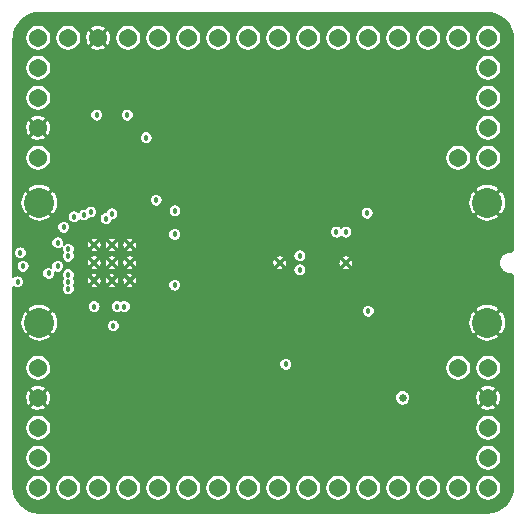
<source format=gbr>
%TF.GenerationSoftware,KiCad,Pcbnew,5.1.10-88a1d61d58~88~ubuntu20.04.1*%
%TF.CreationDate,2021-05-31T18:28:43-04:00*%
%TF.ProjectId,ta-comm-401,74612d63-6f6d-46d2-9d34-30312e6b6963,rev?*%
%TF.SameCoordinates,Original*%
%TF.FileFunction,Copper,L2,Inr*%
%TF.FilePolarity,Positive*%
%FSLAX46Y46*%
G04 Gerber Fmt 4.6, Leading zero omitted, Abs format (unit mm)*
G04 Created by KiCad (PCBNEW 5.1.10-88a1d61d58~88~ubuntu20.04.1) date 2021-05-31 18:28:43*
%MOMM*%
%LPD*%
G01*
G04 APERTURE LIST*
%TA.AperFunction,ComponentPad*%
%ADD10C,1.540000*%
%TD*%
%TA.AperFunction,ComponentPad*%
%ADD11C,2.540000*%
%TD*%
%TA.AperFunction,ComponentPad*%
%ADD12C,0.609600*%
%TD*%
%TA.AperFunction,ComponentPad*%
%ADD13C,0.675600*%
%TD*%
%TA.AperFunction,ViaPad*%
%ADD14C,0.457200*%
%TD*%
%TA.AperFunction,Conductor*%
%ADD15C,0.127000*%
%TD*%
%TA.AperFunction,Conductor*%
%ADD16C,0.100000*%
%TD*%
G04 APERTURE END LIST*
D10*
%TO.N,Net-(J6-Pad5)*%
%TO.C,J6*%
X174050000Y-124510000D03*
%TO.N,Net-(J6-Pad4)*%
X174050000Y-121970000D03*
%TO.N,GND*%
X174050000Y-119430000D03*
%TO.N,Net-(J6-Pad2)*%
X174050000Y-116890000D03*
%TO.N,Net-(J6-Pad1)*%
X171510000Y-116890000D03*
%TD*%
D11*
%TO.N,GND*%
%TO.C,J7*%
X173960000Y-113080000D03*
X136040000Y-113080000D03*
X173960000Y-102920000D03*
X136040000Y-102920000D03*
%TD*%
D10*
%TO.N,Net-(J5-Pad5)*%
%TO.C,J5*%
X174050000Y-91490000D03*
%TO.N,Net-(J5-Pad4)*%
X174050000Y-94030000D03*
%TO.N,Net-(J5-Pad3)*%
X174050000Y-96570000D03*
%TO.N,Net-(J5-Pad2)*%
X174050000Y-99110000D03*
%TO.N,Net-(J5-Pad1)*%
X171510000Y-99110000D03*
%TD*%
D12*
%TO.N,GND*%
%TO.C,IC1*%
X143700000Y-109500000D03*
X142200000Y-109500000D03*
X140700000Y-109500000D03*
X143700000Y-108000000D03*
X142200000Y-108000000D03*
X140700000Y-108000000D03*
X143700000Y-106500000D03*
X142200000Y-106500000D03*
X140700000Y-106500000D03*
%TD*%
%TO.N,GND*%
%TO.C,IC2*%
X156400000Y-108000000D03*
%TD*%
%TO.N,GND*%
%TO.C,IC3*%
X162000000Y-108000000D03*
%TD*%
D10*
%TO.N,/TX0*%
%TO.C,J1*%
X174050000Y-88950000D03*
%TO.N,/RX0*%
X171510000Y-88950000D03*
%TO.N,/CTS0*%
X168970000Y-88950000D03*
%TO.N,/RTS0*%
X166430000Y-88950000D03*
%TO.N,Net-(J1-Pad12)*%
X163890000Y-88950000D03*
%TO.N,Net-(J1-Pad11)*%
X161350000Y-88950000D03*
%TO.N,Net-(J1-Pad10)*%
X158810000Y-88950000D03*
%TO.N,Net-(J1-Pad9)*%
X156270000Y-88950000D03*
%TO.N,Net-(J1-Pad8)*%
X153730000Y-88950000D03*
%TO.N,Net-(J1-Pad7)*%
X151190000Y-88950000D03*
%TO.N,Net-(J1-Pad6)*%
X148650000Y-88950000D03*
%TO.N,Net-(J1-Pad5)*%
X146110000Y-88950000D03*
%TO.N,Net-(J1-Pad4)*%
X143570000Y-88950000D03*
%TO.N,GND*%
X141030000Y-88950000D03*
%TO.N,Net-(J1-Pad2)*%
X138490000Y-88950000D03*
%TO.N,Net-(J1-Pad1)*%
X135950000Y-88950000D03*
%TD*%
%TO.N,/TX1*%
%TO.C,J2*%
X174050000Y-127050000D03*
%TO.N,/RX1*%
X171510000Y-127050000D03*
%TO.N,/CTS1*%
X168970000Y-127050000D03*
%TO.N,/RTS1*%
X166430000Y-127050000D03*
%TO.N,Net-(J2-Pad12)*%
X163890000Y-127050000D03*
%TO.N,Net-(J2-Pad11)*%
X161350000Y-127050000D03*
%TO.N,Net-(J2-Pad10)*%
X158810000Y-127050000D03*
%TO.N,Net-(J2-Pad9)*%
X156270000Y-127050000D03*
%TO.N,Net-(J2-Pad8)*%
X153730000Y-127050000D03*
%TO.N,/NRST*%
X151190000Y-127050000D03*
%TO.N,Net-(J2-Pad6)*%
X148650000Y-127050000D03*
%TO.N,Net-(J2-Pad5)*%
X146110000Y-127050000D03*
%TO.N,Net-(J2-Pad4)*%
X143570000Y-127050000D03*
%TO.N,Net-(J2-Pad3)*%
X141030000Y-127050000D03*
%TO.N,Net-(J2-Pad2)*%
X138490000Y-127050000D03*
%TO.N,Net-(J2-Pad1)*%
X135950000Y-127050000D03*
%TD*%
%TO.N,VDD*%
%TO.C,J3*%
X135950000Y-99110000D03*
%TO.N,GND*%
X135950000Y-96570000D03*
%TO.N,/PDIO*%
X135950000Y-94030000D03*
%TO.N,/PCLK*%
X135950000Y-91490000D03*
%TD*%
%TO.N,Net-(J4-Pad4)*%
%TO.C,J4*%
X135950000Y-116890000D03*
%TO.N,GND*%
X135950000Y-119430000D03*
%TO.N,Net-(J4-Pad2)*%
X135950000Y-121970000D03*
%TO.N,Net-(J4-Pad1)*%
X135950000Y-124510000D03*
%TD*%
D13*
%TO.N,Net-(C26-Pad1)*%
%TO.C,J9*%
X166800000Y-119430000D03*
%TD*%
D14*
%TO.N,GND*%
X163000000Y-116000000D03*
X163000000Y-117780000D03*
X164400000Y-97200000D03*
X166800000Y-95000000D03*
X169200000Y-97200000D03*
X166200000Y-111700000D03*
X167800000Y-111700000D03*
X134680000Y-106300000D03*
X134680000Y-110200000D03*
X138550000Y-101650000D03*
X138550000Y-100800000D03*
X145800000Y-99900000D03*
X142650000Y-101300000D03*
X145950000Y-101300000D03*
X149900000Y-102400000D03*
X148870000Y-103600000D03*
X148900000Y-105600000D03*
X148900000Y-109900000D03*
X146700000Y-114650000D03*
X142320000Y-114670000D03*
X140800000Y-119450000D03*
X142600000Y-119450000D03*
X156900000Y-115200000D03*
X150700000Y-104800000D03*
X146700000Y-111000000D03*
X154700000Y-107400000D03*
X154700000Y-108600000D03*
X155800000Y-106300000D03*
X157000000Y-106300000D03*
X155800000Y-109700000D03*
X157000000Y-109700000D03*
X159400000Y-105400000D03*
X164600000Y-105400000D03*
X159400000Y-110600000D03*
X164600000Y-110600000D03*
X159400000Y-108000000D03*
X164600000Y-108000000D03*
X164600000Y-108800000D03*
X162000000Y-110600000D03*
X162800000Y-110600000D03*
X160100000Y-113500000D03*
X163900000Y-113500000D03*
X161000000Y-103800000D03*
%TO.N,/VDD_FILT*%
X137600000Y-108300000D03*
X136840000Y-108900000D03*
X140900000Y-95500000D03*
X143500000Y-95500000D03*
X145950000Y-102700000D03*
X147530000Y-103600000D03*
X147500000Y-105600000D03*
X147500000Y-109900000D03*
X142320000Y-113330000D03*
X156900000Y-116600000D03*
X158100000Y-107400000D03*
X163900000Y-112100000D03*
X163800000Y-103800000D03*
%TO.N,/RTS0*%
X139000000Y-104100000D03*
%TO.N,/RX0*%
X139850000Y-103950000D03*
%TO.N,/TX0*%
X140400000Y-103700000D03*
%TO.N,/TX_MODE*%
X161200000Y-105400000D03*
X141700000Y-104250000D03*
%TO.N,/RX_MODE*%
X142200000Y-103850000D03*
X158100000Y-108600000D03*
%TO.N,/PCLK*%
X143250000Y-111700000D03*
%TO.N,/PDIO*%
X142650000Y-111700000D03*
%TO.N,/RX1*%
X140700000Y-111700000D03*
%TO.N,/TX1*%
X138500000Y-110200000D03*
%TO.N,/RTS1*%
X138500000Y-109600000D03*
%TO.N,/CTS1*%
X138500000Y-109000000D03*
%TO.N,/RF_EN*%
X162000000Y-105400000D03*
X134680000Y-108300000D03*
X138500000Y-107450000D03*
%TO.N,/RF_BYP*%
X137600000Y-106300000D03*
X138500000Y-106850000D03*
%TO.N,/CTS0*%
X138100000Y-105000000D03*
%TO.N,/NRST*%
X134450000Y-107150000D03*
X134200000Y-109600000D03*
X145100000Y-97400000D03*
%TD*%
D15*
%TO.N,GND*%
X174386509Y-86885962D02*
X174796775Y-87009828D01*
X175175169Y-87211023D01*
X175507279Y-87481886D01*
X175780447Y-87812090D01*
X175984279Y-88189069D01*
X176111007Y-88598462D01*
X176157500Y-89040810D01*
X176157501Y-106783243D01*
X176150985Y-106849695D01*
X176136552Y-106897501D01*
X176113110Y-106941589D01*
X176081548Y-106980287D01*
X176043074Y-107012115D01*
X175999150Y-107035865D01*
X175951448Y-107050631D01*
X175869997Y-107059192D01*
X175858201Y-107059192D01*
X175853445Y-107059692D01*
X175737075Y-107072745D01*
X175706738Y-107079194D01*
X175676258Y-107085229D01*
X175671696Y-107086642D01*
X175671692Y-107086643D01*
X175671689Y-107086644D01*
X175671690Y-107086644D01*
X175560071Y-107122052D01*
X175531571Y-107134267D01*
X175502841Y-107146109D01*
X175498634Y-107148384D01*
X175396020Y-107204797D01*
X175370475Y-107222288D01*
X175344551Y-107239512D01*
X175340866Y-107242561D01*
X175251162Y-107317831D01*
X175229461Y-107339992D01*
X175207415Y-107361884D01*
X175204393Y-107365590D01*
X175131018Y-107456850D01*
X175114052Y-107482777D01*
X175096660Y-107508562D01*
X175094415Y-107512785D01*
X175040164Y-107616559D01*
X175028544Y-107645320D01*
X175016507Y-107673956D01*
X175015125Y-107678534D01*
X174982063Y-107790869D01*
X174976251Y-107821335D01*
X174970004Y-107851770D01*
X174969538Y-107856529D01*
X174958925Y-107973148D01*
X174959141Y-108004150D01*
X174958924Y-108035230D01*
X174959391Y-108039989D01*
X174971631Y-108156447D01*
X174977870Y-108186843D01*
X174983690Y-108217349D01*
X174985072Y-108221927D01*
X175019699Y-108333789D01*
X175031719Y-108362383D01*
X175043356Y-108391187D01*
X175045600Y-108395405D01*
X175045602Y-108395410D01*
X175045603Y-108395411D01*
X175101297Y-108498416D01*
X175118623Y-108524103D01*
X175135654Y-108550129D01*
X175138677Y-108553835D01*
X175213319Y-108644061D01*
X175235327Y-108665915D01*
X175257063Y-108688112D01*
X175260748Y-108691160D01*
X175351494Y-108765171D01*
X175377330Y-108782336D01*
X175402964Y-108799888D01*
X175407171Y-108802163D01*
X175510564Y-108857138D01*
X175539260Y-108868965D01*
X175567797Y-108881196D01*
X175572365Y-108882610D01*
X175684467Y-108916455D01*
X175714864Y-108922474D01*
X175745281Y-108928939D01*
X175750037Y-108929438D01*
X175866578Y-108940865D01*
X175949696Y-108949015D01*
X175997497Y-108963447D01*
X176041590Y-108986891D01*
X176080287Y-109018452D01*
X176112117Y-109056928D01*
X176135865Y-109100848D01*
X176150631Y-109148552D01*
X176157500Y-109213904D01*
X176157501Y-126943243D01*
X176114038Y-127386508D01*
X175990172Y-127796775D01*
X175788974Y-128175173D01*
X175518117Y-128507276D01*
X175187910Y-128780447D01*
X174810929Y-128984280D01*
X174401539Y-129111007D01*
X173959190Y-129157500D01*
X136056747Y-129157500D01*
X135613492Y-129114038D01*
X135203225Y-128990172D01*
X134824827Y-128788974D01*
X134492724Y-128518117D01*
X134219553Y-128187910D01*
X134015720Y-127810929D01*
X133888993Y-127401539D01*
X133842500Y-126959190D01*
X133842500Y-126942891D01*
X134862500Y-126942891D01*
X134862500Y-127157109D01*
X134904292Y-127367212D01*
X134986270Y-127565124D01*
X135105284Y-127743241D01*
X135256759Y-127894716D01*
X135434876Y-128013730D01*
X135632788Y-128095708D01*
X135842891Y-128137500D01*
X136057109Y-128137500D01*
X136267212Y-128095708D01*
X136465124Y-128013730D01*
X136643241Y-127894716D01*
X136794716Y-127743241D01*
X136913730Y-127565124D01*
X136995708Y-127367212D01*
X137037500Y-127157109D01*
X137037500Y-126942891D01*
X137402500Y-126942891D01*
X137402500Y-127157109D01*
X137444292Y-127367212D01*
X137526270Y-127565124D01*
X137645284Y-127743241D01*
X137796759Y-127894716D01*
X137974876Y-128013730D01*
X138172788Y-128095708D01*
X138382891Y-128137500D01*
X138597109Y-128137500D01*
X138807212Y-128095708D01*
X139005124Y-128013730D01*
X139183241Y-127894716D01*
X139334716Y-127743241D01*
X139453730Y-127565124D01*
X139535708Y-127367212D01*
X139577500Y-127157109D01*
X139577500Y-126942891D01*
X139942500Y-126942891D01*
X139942500Y-127157109D01*
X139984292Y-127367212D01*
X140066270Y-127565124D01*
X140185284Y-127743241D01*
X140336759Y-127894716D01*
X140514876Y-128013730D01*
X140712788Y-128095708D01*
X140922891Y-128137500D01*
X141137109Y-128137500D01*
X141347212Y-128095708D01*
X141545124Y-128013730D01*
X141723241Y-127894716D01*
X141874716Y-127743241D01*
X141993730Y-127565124D01*
X142075708Y-127367212D01*
X142117500Y-127157109D01*
X142117500Y-126942891D01*
X142482500Y-126942891D01*
X142482500Y-127157109D01*
X142524292Y-127367212D01*
X142606270Y-127565124D01*
X142725284Y-127743241D01*
X142876759Y-127894716D01*
X143054876Y-128013730D01*
X143252788Y-128095708D01*
X143462891Y-128137500D01*
X143677109Y-128137500D01*
X143887212Y-128095708D01*
X144085124Y-128013730D01*
X144263241Y-127894716D01*
X144414716Y-127743241D01*
X144533730Y-127565124D01*
X144615708Y-127367212D01*
X144657500Y-127157109D01*
X144657500Y-126942891D01*
X145022500Y-126942891D01*
X145022500Y-127157109D01*
X145064292Y-127367212D01*
X145146270Y-127565124D01*
X145265284Y-127743241D01*
X145416759Y-127894716D01*
X145594876Y-128013730D01*
X145792788Y-128095708D01*
X146002891Y-128137500D01*
X146217109Y-128137500D01*
X146427212Y-128095708D01*
X146625124Y-128013730D01*
X146803241Y-127894716D01*
X146954716Y-127743241D01*
X147073730Y-127565124D01*
X147155708Y-127367212D01*
X147197500Y-127157109D01*
X147197500Y-126942891D01*
X147562500Y-126942891D01*
X147562500Y-127157109D01*
X147604292Y-127367212D01*
X147686270Y-127565124D01*
X147805284Y-127743241D01*
X147956759Y-127894716D01*
X148134876Y-128013730D01*
X148332788Y-128095708D01*
X148542891Y-128137500D01*
X148757109Y-128137500D01*
X148967212Y-128095708D01*
X149165124Y-128013730D01*
X149343241Y-127894716D01*
X149494716Y-127743241D01*
X149613730Y-127565124D01*
X149695708Y-127367212D01*
X149737500Y-127157109D01*
X149737500Y-126942891D01*
X150102500Y-126942891D01*
X150102500Y-127157109D01*
X150144292Y-127367212D01*
X150226270Y-127565124D01*
X150345284Y-127743241D01*
X150496759Y-127894716D01*
X150674876Y-128013730D01*
X150872788Y-128095708D01*
X151082891Y-128137500D01*
X151297109Y-128137500D01*
X151507212Y-128095708D01*
X151705124Y-128013730D01*
X151883241Y-127894716D01*
X152034716Y-127743241D01*
X152153730Y-127565124D01*
X152235708Y-127367212D01*
X152277500Y-127157109D01*
X152277500Y-126942891D01*
X152642500Y-126942891D01*
X152642500Y-127157109D01*
X152684292Y-127367212D01*
X152766270Y-127565124D01*
X152885284Y-127743241D01*
X153036759Y-127894716D01*
X153214876Y-128013730D01*
X153412788Y-128095708D01*
X153622891Y-128137500D01*
X153837109Y-128137500D01*
X154047212Y-128095708D01*
X154245124Y-128013730D01*
X154423241Y-127894716D01*
X154574716Y-127743241D01*
X154693730Y-127565124D01*
X154775708Y-127367212D01*
X154817500Y-127157109D01*
X154817500Y-126942891D01*
X155182500Y-126942891D01*
X155182500Y-127157109D01*
X155224292Y-127367212D01*
X155306270Y-127565124D01*
X155425284Y-127743241D01*
X155576759Y-127894716D01*
X155754876Y-128013730D01*
X155952788Y-128095708D01*
X156162891Y-128137500D01*
X156377109Y-128137500D01*
X156587212Y-128095708D01*
X156785124Y-128013730D01*
X156963241Y-127894716D01*
X157114716Y-127743241D01*
X157233730Y-127565124D01*
X157315708Y-127367212D01*
X157357500Y-127157109D01*
X157357500Y-126942891D01*
X157722500Y-126942891D01*
X157722500Y-127157109D01*
X157764292Y-127367212D01*
X157846270Y-127565124D01*
X157965284Y-127743241D01*
X158116759Y-127894716D01*
X158294876Y-128013730D01*
X158492788Y-128095708D01*
X158702891Y-128137500D01*
X158917109Y-128137500D01*
X159127212Y-128095708D01*
X159325124Y-128013730D01*
X159503241Y-127894716D01*
X159654716Y-127743241D01*
X159773730Y-127565124D01*
X159855708Y-127367212D01*
X159897500Y-127157109D01*
X159897500Y-126942891D01*
X160262500Y-126942891D01*
X160262500Y-127157109D01*
X160304292Y-127367212D01*
X160386270Y-127565124D01*
X160505284Y-127743241D01*
X160656759Y-127894716D01*
X160834876Y-128013730D01*
X161032788Y-128095708D01*
X161242891Y-128137500D01*
X161457109Y-128137500D01*
X161667212Y-128095708D01*
X161865124Y-128013730D01*
X162043241Y-127894716D01*
X162194716Y-127743241D01*
X162313730Y-127565124D01*
X162395708Y-127367212D01*
X162437500Y-127157109D01*
X162437500Y-126942891D01*
X162802500Y-126942891D01*
X162802500Y-127157109D01*
X162844292Y-127367212D01*
X162926270Y-127565124D01*
X163045284Y-127743241D01*
X163196759Y-127894716D01*
X163374876Y-128013730D01*
X163572788Y-128095708D01*
X163782891Y-128137500D01*
X163997109Y-128137500D01*
X164207212Y-128095708D01*
X164405124Y-128013730D01*
X164583241Y-127894716D01*
X164734716Y-127743241D01*
X164853730Y-127565124D01*
X164935708Y-127367212D01*
X164977500Y-127157109D01*
X164977500Y-126942891D01*
X165342500Y-126942891D01*
X165342500Y-127157109D01*
X165384292Y-127367212D01*
X165466270Y-127565124D01*
X165585284Y-127743241D01*
X165736759Y-127894716D01*
X165914876Y-128013730D01*
X166112788Y-128095708D01*
X166322891Y-128137500D01*
X166537109Y-128137500D01*
X166747212Y-128095708D01*
X166945124Y-128013730D01*
X167123241Y-127894716D01*
X167274716Y-127743241D01*
X167393730Y-127565124D01*
X167475708Y-127367212D01*
X167517500Y-127157109D01*
X167517500Y-126942891D01*
X167882500Y-126942891D01*
X167882500Y-127157109D01*
X167924292Y-127367212D01*
X168006270Y-127565124D01*
X168125284Y-127743241D01*
X168276759Y-127894716D01*
X168454876Y-128013730D01*
X168652788Y-128095708D01*
X168862891Y-128137500D01*
X169077109Y-128137500D01*
X169287212Y-128095708D01*
X169485124Y-128013730D01*
X169663241Y-127894716D01*
X169814716Y-127743241D01*
X169933730Y-127565124D01*
X170015708Y-127367212D01*
X170057500Y-127157109D01*
X170057500Y-126942891D01*
X170422500Y-126942891D01*
X170422500Y-127157109D01*
X170464292Y-127367212D01*
X170546270Y-127565124D01*
X170665284Y-127743241D01*
X170816759Y-127894716D01*
X170994876Y-128013730D01*
X171192788Y-128095708D01*
X171402891Y-128137500D01*
X171617109Y-128137500D01*
X171827212Y-128095708D01*
X172025124Y-128013730D01*
X172203241Y-127894716D01*
X172354716Y-127743241D01*
X172473730Y-127565124D01*
X172555708Y-127367212D01*
X172597500Y-127157109D01*
X172597500Y-126942891D01*
X172962500Y-126942891D01*
X172962500Y-127157109D01*
X173004292Y-127367212D01*
X173086270Y-127565124D01*
X173205284Y-127743241D01*
X173356759Y-127894716D01*
X173534876Y-128013730D01*
X173732788Y-128095708D01*
X173942891Y-128137500D01*
X174157109Y-128137500D01*
X174367212Y-128095708D01*
X174565124Y-128013730D01*
X174743241Y-127894716D01*
X174894716Y-127743241D01*
X175013730Y-127565124D01*
X175095708Y-127367212D01*
X175137500Y-127157109D01*
X175137500Y-126942891D01*
X175095708Y-126732788D01*
X175013730Y-126534876D01*
X174894716Y-126356759D01*
X174743241Y-126205284D01*
X174565124Y-126086270D01*
X174367212Y-126004292D01*
X174157109Y-125962500D01*
X173942891Y-125962500D01*
X173732788Y-126004292D01*
X173534876Y-126086270D01*
X173356759Y-126205284D01*
X173205284Y-126356759D01*
X173086270Y-126534876D01*
X173004292Y-126732788D01*
X172962500Y-126942891D01*
X172597500Y-126942891D01*
X172555708Y-126732788D01*
X172473730Y-126534876D01*
X172354716Y-126356759D01*
X172203241Y-126205284D01*
X172025124Y-126086270D01*
X171827212Y-126004292D01*
X171617109Y-125962500D01*
X171402891Y-125962500D01*
X171192788Y-126004292D01*
X170994876Y-126086270D01*
X170816759Y-126205284D01*
X170665284Y-126356759D01*
X170546270Y-126534876D01*
X170464292Y-126732788D01*
X170422500Y-126942891D01*
X170057500Y-126942891D01*
X170015708Y-126732788D01*
X169933730Y-126534876D01*
X169814716Y-126356759D01*
X169663241Y-126205284D01*
X169485124Y-126086270D01*
X169287212Y-126004292D01*
X169077109Y-125962500D01*
X168862891Y-125962500D01*
X168652788Y-126004292D01*
X168454876Y-126086270D01*
X168276759Y-126205284D01*
X168125284Y-126356759D01*
X168006270Y-126534876D01*
X167924292Y-126732788D01*
X167882500Y-126942891D01*
X167517500Y-126942891D01*
X167475708Y-126732788D01*
X167393730Y-126534876D01*
X167274716Y-126356759D01*
X167123241Y-126205284D01*
X166945124Y-126086270D01*
X166747212Y-126004292D01*
X166537109Y-125962500D01*
X166322891Y-125962500D01*
X166112788Y-126004292D01*
X165914876Y-126086270D01*
X165736759Y-126205284D01*
X165585284Y-126356759D01*
X165466270Y-126534876D01*
X165384292Y-126732788D01*
X165342500Y-126942891D01*
X164977500Y-126942891D01*
X164935708Y-126732788D01*
X164853730Y-126534876D01*
X164734716Y-126356759D01*
X164583241Y-126205284D01*
X164405124Y-126086270D01*
X164207212Y-126004292D01*
X163997109Y-125962500D01*
X163782891Y-125962500D01*
X163572788Y-126004292D01*
X163374876Y-126086270D01*
X163196759Y-126205284D01*
X163045284Y-126356759D01*
X162926270Y-126534876D01*
X162844292Y-126732788D01*
X162802500Y-126942891D01*
X162437500Y-126942891D01*
X162395708Y-126732788D01*
X162313730Y-126534876D01*
X162194716Y-126356759D01*
X162043241Y-126205284D01*
X161865124Y-126086270D01*
X161667212Y-126004292D01*
X161457109Y-125962500D01*
X161242891Y-125962500D01*
X161032788Y-126004292D01*
X160834876Y-126086270D01*
X160656759Y-126205284D01*
X160505284Y-126356759D01*
X160386270Y-126534876D01*
X160304292Y-126732788D01*
X160262500Y-126942891D01*
X159897500Y-126942891D01*
X159855708Y-126732788D01*
X159773730Y-126534876D01*
X159654716Y-126356759D01*
X159503241Y-126205284D01*
X159325124Y-126086270D01*
X159127212Y-126004292D01*
X158917109Y-125962500D01*
X158702891Y-125962500D01*
X158492788Y-126004292D01*
X158294876Y-126086270D01*
X158116759Y-126205284D01*
X157965284Y-126356759D01*
X157846270Y-126534876D01*
X157764292Y-126732788D01*
X157722500Y-126942891D01*
X157357500Y-126942891D01*
X157315708Y-126732788D01*
X157233730Y-126534876D01*
X157114716Y-126356759D01*
X156963241Y-126205284D01*
X156785124Y-126086270D01*
X156587212Y-126004292D01*
X156377109Y-125962500D01*
X156162891Y-125962500D01*
X155952788Y-126004292D01*
X155754876Y-126086270D01*
X155576759Y-126205284D01*
X155425284Y-126356759D01*
X155306270Y-126534876D01*
X155224292Y-126732788D01*
X155182500Y-126942891D01*
X154817500Y-126942891D01*
X154775708Y-126732788D01*
X154693730Y-126534876D01*
X154574716Y-126356759D01*
X154423241Y-126205284D01*
X154245124Y-126086270D01*
X154047212Y-126004292D01*
X153837109Y-125962500D01*
X153622891Y-125962500D01*
X153412788Y-126004292D01*
X153214876Y-126086270D01*
X153036759Y-126205284D01*
X152885284Y-126356759D01*
X152766270Y-126534876D01*
X152684292Y-126732788D01*
X152642500Y-126942891D01*
X152277500Y-126942891D01*
X152235708Y-126732788D01*
X152153730Y-126534876D01*
X152034716Y-126356759D01*
X151883241Y-126205284D01*
X151705124Y-126086270D01*
X151507212Y-126004292D01*
X151297109Y-125962500D01*
X151082891Y-125962500D01*
X150872788Y-126004292D01*
X150674876Y-126086270D01*
X150496759Y-126205284D01*
X150345284Y-126356759D01*
X150226270Y-126534876D01*
X150144292Y-126732788D01*
X150102500Y-126942891D01*
X149737500Y-126942891D01*
X149695708Y-126732788D01*
X149613730Y-126534876D01*
X149494716Y-126356759D01*
X149343241Y-126205284D01*
X149165124Y-126086270D01*
X148967212Y-126004292D01*
X148757109Y-125962500D01*
X148542891Y-125962500D01*
X148332788Y-126004292D01*
X148134876Y-126086270D01*
X147956759Y-126205284D01*
X147805284Y-126356759D01*
X147686270Y-126534876D01*
X147604292Y-126732788D01*
X147562500Y-126942891D01*
X147197500Y-126942891D01*
X147155708Y-126732788D01*
X147073730Y-126534876D01*
X146954716Y-126356759D01*
X146803241Y-126205284D01*
X146625124Y-126086270D01*
X146427212Y-126004292D01*
X146217109Y-125962500D01*
X146002891Y-125962500D01*
X145792788Y-126004292D01*
X145594876Y-126086270D01*
X145416759Y-126205284D01*
X145265284Y-126356759D01*
X145146270Y-126534876D01*
X145064292Y-126732788D01*
X145022500Y-126942891D01*
X144657500Y-126942891D01*
X144615708Y-126732788D01*
X144533730Y-126534876D01*
X144414716Y-126356759D01*
X144263241Y-126205284D01*
X144085124Y-126086270D01*
X143887212Y-126004292D01*
X143677109Y-125962500D01*
X143462891Y-125962500D01*
X143252788Y-126004292D01*
X143054876Y-126086270D01*
X142876759Y-126205284D01*
X142725284Y-126356759D01*
X142606270Y-126534876D01*
X142524292Y-126732788D01*
X142482500Y-126942891D01*
X142117500Y-126942891D01*
X142075708Y-126732788D01*
X141993730Y-126534876D01*
X141874716Y-126356759D01*
X141723241Y-126205284D01*
X141545124Y-126086270D01*
X141347212Y-126004292D01*
X141137109Y-125962500D01*
X140922891Y-125962500D01*
X140712788Y-126004292D01*
X140514876Y-126086270D01*
X140336759Y-126205284D01*
X140185284Y-126356759D01*
X140066270Y-126534876D01*
X139984292Y-126732788D01*
X139942500Y-126942891D01*
X139577500Y-126942891D01*
X139535708Y-126732788D01*
X139453730Y-126534876D01*
X139334716Y-126356759D01*
X139183241Y-126205284D01*
X139005124Y-126086270D01*
X138807212Y-126004292D01*
X138597109Y-125962500D01*
X138382891Y-125962500D01*
X138172788Y-126004292D01*
X137974876Y-126086270D01*
X137796759Y-126205284D01*
X137645284Y-126356759D01*
X137526270Y-126534876D01*
X137444292Y-126732788D01*
X137402500Y-126942891D01*
X137037500Y-126942891D01*
X136995708Y-126732788D01*
X136913730Y-126534876D01*
X136794716Y-126356759D01*
X136643241Y-126205284D01*
X136465124Y-126086270D01*
X136267212Y-126004292D01*
X136057109Y-125962500D01*
X135842891Y-125962500D01*
X135632788Y-126004292D01*
X135434876Y-126086270D01*
X135256759Y-126205284D01*
X135105284Y-126356759D01*
X134986270Y-126534876D01*
X134904292Y-126732788D01*
X134862500Y-126942891D01*
X133842500Y-126942891D01*
X133842500Y-124402891D01*
X134862500Y-124402891D01*
X134862500Y-124617109D01*
X134904292Y-124827212D01*
X134986270Y-125025124D01*
X135105284Y-125203241D01*
X135256759Y-125354716D01*
X135434876Y-125473730D01*
X135632788Y-125555708D01*
X135842891Y-125597500D01*
X136057109Y-125597500D01*
X136267212Y-125555708D01*
X136465124Y-125473730D01*
X136643241Y-125354716D01*
X136794716Y-125203241D01*
X136913730Y-125025124D01*
X136995708Y-124827212D01*
X137037500Y-124617109D01*
X137037500Y-124402891D01*
X172962500Y-124402891D01*
X172962500Y-124617109D01*
X173004292Y-124827212D01*
X173086270Y-125025124D01*
X173205284Y-125203241D01*
X173356759Y-125354716D01*
X173534876Y-125473730D01*
X173732788Y-125555708D01*
X173942891Y-125597500D01*
X174157109Y-125597500D01*
X174367212Y-125555708D01*
X174565124Y-125473730D01*
X174743241Y-125354716D01*
X174894716Y-125203241D01*
X175013730Y-125025124D01*
X175095708Y-124827212D01*
X175137500Y-124617109D01*
X175137500Y-124402891D01*
X175095708Y-124192788D01*
X175013730Y-123994876D01*
X174894716Y-123816759D01*
X174743241Y-123665284D01*
X174565124Y-123546270D01*
X174367212Y-123464292D01*
X174157109Y-123422500D01*
X173942891Y-123422500D01*
X173732788Y-123464292D01*
X173534876Y-123546270D01*
X173356759Y-123665284D01*
X173205284Y-123816759D01*
X173086270Y-123994876D01*
X173004292Y-124192788D01*
X172962500Y-124402891D01*
X137037500Y-124402891D01*
X136995708Y-124192788D01*
X136913730Y-123994876D01*
X136794716Y-123816759D01*
X136643241Y-123665284D01*
X136465124Y-123546270D01*
X136267212Y-123464292D01*
X136057109Y-123422500D01*
X135842891Y-123422500D01*
X135632788Y-123464292D01*
X135434876Y-123546270D01*
X135256759Y-123665284D01*
X135105284Y-123816759D01*
X134986270Y-123994876D01*
X134904292Y-124192788D01*
X134862500Y-124402891D01*
X133842500Y-124402891D01*
X133842500Y-121862891D01*
X134862500Y-121862891D01*
X134862500Y-122077109D01*
X134904292Y-122287212D01*
X134986270Y-122485124D01*
X135105284Y-122663241D01*
X135256759Y-122814716D01*
X135434876Y-122933730D01*
X135632788Y-123015708D01*
X135842891Y-123057500D01*
X136057109Y-123057500D01*
X136267212Y-123015708D01*
X136465124Y-122933730D01*
X136643241Y-122814716D01*
X136794716Y-122663241D01*
X136913730Y-122485124D01*
X136995708Y-122287212D01*
X137037500Y-122077109D01*
X137037500Y-121862891D01*
X172962500Y-121862891D01*
X172962500Y-122077109D01*
X173004292Y-122287212D01*
X173086270Y-122485124D01*
X173205284Y-122663241D01*
X173356759Y-122814716D01*
X173534876Y-122933730D01*
X173732788Y-123015708D01*
X173942891Y-123057500D01*
X174157109Y-123057500D01*
X174367212Y-123015708D01*
X174565124Y-122933730D01*
X174743241Y-122814716D01*
X174894716Y-122663241D01*
X175013730Y-122485124D01*
X175095708Y-122287212D01*
X175137500Y-122077109D01*
X175137500Y-121862891D01*
X175095708Y-121652788D01*
X175013730Y-121454876D01*
X174894716Y-121276759D01*
X174743241Y-121125284D01*
X174565124Y-121006270D01*
X174367212Y-120924292D01*
X174157109Y-120882500D01*
X173942891Y-120882500D01*
X173732788Y-120924292D01*
X173534876Y-121006270D01*
X173356759Y-121125284D01*
X173205284Y-121276759D01*
X173086270Y-121454876D01*
X173004292Y-121652788D01*
X172962500Y-121862891D01*
X137037500Y-121862891D01*
X136995708Y-121652788D01*
X136913730Y-121454876D01*
X136794716Y-121276759D01*
X136643241Y-121125284D01*
X136465124Y-121006270D01*
X136267212Y-120924292D01*
X136057109Y-120882500D01*
X135842891Y-120882500D01*
X135632788Y-120924292D01*
X135434876Y-121006270D01*
X135256759Y-121125284D01*
X135105284Y-121276759D01*
X134986270Y-121454876D01*
X134904292Y-121652788D01*
X134862500Y-121862891D01*
X133842500Y-121862891D01*
X133842500Y-120190066D01*
X135279736Y-120190066D01*
X135360149Y-120349893D01*
X135550945Y-120447291D01*
X135757077Y-120505596D01*
X135970622Y-120522566D01*
X136183375Y-120497550D01*
X136387160Y-120431509D01*
X136539851Y-120349893D01*
X136620264Y-120190066D01*
X173379736Y-120190066D01*
X173460149Y-120349893D01*
X173650945Y-120447291D01*
X173857077Y-120505596D01*
X174070622Y-120522566D01*
X174283375Y-120497550D01*
X174487160Y-120431509D01*
X174639851Y-120349893D01*
X174720264Y-120190066D01*
X174050000Y-119519803D01*
X173379736Y-120190066D01*
X136620264Y-120190066D01*
X135950000Y-119519803D01*
X135279736Y-120190066D01*
X133842500Y-120190066D01*
X133842500Y-119450622D01*
X134857434Y-119450622D01*
X134882450Y-119663375D01*
X134948491Y-119867160D01*
X135030107Y-120019851D01*
X135189934Y-120100264D01*
X135860197Y-119430000D01*
X136039803Y-119430000D01*
X136710066Y-120100264D01*
X136869893Y-120019851D01*
X136967291Y-119829055D01*
X137025596Y-119622923D01*
X137042566Y-119409378D01*
X137037402Y-119365459D01*
X166144700Y-119365459D01*
X166144700Y-119494541D01*
X166169883Y-119621144D01*
X166219280Y-119740401D01*
X166290995Y-119847730D01*
X166382270Y-119939005D01*
X166489599Y-120010720D01*
X166608856Y-120060117D01*
X166735459Y-120085300D01*
X166864541Y-120085300D01*
X166991144Y-120060117D01*
X167110401Y-120010720D01*
X167217730Y-119939005D01*
X167309005Y-119847730D01*
X167380720Y-119740401D01*
X167430117Y-119621144D01*
X167455300Y-119494541D01*
X167455300Y-119450622D01*
X172957434Y-119450622D01*
X172982450Y-119663375D01*
X173048491Y-119867160D01*
X173130107Y-120019851D01*
X173289934Y-120100264D01*
X173960197Y-119430000D01*
X174139803Y-119430000D01*
X174810066Y-120100264D01*
X174969893Y-120019851D01*
X175067291Y-119829055D01*
X175125596Y-119622923D01*
X175142566Y-119409378D01*
X175117550Y-119196625D01*
X175051509Y-118992840D01*
X174969893Y-118840149D01*
X174810066Y-118759736D01*
X174139803Y-119430000D01*
X173960197Y-119430000D01*
X173289934Y-118759736D01*
X173130107Y-118840149D01*
X173032709Y-119030945D01*
X172974404Y-119237077D01*
X172957434Y-119450622D01*
X167455300Y-119450622D01*
X167455300Y-119365459D01*
X167430117Y-119238856D01*
X167380720Y-119119599D01*
X167309005Y-119012270D01*
X167217730Y-118920995D01*
X167110401Y-118849280D01*
X166991144Y-118799883D01*
X166864541Y-118774700D01*
X166735459Y-118774700D01*
X166608856Y-118799883D01*
X166489599Y-118849280D01*
X166382270Y-118920995D01*
X166290995Y-119012270D01*
X166219280Y-119119599D01*
X166169883Y-119238856D01*
X166144700Y-119365459D01*
X137037402Y-119365459D01*
X137017550Y-119196625D01*
X136951509Y-118992840D01*
X136869893Y-118840149D01*
X136710066Y-118759736D01*
X136039803Y-119430000D01*
X135860197Y-119430000D01*
X135189934Y-118759736D01*
X135030107Y-118840149D01*
X134932709Y-119030945D01*
X134874404Y-119237077D01*
X134857434Y-119450622D01*
X133842500Y-119450622D01*
X133842500Y-118669934D01*
X135279736Y-118669934D01*
X135950000Y-119340197D01*
X136620264Y-118669934D01*
X173379736Y-118669934D01*
X174050000Y-119340197D01*
X174720264Y-118669934D01*
X174639851Y-118510107D01*
X174449055Y-118412709D01*
X174242923Y-118354404D01*
X174029378Y-118337434D01*
X173816625Y-118362450D01*
X173612840Y-118428491D01*
X173460149Y-118510107D01*
X173379736Y-118669934D01*
X136620264Y-118669934D01*
X136539851Y-118510107D01*
X136349055Y-118412709D01*
X136142923Y-118354404D01*
X135929378Y-118337434D01*
X135716625Y-118362450D01*
X135512840Y-118428491D01*
X135360149Y-118510107D01*
X135279736Y-118669934D01*
X133842500Y-118669934D01*
X133842500Y-116782891D01*
X134862500Y-116782891D01*
X134862500Y-116997109D01*
X134904292Y-117207212D01*
X134986270Y-117405124D01*
X135105284Y-117583241D01*
X135256759Y-117734716D01*
X135434876Y-117853730D01*
X135632788Y-117935708D01*
X135842891Y-117977500D01*
X136057109Y-117977500D01*
X136267212Y-117935708D01*
X136465124Y-117853730D01*
X136643241Y-117734716D01*
X136794716Y-117583241D01*
X136913730Y-117405124D01*
X136995708Y-117207212D01*
X137037500Y-116997109D01*
X137037500Y-116782891D01*
X136995708Y-116572788D01*
X136984701Y-116546214D01*
X156353900Y-116546214D01*
X156353900Y-116653786D01*
X156374887Y-116759291D01*
X156416053Y-116858675D01*
X156475817Y-116948118D01*
X156551882Y-117024183D01*
X156641325Y-117083947D01*
X156740709Y-117125113D01*
X156846214Y-117146100D01*
X156953786Y-117146100D01*
X157059291Y-117125113D01*
X157158675Y-117083947D01*
X157248118Y-117024183D01*
X157324183Y-116948118D01*
X157383947Y-116858675D01*
X157415337Y-116782891D01*
X170422500Y-116782891D01*
X170422500Y-116997109D01*
X170464292Y-117207212D01*
X170546270Y-117405124D01*
X170665284Y-117583241D01*
X170816759Y-117734716D01*
X170994876Y-117853730D01*
X171192788Y-117935708D01*
X171402891Y-117977500D01*
X171617109Y-117977500D01*
X171827212Y-117935708D01*
X172025124Y-117853730D01*
X172203241Y-117734716D01*
X172354716Y-117583241D01*
X172473730Y-117405124D01*
X172555708Y-117207212D01*
X172597500Y-116997109D01*
X172597500Y-116782891D01*
X172962500Y-116782891D01*
X172962500Y-116997109D01*
X173004292Y-117207212D01*
X173086270Y-117405124D01*
X173205284Y-117583241D01*
X173356759Y-117734716D01*
X173534876Y-117853730D01*
X173732788Y-117935708D01*
X173942891Y-117977500D01*
X174157109Y-117977500D01*
X174367212Y-117935708D01*
X174565124Y-117853730D01*
X174743241Y-117734716D01*
X174894716Y-117583241D01*
X175013730Y-117405124D01*
X175095708Y-117207212D01*
X175137500Y-116997109D01*
X175137500Y-116782891D01*
X175095708Y-116572788D01*
X175013730Y-116374876D01*
X174894716Y-116196759D01*
X174743241Y-116045284D01*
X174565124Y-115926270D01*
X174367212Y-115844292D01*
X174157109Y-115802500D01*
X173942891Y-115802500D01*
X173732788Y-115844292D01*
X173534876Y-115926270D01*
X173356759Y-116045284D01*
X173205284Y-116196759D01*
X173086270Y-116374876D01*
X173004292Y-116572788D01*
X172962500Y-116782891D01*
X172597500Y-116782891D01*
X172555708Y-116572788D01*
X172473730Y-116374876D01*
X172354716Y-116196759D01*
X172203241Y-116045284D01*
X172025124Y-115926270D01*
X171827212Y-115844292D01*
X171617109Y-115802500D01*
X171402891Y-115802500D01*
X171192788Y-115844292D01*
X170994876Y-115926270D01*
X170816759Y-116045284D01*
X170665284Y-116196759D01*
X170546270Y-116374876D01*
X170464292Y-116572788D01*
X170422500Y-116782891D01*
X157415337Y-116782891D01*
X157425113Y-116759291D01*
X157446100Y-116653786D01*
X157446100Y-116546214D01*
X157425113Y-116440709D01*
X157383947Y-116341325D01*
X157324183Y-116251882D01*
X157248118Y-116175817D01*
X157158675Y-116116053D01*
X157059291Y-116074887D01*
X156953786Y-116053900D01*
X156846214Y-116053900D01*
X156740709Y-116074887D01*
X156641325Y-116116053D01*
X156551882Y-116175817D01*
X156475817Y-116251882D01*
X156416053Y-116341325D01*
X156374887Y-116440709D01*
X156353900Y-116546214D01*
X136984701Y-116546214D01*
X136913730Y-116374876D01*
X136794716Y-116196759D01*
X136643241Y-116045284D01*
X136465124Y-115926270D01*
X136267212Y-115844292D01*
X136057109Y-115802500D01*
X135842891Y-115802500D01*
X135632788Y-115844292D01*
X135434876Y-115926270D01*
X135256759Y-116045284D01*
X135105284Y-116196759D01*
X134986270Y-116374876D01*
X134904292Y-116572788D01*
X134862500Y-116782891D01*
X133842500Y-116782891D01*
X133842500Y-114195797D01*
X135014006Y-114195797D01*
X135154492Y-114406831D01*
X135430358Y-114554090D01*
X135729653Y-114644701D01*
X136040875Y-114675181D01*
X136352062Y-114644360D01*
X136651258Y-114553420D01*
X136925508Y-114406831D01*
X137065994Y-114195797D01*
X172934006Y-114195797D01*
X173074492Y-114406831D01*
X173350358Y-114554090D01*
X173649653Y-114644701D01*
X173960875Y-114675181D01*
X174272062Y-114644360D01*
X174571258Y-114553420D01*
X174845508Y-114406831D01*
X174985994Y-114195797D01*
X173960000Y-113169803D01*
X172934006Y-114195797D01*
X137065994Y-114195797D01*
X136040000Y-113169803D01*
X135014006Y-114195797D01*
X133842500Y-114195797D01*
X133842500Y-113080875D01*
X134444819Y-113080875D01*
X134475640Y-113392062D01*
X134566580Y-113691258D01*
X134713169Y-113965508D01*
X134924203Y-114105994D01*
X135950197Y-113080000D01*
X136129803Y-113080000D01*
X137155797Y-114105994D01*
X137366831Y-113965508D01*
X137514090Y-113689642D01*
X137604701Y-113390347D01*
X137615878Y-113276214D01*
X141773900Y-113276214D01*
X141773900Y-113383786D01*
X141794887Y-113489291D01*
X141836053Y-113588675D01*
X141895817Y-113678118D01*
X141971882Y-113754183D01*
X142061325Y-113813947D01*
X142160709Y-113855113D01*
X142266214Y-113876100D01*
X142373786Y-113876100D01*
X142479291Y-113855113D01*
X142578675Y-113813947D01*
X142668118Y-113754183D01*
X142744183Y-113678118D01*
X142803947Y-113588675D01*
X142845113Y-113489291D01*
X142866100Y-113383786D01*
X142866100Y-113276214D01*
X142845113Y-113170709D01*
X142807903Y-113080875D01*
X172364819Y-113080875D01*
X172395640Y-113392062D01*
X172486580Y-113691258D01*
X172633169Y-113965508D01*
X172844203Y-114105994D01*
X173870197Y-113080000D01*
X174049803Y-113080000D01*
X175075797Y-114105994D01*
X175286831Y-113965508D01*
X175434090Y-113689642D01*
X175524701Y-113390347D01*
X175555181Y-113079125D01*
X175524360Y-112767938D01*
X175433420Y-112468742D01*
X175286831Y-112194492D01*
X175075797Y-112054006D01*
X174049803Y-113080000D01*
X173870197Y-113080000D01*
X172844203Y-112054006D01*
X172633169Y-112194492D01*
X172485910Y-112470358D01*
X172395299Y-112769653D01*
X172364819Y-113080875D01*
X142807903Y-113080875D01*
X142803947Y-113071325D01*
X142744183Y-112981882D01*
X142668118Y-112905817D01*
X142578675Y-112846053D01*
X142479291Y-112804887D01*
X142373786Y-112783900D01*
X142266214Y-112783900D01*
X142160709Y-112804887D01*
X142061325Y-112846053D01*
X141971882Y-112905817D01*
X141895817Y-112981882D01*
X141836053Y-113071325D01*
X141794887Y-113170709D01*
X141773900Y-113276214D01*
X137615878Y-113276214D01*
X137635181Y-113079125D01*
X137604360Y-112767938D01*
X137513420Y-112468742D01*
X137366831Y-112194492D01*
X137155797Y-112054006D01*
X136129803Y-113080000D01*
X135950197Y-113080000D01*
X134924203Y-112054006D01*
X134713169Y-112194492D01*
X134565910Y-112470358D01*
X134475299Y-112769653D01*
X134444819Y-113080875D01*
X133842500Y-113080875D01*
X133842500Y-111964203D01*
X135014006Y-111964203D01*
X136040000Y-112990197D01*
X137065994Y-111964203D01*
X136925508Y-111753169D01*
X136725146Y-111646214D01*
X140153900Y-111646214D01*
X140153900Y-111753786D01*
X140174887Y-111859291D01*
X140216053Y-111958675D01*
X140275817Y-112048118D01*
X140351882Y-112124183D01*
X140441325Y-112183947D01*
X140540709Y-112225113D01*
X140646214Y-112246100D01*
X140753786Y-112246100D01*
X140859291Y-112225113D01*
X140958675Y-112183947D01*
X141048118Y-112124183D01*
X141124183Y-112048118D01*
X141183947Y-111958675D01*
X141225113Y-111859291D01*
X141246100Y-111753786D01*
X141246100Y-111646214D01*
X142103900Y-111646214D01*
X142103900Y-111753786D01*
X142124887Y-111859291D01*
X142166053Y-111958675D01*
X142225817Y-112048118D01*
X142301882Y-112124183D01*
X142391325Y-112183947D01*
X142490709Y-112225113D01*
X142596214Y-112246100D01*
X142703786Y-112246100D01*
X142809291Y-112225113D01*
X142908675Y-112183947D01*
X142950000Y-112156334D01*
X142991325Y-112183947D01*
X143090709Y-112225113D01*
X143196214Y-112246100D01*
X143303786Y-112246100D01*
X143409291Y-112225113D01*
X143508675Y-112183947D01*
X143598118Y-112124183D01*
X143674183Y-112048118D01*
X143675455Y-112046214D01*
X163353900Y-112046214D01*
X163353900Y-112153786D01*
X163374887Y-112259291D01*
X163416053Y-112358675D01*
X163475817Y-112448118D01*
X163551882Y-112524183D01*
X163641325Y-112583947D01*
X163740709Y-112625113D01*
X163846214Y-112646100D01*
X163953786Y-112646100D01*
X164059291Y-112625113D01*
X164158675Y-112583947D01*
X164248118Y-112524183D01*
X164324183Y-112448118D01*
X164383947Y-112358675D01*
X164425113Y-112259291D01*
X164446100Y-112153786D01*
X164446100Y-112046214D01*
X164429787Y-111964203D01*
X172934006Y-111964203D01*
X173960000Y-112990197D01*
X174985994Y-111964203D01*
X174845508Y-111753169D01*
X174569642Y-111605910D01*
X174270347Y-111515299D01*
X173959125Y-111484819D01*
X173647938Y-111515640D01*
X173348742Y-111606580D01*
X173074492Y-111753169D01*
X172934006Y-111964203D01*
X164429787Y-111964203D01*
X164425113Y-111940709D01*
X164383947Y-111841325D01*
X164324183Y-111751882D01*
X164248118Y-111675817D01*
X164158675Y-111616053D01*
X164059291Y-111574887D01*
X163953786Y-111553900D01*
X163846214Y-111553900D01*
X163740709Y-111574887D01*
X163641325Y-111616053D01*
X163551882Y-111675817D01*
X163475817Y-111751882D01*
X163416053Y-111841325D01*
X163374887Y-111940709D01*
X163353900Y-112046214D01*
X143675455Y-112046214D01*
X143733947Y-111958675D01*
X143775113Y-111859291D01*
X143796100Y-111753786D01*
X143796100Y-111646214D01*
X143775113Y-111540709D01*
X143733947Y-111441325D01*
X143674183Y-111351882D01*
X143598118Y-111275817D01*
X143508675Y-111216053D01*
X143409291Y-111174887D01*
X143303786Y-111153900D01*
X143196214Y-111153900D01*
X143090709Y-111174887D01*
X142991325Y-111216053D01*
X142950000Y-111243666D01*
X142908675Y-111216053D01*
X142809291Y-111174887D01*
X142703786Y-111153900D01*
X142596214Y-111153900D01*
X142490709Y-111174887D01*
X142391325Y-111216053D01*
X142301882Y-111275817D01*
X142225817Y-111351882D01*
X142166053Y-111441325D01*
X142124887Y-111540709D01*
X142103900Y-111646214D01*
X141246100Y-111646214D01*
X141225113Y-111540709D01*
X141183947Y-111441325D01*
X141124183Y-111351882D01*
X141048118Y-111275817D01*
X140958675Y-111216053D01*
X140859291Y-111174887D01*
X140753786Y-111153900D01*
X140646214Y-111153900D01*
X140540709Y-111174887D01*
X140441325Y-111216053D01*
X140351882Y-111275817D01*
X140275817Y-111351882D01*
X140216053Y-111441325D01*
X140174887Y-111540709D01*
X140153900Y-111646214D01*
X136725146Y-111646214D01*
X136649642Y-111605910D01*
X136350347Y-111515299D01*
X136039125Y-111484819D01*
X135727938Y-111515640D01*
X135428742Y-111606580D01*
X135154492Y-111753169D01*
X135014006Y-111964203D01*
X133842500Y-111964203D01*
X133842500Y-110014801D01*
X133851882Y-110024183D01*
X133941325Y-110083947D01*
X134040709Y-110125113D01*
X134146214Y-110146100D01*
X134253786Y-110146100D01*
X134359291Y-110125113D01*
X134458675Y-110083947D01*
X134548118Y-110024183D01*
X134624183Y-109948118D01*
X134683947Y-109858675D01*
X134725113Y-109759291D01*
X134746100Y-109653786D01*
X134746100Y-109546214D01*
X134725113Y-109440709D01*
X134683947Y-109341325D01*
X134624183Y-109251882D01*
X134548118Y-109175817D01*
X134458675Y-109116053D01*
X134359291Y-109074887D01*
X134253786Y-109053900D01*
X134146214Y-109053900D01*
X134040709Y-109074887D01*
X133941325Y-109116053D01*
X133851882Y-109175817D01*
X133842500Y-109185199D01*
X133842500Y-108846214D01*
X136293900Y-108846214D01*
X136293900Y-108953786D01*
X136314887Y-109059291D01*
X136356053Y-109158675D01*
X136415817Y-109248118D01*
X136491882Y-109324183D01*
X136581325Y-109383947D01*
X136680709Y-109425113D01*
X136786214Y-109446100D01*
X136893786Y-109446100D01*
X136999291Y-109425113D01*
X137098675Y-109383947D01*
X137188118Y-109324183D01*
X137264183Y-109248118D01*
X137323947Y-109158675D01*
X137365113Y-109059291D01*
X137386100Y-108953786D01*
X137386100Y-108946214D01*
X137953900Y-108946214D01*
X137953900Y-109053786D01*
X137974887Y-109159291D01*
X138016053Y-109258675D01*
X138043666Y-109300000D01*
X138016053Y-109341325D01*
X137974887Y-109440709D01*
X137953900Y-109546214D01*
X137953900Y-109653786D01*
X137974887Y-109759291D01*
X138016053Y-109858675D01*
X138043666Y-109900000D01*
X138016053Y-109941325D01*
X137974887Y-110040709D01*
X137953900Y-110146214D01*
X137953900Y-110253786D01*
X137974887Y-110359291D01*
X138016053Y-110458675D01*
X138075817Y-110548118D01*
X138151882Y-110624183D01*
X138241325Y-110683947D01*
X138340709Y-110725113D01*
X138446214Y-110746100D01*
X138553786Y-110746100D01*
X138659291Y-110725113D01*
X138758675Y-110683947D01*
X138848118Y-110624183D01*
X138924183Y-110548118D01*
X138983947Y-110458675D01*
X139025113Y-110359291D01*
X139046100Y-110253786D01*
X139046100Y-110146214D01*
X139025113Y-110040709D01*
X138983947Y-109941325D01*
X138975255Y-109928316D01*
X140361487Y-109928316D01*
X140385724Y-110040597D01*
X140497228Y-110091521D01*
X140616525Y-110119714D01*
X140739029Y-110124092D01*
X140860033Y-110104486D01*
X140974888Y-110061651D01*
X141014276Y-110040597D01*
X141038513Y-109928316D01*
X141861487Y-109928316D01*
X141885724Y-110040597D01*
X141997228Y-110091521D01*
X142116525Y-110119714D01*
X142239029Y-110124092D01*
X142360033Y-110104486D01*
X142474888Y-110061651D01*
X142514276Y-110040597D01*
X142538513Y-109928316D01*
X143361487Y-109928316D01*
X143385724Y-110040597D01*
X143497228Y-110091521D01*
X143616525Y-110119714D01*
X143739029Y-110124092D01*
X143860033Y-110104486D01*
X143974888Y-110061651D01*
X144014276Y-110040597D01*
X144038513Y-109928316D01*
X143956411Y-109846214D01*
X146953900Y-109846214D01*
X146953900Y-109953786D01*
X146974887Y-110059291D01*
X147016053Y-110158675D01*
X147075817Y-110248118D01*
X147151882Y-110324183D01*
X147241325Y-110383947D01*
X147340709Y-110425113D01*
X147446214Y-110446100D01*
X147553786Y-110446100D01*
X147659291Y-110425113D01*
X147758675Y-110383947D01*
X147848118Y-110324183D01*
X147924183Y-110248118D01*
X147983947Y-110158675D01*
X148025113Y-110059291D01*
X148046100Y-109953786D01*
X148046100Y-109846214D01*
X148025113Y-109740709D01*
X147983947Y-109641325D01*
X147924183Y-109551882D01*
X147848118Y-109475817D01*
X147758675Y-109416053D01*
X147659291Y-109374887D01*
X147553786Y-109353900D01*
X147446214Y-109353900D01*
X147340709Y-109374887D01*
X147241325Y-109416053D01*
X147151882Y-109475817D01*
X147075817Y-109551882D01*
X147016053Y-109641325D01*
X146974887Y-109740709D01*
X146953900Y-109846214D01*
X143956411Y-109846214D01*
X143700000Y-109589803D01*
X143361487Y-109928316D01*
X142538513Y-109928316D01*
X142200000Y-109589803D01*
X141861487Y-109928316D01*
X141038513Y-109928316D01*
X140700000Y-109589803D01*
X140361487Y-109928316D01*
X138975255Y-109928316D01*
X138956334Y-109900000D01*
X138983947Y-109858675D01*
X139025113Y-109759291D01*
X139046100Y-109653786D01*
X139046100Y-109546214D01*
X139044671Y-109539029D01*
X140075908Y-109539029D01*
X140095514Y-109660033D01*
X140138349Y-109774888D01*
X140159403Y-109814276D01*
X140271684Y-109838513D01*
X140610197Y-109500000D01*
X140789803Y-109500000D01*
X141128316Y-109838513D01*
X141240597Y-109814276D01*
X141291521Y-109702772D01*
X141319714Y-109583475D01*
X141321302Y-109539029D01*
X141575908Y-109539029D01*
X141595514Y-109660033D01*
X141638349Y-109774888D01*
X141659403Y-109814276D01*
X141771684Y-109838513D01*
X142110197Y-109500000D01*
X142289803Y-109500000D01*
X142628316Y-109838513D01*
X142740597Y-109814276D01*
X142791521Y-109702772D01*
X142819714Y-109583475D01*
X142821302Y-109539029D01*
X143075908Y-109539029D01*
X143095514Y-109660033D01*
X143138349Y-109774888D01*
X143159403Y-109814276D01*
X143271684Y-109838513D01*
X143610197Y-109500000D01*
X143789803Y-109500000D01*
X144128316Y-109838513D01*
X144240597Y-109814276D01*
X144291521Y-109702772D01*
X144319714Y-109583475D01*
X144324092Y-109460971D01*
X144304486Y-109339967D01*
X144261651Y-109225112D01*
X144240597Y-109185724D01*
X144128316Y-109161487D01*
X143789803Y-109500000D01*
X143610197Y-109500000D01*
X143271684Y-109161487D01*
X143159403Y-109185724D01*
X143108479Y-109297228D01*
X143080286Y-109416525D01*
X143075908Y-109539029D01*
X142821302Y-109539029D01*
X142824092Y-109460971D01*
X142804486Y-109339967D01*
X142761651Y-109225112D01*
X142740597Y-109185724D01*
X142628316Y-109161487D01*
X142289803Y-109500000D01*
X142110197Y-109500000D01*
X141771684Y-109161487D01*
X141659403Y-109185724D01*
X141608479Y-109297228D01*
X141580286Y-109416525D01*
X141575908Y-109539029D01*
X141321302Y-109539029D01*
X141324092Y-109460971D01*
X141304486Y-109339967D01*
X141261651Y-109225112D01*
X141240597Y-109185724D01*
X141128316Y-109161487D01*
X140789803Y-109500000D01*
X140610197Y-109500000D01*
X140271684Y-109161487D01*
X140159403Y-109185724D01*
X140108479Y-109297228D01*
X140080286Y-109416525D01*
X140075908Y-109539029D01*
X139044671Y-109539029D01*
X139025113Y-109440709D01*
X138983947Y-109341325D01*
X138956334Y-109300000D01*
X138983947Y-109258675D01*
X139025113Y-109159291D01*
X139042539Y-109071684D01*
X140361487Y-109071684D01*
X140700000Y-109410197D01*
X141038513Y-109071684D01*
X141861487Y-109071684D01*
X142200000Y-109410197D01*
X142538513Y-109071684D01*
X143361487Y-109071684D01*
X143700000Y-109410197D01*
X144038513Y-109071684D01*
X144014276Y-108959403D01*
X143902772Y-108908479D01*
X143783475Y-108880286D01*
X143660971Y-108875908D01*
X143539967Y-108895514D01*
X143425112Y-108938349D01*
X143385724Y-108959403D01*
X143361487Y-109071684D01*
X142538513Y-109071684D01*
X142514276Y-108959403D01*
X142402772Y-108908479D01*
X142283475Y-108880286D01*
X142160971Y-108875908D01*
X142039967Y-108895514D01*
X141925112Y-108938349D01*
X141885724Y-108959403D01*
X141861487Y-109071684D01*
X141038513Y-109071684D01*
X141014276Y-108959403D01*
X140902772Y-108908479D01*
X140783475Y-108880286D01*
X140660971Y-108875908D01*
X140539967Y-108895514D01*
X140425112Y-108938349D01*
X140385724Y-108959403D01*
X140361487Y-109071684D01*
X139042539Y-109071684D01*
X139046100Y-109053786D01*
X139046100Y-108946214D01*
X139025113Y-108840709D01*
X138983947Y-108741325D01*
X138924183Y-108651882D01*
X138848118Y-108575817D01*
X138758675Y-108516053D01*
X138659291Y-108474887D01*
X138553786Y-108453900D01*
X138446214Y-108453900D01*
X138340709Y-108474887D01*
X138241325Y-108516053D01*
X138151882Y-108575817D01*
X138075817Y-108651882D01*
X138016053Y-108741325D01*
X137974887Y-108840709D01*
X137953900Y-108946214D01*
X137386100Y-108946214D01*
X137386100Y-108846214D01*
X137376622Y-108798568D01*
X137440709Y-108825113D01*
X137546214Y-108846100D01*
X137653786Y-108846100D01*
X137759291Y-108825113D01*
X137858675Y-108783947D01*
X137948118Y-108724183D01*
X138024183Y-108648118D01*
X138083947Y-108558675D01*
X138125113Y-108459291D01*
X138131274Y-108428316D01*
X140361487Y-108428316D01*
X140385724Y-108540597D01*
X140497228Y-108591521D01*
X140616525Y-108619714D01*
X140739029Y-108624092D01*
X140860033Y-108604486D01*
X140974888Y-108561651D01*
X141014276Y-108540597D01*
X141038513Y-108428316D01*
X141861487Y-108428316D01*
X141885724Y-108540597D01*
X141997228Y-108591521D01*
X142116525Y-108619714D01*
X142239029Y-108624092D01*
X142360033Y-108604486D01*
X142474888Y-108561651D01*
X142514276Y-108540597D01*
X142538513Y-108428316D01*
X143361487Y-108428316D01*
X143385724Y-108540597D01*
X143497228Y-108591521D01*
X143616525Y-108619714D01*
X143739029Y-108624092D01*
X143860033Y-108604486D01*
X143974888Y-108561651D01*
X144014276Y-108540597D01*
X144038513Y-108428316D01*
X156061487Y-108428316D01*
X156085724Y-108540597D01*
X156197228Y-108591521D01*
X156316525Y-108619714D01*
X156439029Y-108624092D01*
X156560033Y-108604486D01*
X156674888Y-108561651D01*
X156703767Y-108546214D01*
X157553900Y-108546214D01*
X157553900Y-108653786D01*
X157574887Y-108759291D01*
X157616053Y-108858675D01*
X157675817Y-108948118D01*
X157751882Y-109024183D01*
X157841325Y-109083947D01*
X157940709Y-109125113D01*
X158046214Y-109146100D01*
X158153786Y-109146100D01*
X158259291Y-109125113D01*
X158358675Y-109083947D01*
X158448118Y-109024183D01*
X158524183Y-108948118D01*
X158583947Y-108858675D01*
X158625113Y-108759291D01*
X158646100Y-108653786D01*
X158646100Y-108546214D01*
X158625113Y-108440709D01*
X158619980Y-108428316D01*
X161661487Y-108428316D01*
X161685724Y-108540597D01*
X161797228Y-108591521D01*
X161916525Y-108619714D01*
X162039029Y-108624092D01*
X162160033Y-108604486D01*
X162274888Y-108561651D01*
X162314276Y-108540597D01*
X162338513Y-108428316D01*
X162000000Y-108089803D01*
X161661487Y-108428316D01*
X158619980Y-108428316D01*
X158583947Y-108341325D01*
X158524183Y-108251882D01*
X158448118Y-108175817D01*
X158358675Y-108116053D01*
X158259291Y-108074887D01*
X158153786Y-108053900D01*
X158046214Y-108053900D01*
X157940709Y-108074887D01*
X157841325Y-108116053D01*
X157751882Y-108175817D01*
X157675817Y-108251882D01*
X157616053Y-108341325D01*
X157574887Y-108440709D01*
X157553900Y-108546214D01*
X156703767Y-108546214D01*
X156714276Y-108540597D01*
X156738513Y-108428316D01*
X156400000Y-108089803D01*
X156061487Y-108428316D01*
X144038513Y-108428316D01*
X143700000Y-108089803D01*
X143361487Y-108428316D01*
X142538513Y-108428316D01*
X142200000Y-108089803D01*
X141861487Y-108428316D01*
X141038513Y-108428316D01*
X140700000Y-108089803D01*
X140361487Y-108428316D01*
X138131274Y-108428316D01*
X138146100Y-108353786D01*
X138146100Y-108246214D01*
X138125113Y-108140709D01*
X138083947Y-108041325D01*
X138082413Y-108039029D01*
X140075908Y-108039029D01*
X140095514Y-108160033D01*
X140138349Y-108274888D01*
X140159403Y-108314276D01*
X140271684Y-108338513D01*
X140610197Y-108000000D01*
X140789803Y-108000000D01*
X141128316Y-108338513D01*
X141240597Y-108314276D01*
X141291521Y-108202772D01*
X141319714Y-108083475D01*
X141321302Y-108039029D01*
X141575908Y-108039029D01*
X141595514Y-108160033D01*
X141638349Y-108274888D01*
X141659403Y-108314276D01*
X141771684Y-108338513D01*
X142110197Y-108000000D01*
X142289803Y-108000000D01*
X142628316Y-108338513D01*
X142740597Y-108314276D01*
X142791521Y-108202772D01*
X142819714Y-108083475D01*
X142821302Y-108039029D01*
X143075908Y-108039029D01*
X143095514Y-108160033D01*
X143138349Y-108274888D01*
X143159403Y-108314276D01*
X143271684Y-108338513D01*
X143610197Y-108000000D01*
X143789803Y-108000000D01*
X144128316Y-108338513D01*
X144240597Y-108314276D01*
X144291521Y-108202772D01*
X144319714Y-108083475D01*
X144321302Y-108039029D01*
X155775908Y-108039029D01*
X155795514Y-108160033D01*
X155838349Y-108274888D01*
X155859403Y-108314276D01*
X155971684Y-108338513D01*
X156310197Y-108000000D01*
X156489803Y-108000000D01*
X156828316Y-108338513D01*
X156940597Y-108314276D01*
X156991521Y-108202772D01*
X157019714Y-108083475D01*
X157021302Y-108039029D01*
X161375908Y-108039029D01*
X161395514Y-108160033D01*
X161438349Y-108274888D01*
X161459403Y-108314276D01*
X161571684Y-108338513D01*
X161910197Y-108000000D01*
X162089803Y-108000000D01*
X162428316Y-108338513D01*
X162540597Y-108314276D01*
X162591521Y-108202772D01*
X162619714Y-108083475D01*
X162624092Y-107960971D01*
X162604486Y-107839967D01*
X162561651Y-107725112D01*
X162540597Y-107685724D01*
X162428316Y-107661487D01*
X162089803Y-108000000D01*
X161910197Y-108000000D01*
X161571684Y-107661487D01*
X161459403Y-107685724D01*
X161408479Y-107797228D01*
X161380286Y-107916525D01*
X161375908Y-108039029D01*
X157021302Y-108039029D01*
X157024092Y-107960971D01*
X157004486Y-107839967D01*
X156961651Y-107725112D01*
X156940597Y-107685724D01*
X156828316Y-107661487D01*
X156489803Y-108000000D01*
X156310197Y-108000000D01*
X155971684Y-107661487D01*
X155859403Y-107685724D01*
X155808479Y-107797228D01*
X155780286Y-107916525D01*
X155775908Y-108039029D01*
X144321302Y-108039029D01*
X144324092Y-107960971D01*
X144304486Y-107839967D01*
X144261651Y-107725112D01*
X144240597Y-107685724D01*
X144128316Y-107661487D01*
X143789803Y-108000000D01*
X143610197Y-108000000D01*
X143271684Y-107661487D01*
X143159403Y-107685724D01*
X143108479Y-107797228D01*
X143080286Y-107916525D01*
X143075908Y-108039029D01*
X142821302Y-108039029D01*
X142824092Y-107960971D01*
X142804486Y-107839967D01*
X142761651Y-107725112D01*
X142740597Y-107685724D01*
X142628316Y-107661487D01*
X142289803Y-108000000D01*
X142110197Y-108000000D01*
X141771684Y-107661487D01*
X141659403Y-107685724D01*
X141608479Y-107797228D01*
X141580286Y-107916525D01*
X141575908Y-108039029D01*
X141321302Y-108039029D01*
X141324092Y-107960971D01*
X141304486Y-107839967D01*
X141261651Y-107725112D01*
X141240597Y-107685724D01*
X141128316Y-107661487D01*
X140789803Y-108000000D01*
X140610197Y-108000000D01*
X140271684Y-107661487D01*
X140159403Y-107685724D01*
X140108479Y-107797228D01*
X140080286Y-107916525D01*
X140075908Y-108039029D01*
X138082413Y-108039029D01*
X138024183Y-107951882D01*
X137948118Y-107875817D01*
X137858675Y-107816053D01*
X137759291Y-107774887D01*
X137653786Y-107753900D01*
X137546214Y-107753900D01*
X137440709Y-107774887D01*
X137341325Y-107816053D01*
X137251882Y-107875817D01*
X137175817Y-107951882D01*
X137116053Y-108041325D01*
X137074887Y-108140709D01*
X137053900Y-108246214D01*
X137053900Y-108353786D01*
X137063378Y-108401432D01*
X136999291Y-108374887D01*
X136893786Y-108353900D01*
X136786214Y-108353900D01*
X136680709Y-108374887D01*
X136581325Y-108416053D01*
X136491882Y-108475817D01*
X136415817Y-108551882D01*
X136356053Y-108641325D01*
X136314887Y-108740709D01*
X136293900Y-108846214D01*
X133842500Y-108846214D01*
X133842500Y-108246214D01*
X134133900Y-108246214D01*
X134133900Y-108353786D01*
X134154887Y-108459291D01*
X134196053Y-108558675D01*
X134255817Y-108648118D01*
X134331882Y-108724183D01*
X134421325Y-108783947D01*
X134520709Y-108825113D01*
X134626214Y-108846100D01*
X134733786Y-108846100D01*
X134839291Y-108825113D01*
X134938675Y-108783947D01*
X135028118Y-108724183D01*
X135104183Y-108648118D01*
X135163947Y-108558675D01*
X135205113Y-108459291D01*
X135226100Y-108353786D01*
X135226100Y-108246214D01*
X135205113Y-108140709D01*
X135163947Y-108041325D01*
X135104183Y-107951882D01*
X135028118Y-107875817D01*
X134938675Y-107816053D01*
X134839291Y-107774887D01*
X134733786Y-107753900D01*
X134626214Y-107753900D01*
X134520709Y-107774887D01*
X134421325Y-107816053D01*
X134331882Y-107875817D01*
X134255817Y-107951882D01*
X134196053Y-108041325D01*
X134154887Y-108140709D01*
X134133900Y-108246214D01*
X133842500Y-108246214D01*
X133842500Y-107096214D01*
X133903900Y-107096214D01*
X133903900Y-107203786D01*
X133924887Y-107309291D01*
X133966053Y-107408675D01*
X134025817Y-107498118D01*
X134101882Y-107574183D01*
X134191325Y-107633947D01*
X134290709Y-107675113D01*
X134396214Y-107696100D01*
X134503786Y-107696100D01*
X134609291Y-107675113D01*
X134708675Y-107633947D01*
X134798118Y-107574183D01*
X134874183Y-107498118D01*
X134933947Y-107408675D01*
X134975113Y-107309291D01*
X134996100Y-107203786D01*
X134996100Y-107096214D01*
X134975113Y-106990709D01*
X134933947Y-106891325D01*
X134874183Y-106801882D01*
X134798118Y-106725817D01*
X134708675Y-106666053D01*
X134609291Y-106624887D01*
X134503786Y-106603900D01*
X134396214Y-106603900D01*
X134290709Y-106624887D01*
X134191325Y-106666053D01*
X134101882Y-106725817D01*
X134025817Y-106801882D01*
X133966053Y-106891325D01*
X133924887Y-106990709D01*
X133903900Y-107096214D01*
X133842500Y-107096214D01*
X133842500Y-106246214D01*
X137053900Y-106246214D01*
X137053900Y-106353786D01*
X137074887Y-106459291D01*
X137116053Y-106558675D01*
X137175817Y-106648118D01*
X137251882Y-106724183D01*
X137341325Y-106783947D01*
X137440709Y-106825113D01*
X137546214Y-106846100D01*
X137653786Y-106846100D01*
X137759291Y-106825113D01*
X137858675Y-106783947D01*
X137948118Y-106724183D01*
X137973222Y-106699079D01*
X137953900Y-106796214D01*
X137953900Y-106903786D01*
X137974887Y-107009291D01*
X138016053Y-107108675D01*
X138043666Y-107150000D01*
X138016053Y-107191325D01*
X137974887Y-107290709D01*
X137953900Y-107396214D01*
X137953900Y-107503786D01*
X137974887Y-107609291D01*
X138016053Y-107708675D01*
X138075817Y-107798118D01*
X138151882Y-107874183D01*
X138241325Y-107933947D01*
X138340709Y-107975113D01*
X138446214Y-107996100D01*
X138553786Y-107996100D01*
X138659291Y-107975113D01*
X138758675Y-107933947D01*
X138848118Y-107874183D01*
X138924183Y-107798118D01*
X138983947Y-107708675D01*
X139025113Y-107609291D01*
X139032593Y-107571684D01*
X140361487Y-107571684D01*
X140700000Y-107910197D01*
X141038513Y-107571684D01*
X141861487Y-107571684D01*
X142200000Y-107910197D01*
X142538513Y-107571684D01*
X143361487Y-107571684D01*
X143700000Y-107910197D01*
X144038513Y-107571684D01*
X156061487Y-107571684D01*
X156400000Y-107910197D01*
X156738513Y-107571684D01*
X156714276Y-107459403D01*
X156602772Y-107408479D01*
X156483475Y-107380286D01*
X156360971Y-107375908D01*
X156239967Y-107395514D01*
X156125112Y-107438349D01*
X156085724Y-107459403D01*
X156061487Y-107571684D01*
X144038513Y-107571684D01*
X144014276Y-107459403D01*
X143902772Y-107408479D01*
X143783475Y-107380286D01*
X143660971Y-107375908D01*
X143539967Y-107395514D01*
X143425112Y-107438349D01*
X143385724Y-107459403D01*
X143361487Y-107571684D01*
X142538513Y-107571684D01*
X142514276Y-107459403D01*
X142402772Y-107408479D01*
X142283475Y-107380286D01*
X142160971Y-107375908D01*
X142039967Y-107395514D01*
X141925112Y-107438349D01*
X141885724Y-107459403D01*
X141861487Y-107571684D01*
X141038513Y-107571684D01*
X141014276Y-107459403D01*
X140902772Y-107408479D01*
X140783475Y-107380286D01*
X140660971Y-107375908D01*
X140539967Y-107395514D01*
X140425112Y-107438349D01*
X140385724Y-107459403D01*
X140361487Y-107571684D01*
X139032593Y-107571684D01*
X139046100Y-107503786D01*
X139046100Y-107396214D01*
X139036155Y-107346214D01*
X157553900Y-107346214D01*
X157553900Y-107453786D01*
X157574887Y-107559291D01*
X157616053Y-107658675D01*
X157675817Y-107748118D01*
X157751882Y-107824183D01*
X157841325Y-107883947D01*
X157940709Y-107925113D01*
X158046214Y-107946100D01*
X158153786Y-107946100D01*
X158259291Y-107925113D01*
X158358675Y-107883947D01*
X158448118Y-107824183D01*
X158524183Y-107748118D01*
X158583947Y-107658675D01*
X158619979Y-107571684D01*
X161661487Y-107571684D01*
X162000000Y-107910197D01*
X162338513Y-107571684D01*
X162314276Y-107459403D01*
X162202772Y-107408479D01*
X162083475Y-107380286D01*
X161960971Y-107375908D01*
X161839967Y-107395514D01*
X161725112Y-107438349D01*
X161685724Y-107459403D01*
X161661487Y-107571684D01*
X158619979Y-107571684D01*
X158625113Y-107559291D01*
X158646100Y-107453786D01*
X158646100Y-107346214D01*
X158625113Y-107240709D01*
X158583947Y-107141325D01*
X158524183Y-107051882D01*
X158448118Y-106975817D01*
X158358675Y-106916053D01*
X158259291Y-106874887D01*
X158153786Y-106853900D01*
X158046214Y-106853900D01*
X157940709Y-106874887D01*
X157841325Y-106916053D01*
X157751882Y-106975817D01*
X157675817Y-107051882D01*
X157616053Y-107141325D01*
X157574887Y-107240709D01*
X157553900Y-107346214D01*
X139036155Y-107346214D01*
X139025113Y-107290709D01*
X138983947Y-107191325D01*
X138956334Y-107150000D01*
X138983947Y-107108675D01*
X139025113Y-107009291D01*
X139041220Y-106928316D01*
X140361487Y-106928316D01*
X140385724Y-107040597D01*
X140497228Y-107091521D01*
X140616525Y-107119714D01*
X140739029Y-107124092D01*
X140860033Y-107104486D01*
X140974888Y-107061651D01*
X141014276Y-107040597D01*
X141038513Y-106928316D01*
X141861487Y-106928316D01*
X141885724Y-107040597D01*
X141997228Y-107091521D01*
X142116525Y-107119714D01*
X142239029Y-107124092D01*
X142360033Y-107104486D01*
X142474888Y-107061651D01*
X142514276Y-107040597D01*
X142538513Y-106928316D01*
X143361487Y-106928316D01*
X143385724Y-107040597D01*
X143497228Y-107091521D01*
X143616525Y-107119714D01*
X143739029Y-107124092D01*
X143860033Y-107104486D01*
X143974888Y-107061651D01*
X144014276Y-107040597D01*
X144038513Y-106928316D01*
X143700000Y-106589803D01*
X143361487Y-106928316D01*
X142538513Y-106928316D01*
X142200000Y-106589803D01*
X141861487Y-106928316D01*
X141038513Y-106928316D01*
X140700000Y-106589803D01*
X140361487Y-106928316D01*
X139041220Y-106928316D01*
X139046100Y-106903786D01*
X139046100Y-106796214D01*
X139025113Y-106690709D01*
X138983947Y-106591325D01*
X138949004Y-106539029D01*
X140075908Y-106539029D01*
X140095514Y-106660033D01*
X140138349Y-106774888D01*
X140159403Y-106814276D01*
X140271684Y-106838513D01*
X140610197Y-106500000D01*
X140789803Y-106500000D01*
X141128316Y-106838513D01*
X141240597Y-106814276D01*
X141291521Y-106702772D01*
X141319714Y-106583475D01*
X141321302Y-106539029D01*
X141575908Y-106539029D01*
X141595514Y-106660033D01*
X141638349Y-106774888D01*
X141659403Y-106814276D01*
X141771684Y-106838513D01*
X142110197Y-106500000D01*
X142289803Y-106500000D01*
X142628316Y-106838513D01*
X142740597Y-106814276D01*
X142791521Y-106702772D01*
X142819714Y-106583475D01*
X142821302Y-106539029D01*
X143075908Y-106539029D01*
X143095514Y-106660033D01*
X143138349Y-106774888D01*
X143159403Y-106814276D01*
X143271684Y-106838513D01*
X143610197Y-106500000D01*
X143789803Y-106500000D01*
X144128316Y-106838513D01*
X144240597Y-106814276D01*
X144291521Y-106702772D01*
X144319714Y-106583475D01*
X144324092Y-106460971D01*
X144304486Y-106339967D01*
X144261651Y-106225112D01*
X144240597Y-106185724D01*
X144128316Y-106161487D01*
X143789803Y-106500000D01*
X143610197Y-106500000D01*
X143271684Y-106161487D01*
X143159403Y-106185724D01*
X143108479Y-106297228D01*
X143080286Y-106416525D01*
X143075908Y-106539029D01*
X142821302Y-106539029D01*
X142824092Y-106460971D01*
X142804486Y-106339967D01*
X142761651Y-106225112D01*
X142740597Y-106185724D01*
X142628316Y-106161487D01*
X142289803Y-106500000D01*
X142110197Y-106500000D01*
X141771684Y-106161487D01*
X141659403Y-106185724D01*
X141608479Y-106297228D01*
X141580286Y-106416525D01*
X141575908Y-106539029D01*
X141321302Y-106539029D01*
X141324092Y-106460971D01*
X141304486Y-106339967D01*
X141261651Y-106225112D01*
X141240597Y-106185724D01*
X141128316Y-106161487D01*
X140789803Y-106500000D01*
X140610197Y-106500000D01*
X140271684Y-106161487D01*
X140159403Y-106185724D01*
X140108479Y-106297228D01*
X140080286Y-106416525D01*
X140075908Y-106539029D01*
X138949004Y-106539029D01*
X138924183Y-106501882D01*
X138848118Y-106425817D01*
X138758675Y-106366053D01*
X138659291Y-106324887D01*
X138553786Y-106303900D01*
X138446214Y-106303900D01*
X138340709Y-106324887D01*
X138241325Y-106366053D01*
X138151882Y-106425817D01*
X138126778Y-106450921D01*
X138146100Y-106353786D01*
X138146100Y-106246214D01*
X138125113Y-106140709D01*
X138096523Y-106071684D01*
X140361487Y-106071684D01*
X140700000Y-106410197D01*
X141038513Y-106071684D01*
X141861487Y-106071684D01*
X142200000Y-106410197D01*
X142538513Y-106071684D01*
X143361487Y-106071684D01*
X143700000Y-106410197D01*
X144038513Y-106071684D01*
X144014276Y-105959403D01*
X143902772Y-105908479D01*
X143783475Y-105880286D01*
X143660971Y-105875908D01*
X143539967Y-105895514D01*
X143425112Y-105938349D01*
X143385724Y-105959403D01*
X143361487Y-106071684D01*
X142538513Y-106071684D01*
X142514276Y-105959403D01*
X142402772Y-105908479D01*
X142283475Y-105880286D01*
X142160971Y-105875908D01*
X142039967Y-105895514D01*
X141925112Y-105938349D01*
X141885724Y-105959403D01*
X141861487Y-106071684D01*
X141038513Y-106071684D01*
X141014276Y-105959403D01*
X140902772Y-105908479D01*
X140783475Y-105880286D01*
X140660971Y-105875908D01*
X140539967Y-105895514D01*
X140425112Y-105938349D01*
X140385724Y-105959403D01*
X140361487Y-106071684D01*
X138096523Y-106071684D01*
X138083947Y-106041325D01*
X138024183Y-105951882D01*
X137948118Y-105875817D01*
X137858675Y-105816053D01*
X137759291Y-105774887D01*
X137653786Y-105753900D01*
X137546214Y-105753900D01*
X137440709Y-105774887D01*
X137341325Y-105816053D01*
X137251882Y-105875817D01*
X137175817Y-105951882D01*
X137116053Y-106041325D01*
X137074887Y-106140709D01*
X137053900Y-106246214D01*
X133842500Y-106246214D01*
X133842500Y-105546214D01*
X146953900Y-105546214D01*
X146953900Y-105653786D01*
X146974887Y-105759291D01*
X147016053Y-105858675D01*
X147075817Y-105948118D01*
X147151882Y-106024183D01*
X147241325Y-106083947D01*
X147340709Y-106125113D01*
X147446214Y-106146100D01*
X147553786Y-106146100D01*
X147659291Y-106125113D01*
X147758675Y-106083947D01*
X147848118Y-106024183D01*
X147924183Y-105948118D01*
X147983947Y-105858675D01*
X148025113Y-105759291D01*
X148046100Y-105653786D01*
X148046100Y-105546214D01*
X148025113Y-105440709D01*
X147985973Y-105346214D01*
X160653900Y-105346214D01*
X160653900Y-105453786D01*
X160674887Y-105559291D01*
X160716053Y-105658675D01*
X160775817Y-105748118D01*
X160851882Y-105824183D01*
X160941325Y-105883947D01*
X161040709Y-105925113D01*
X161146214Y-105946100D01*
X161253786Y-105946100D01*
X161359291Y-105925113D01*
X161458675Y-105883947D01*
X161548118Y-105824183D01*
X161600000Y-105772301D01*
X161651882Y-105824183D01*
X161741325Y-105883947D01*
X161840709Y-105925113D01*
X161946214Y-105946100D01*
X162053786Y-105946100D01*
X162159291Y-105925113D01*
X162258675Y-105883947D01*
X162348118Y-105824183D01*
X162424183Y-105748118D01*
X162483947Y-105658675D01*
X162525113Y-105559291D01*
X162546100Y-105453786D01*
X162546100Y-105346214D01*
X162525113Y-105240709D01*
X162483947Y-105141325D01*
X162424183Y-105051882D01*
X162348118Y-104975817D01*
X162258675Y-104916053D01*
X162159291Y-104874887D01*
X162053786Y-104853900D01*
X161946214Y-104853900D01*
X161840709Y-104874887D01*
X161741325Y-104916053D01*
X161651882Y-104975817D01*
X161600000Y-105027699D01*
X161548118Y-104975817D01*
X161458675Y-104916053D01*
X161359291Y-104874887D01*
X161253786Y-104853900D01*
X161146214Y-104853900D01*
X161040709Y-104874887D01*
X160941325Y-104916053D01*
X160851882Y-104975817D01*
X160775817Y-105051882D01*
X160716053Y-105141325D01*
X160674887Y-105240709D01*
X160653900Y-105346214D01*
X147985973Y-105346214D01*
X147983947Y-105341325D01*
X147924183Y-105251882D01*
X147848118Y-105175817D01*
X147758675Y-105116053D01*
X147659291Y-105074887D01*
X147553786Y-105053900D01*
X147446214Y-105053900D01*
X147340709Y-105074887D01*
X147241325Y-105116053D01*
X147151882Y-105175817D01*
X147075817Y-105251882D01*
X147016053Y-105341325D01*
X146974887Y-105440709D01*
X146953900Y-105546214D01*
X133842500Y-105546214D01*
X133842500Y-104946214D01*
X137553900Y-104946214D01*
X137553900Y-105053786D01*
X137574887Y-105159291D01*
X137616053Y-105258675D01*
X137675817Y-105348118D01*
X137751882Y-105424183D01*
X137841325Y-105483947D01*
X137940709Y-105525113D01*
X138046214Y-105546100D01*
X138153786Y-105546100D01*
X138259291Y-105525113D01*
X138358675Y-105483947D01*
X138448118Y-105424183D01*
X138524183Y-105348118D01*
X138583947Y-105258675D01*
X138625113Y-105159291D01*
X138646100Y-105053786D01*
X138646100Y-104946214D01*
X138625113Y-104840709D01*
X138583947Y-104741325D01*
X138524183Y-104651882D01*
X138448118Y-104575817D01*
X138358675Y-104516053D01*
X138259291Y-104474887D01*
X138153786Y-104453900D01*
X138046214Y-104453900D01*
X137940709Y-104474887D01*
X137841325Y-104516053D01*
X137751882Y-104575817D01*
X137675817Y-104651882D01*
X137616053Y-104741325D01*
X137574887Y-104840709D01*
X137553900Y-104946214D01*
X133842500Y-104946214D01*
X133842500Y-104035797D01*
X135014006Y-104035797D01*
X135154492Y-104246831D01*
X135430358Y-104394090D01*
X135729653Y-104484701D01*
X136040875Y-104515181D01*
X136352062Y-104484360D01*
X136651258Y-104393420D01*
X136925508Y-104246831D01*
X137059059Y-104046214D01*
X138453900Y-104046214D01*
X138453900Y-104153786D01*
X138474887Y-104259291D01*
X138516053Y-104358675D01*
X138575817Y-104448118D01*
X138651882Y-104524183D01*
X138741325Y-104583947D01*
X138840709Y-104625113D01*
X138946214Y-104646100D01*
X139053786Y-104646100D01*
X139159291Y-104625113D01*
X139258675Y-104583947D01*
X139348118Y-104524183D01*
X139424183Y-104448118D01*
X139483947Y-104358675D01*
X139484658Y-104356959D01*
X139501882Y-104374183D01*
X139591325Y-104433947D01*
X139690709Y-104475113D01*
X139796214Y-104496100D01*
X139903786Y-104496100D01*
X140009291Y-104475113D01*
X140108675Y-104433947D01*
X140198118Y-104374183D01*
X140274183Y-104298118D01*
X140313313Y-104239555D01*
X140346214Y-104246100D01*
X140453786Y-104246100D01*
X140559291Y-104225113D01*
X140629059Y-104196214D01*
X141153900Y-104196214D01*
X141153900Y-104303786D01*
X141174887Y-104409291D01*
X141216053Y-104508675D01*
X141275817Y-104598118D01*
X141351882Y-104674183D01*
X141441325Y-104733947D01*
X141540709Y-104775113D01*
X141646214Y-104796100D01*
X141753786Y-104796100D01*
X141859291Y-104775113D01*
X141958675Y-104733947D01*
X142048118Y-104674183D01*
X142124183Y-104598118D01*
X142183947Y-104508675D01*
X142225113Y-104409291D01*
X142227737Y-104396100D01*
X142253786Y-104396100D01*
X142359291Y-104375113D01*
X142458675Y-104333947D01*
X142548118Y-104274183D01*
X142624183Y-104198118D01*
X142683947Y-104108675D01*
X142725113Y-104009291D01*
X142746100Y-103903786D01*
X142746100Y-103796214D01*
X142725113Y-103690709D01*
X142683947Y-103591325D01*
X142653805Y-103546214D01*
X146983900Y-103546214D01*
X146983900Y-103653786D01*
X147004887Y-103759291D01*
X147046053Y-103858675D01*
X147105817Y-103948118D01*
X147181882Y-104024183D01*
X147271325Y-104083947D01*
X147370709Y-104125113D01*
X147476214Y-104146100D01*
X147583786Y-104146100D01*
X147689291Y-104125113D01*
X147788675Y-104083947D01*
X147878118Y-104024183D01*
X147954183Y-103948118D01*
X148013947Y-103858675D01*
X148055113Y-103759291D01*
X148057714Y-103746214D01*
X163253900Y-103746214D01*
X163253900Y-103853786D01*
X163274887Y-103959291D01*
X163316053Y-104058675D01*
X163375817Y-104148118D01*
X163451882Y-104224183D01*
X163541325Y-104283947D01*
X163640709Y-104325113D01*
X163746214Y-104346100D01*
X163853786Y-104346100D01*
X163959291Y-104325113D01*
X164058675Y-104283947D01*
X164148118Y-104224183D01*
X164224183Y-104148118D01*
X164283947Y-104058675D01*
X164293423Y-104035797D01*
X172934006Y-104035797D01*
X173074492Y-104246831D01*
X173350358Y-104394090D01*
X173649653Y-104484701D01*
X173960875Y-104515181D01*
X174272062Y-104484360D01*
X174571258Y-104393420D01*
X174845508Y-104246831D01*
X174985994Y-104035797D01*
X173960000Y-103009803D01*
X172934006Y-104035797D01*
X164293423Y-104035797D01*
X164325113Y-103959291D01*
X164346100Y-103853786D01*
X164346100Y-103746214D01*
X164325113Y-103640709D01*
X164283947Y-103541325D01*
X164224183Y-103451882D01*
X164148118Y-103375817D01*
X164058675Y-103316053D01*
X163959291Y-103274887D01*
X163853786Y-103253900D01*
X163746214Y-103253900D01*
X163640709Y-103274887D01*
X163541325Y-103316053D01*
X163451882Y-103375817D01*
X163375817Y-103451882D01*
X163316053Y-103541325D01*
X163274887Y-103640709D01*
X163253900Y-103746214D01*
X148057714Y-103746214D01*
X148076100Y-103653786D01*
X148076100Y-103546214D01*
X148055113Y-103440709D01*
X148013947Y-103341325D01*
X147954183Y-103251882D01*
X147878118Y-103175817D01*
X147788675Y-103116053D01*
X147689291Y-103074887D01*
X147583786Y-103053900D01*
X147476214Y-103053900D01*
X147370709Y-103074887D01*
X147271325Y-103116053D01*
X147181882Y-103175817D01*
X147105817Y-103251882D01*
X147046053Y-103341325D01*
X147004887Y-103440709D01*
X146983900Y-103546214D01*
X142653805Y-103546214D01*
X142624183Y-103501882D01*
X142548118Y-103425817D01*
X142458675Y-103366053D01*
X142359291Y-103324887D01*
X142253786Y-103303900D01*
X142146214Y-103303900D01*
X142040709Y-103324887D01*
X141941325Y-103366053D01*
X141851882Y-103425817D01*
X141775817Y-103501882D01*
X141716053Y-103591325D01*
X141674887Y-103690709D01*
X141672263Y-103703900D01*
X141646214Y-103703900D01*
X141540709Y-103724887D01*
X141441325Y-103766053D01*
X141351882Y-103825817D01*
X141275817Y-103901882D01*
X141216053Y-103991325D01*
X141174887Y-104090709D01*
X141153900Y-104196214D01*
X140629059Y-104196214D01*
X140658675Y-104183947D01*
X140748118Y-104124183D01*
X140824183Y-104048118D01*
X140883947Y-103958675D01*
X140925113Y-103859291D01*
X140946100Y-103753786D01*
X140946100Y-103646214D01*
X140925113Y-103540709D01*
X140883947Y-103441325D01*
X140824183Y-103351882D01*
X140748118Y-103275817D01*
X140658675Y-103216053D01*
X140559291Y-103174887D01*
X140453786Y-103153900D01*
X140346214Y-103153900D01*
X140240709Y-103174887D01*
X140141325Y-103216053D01*
X140051882Y-103275817D01*
X139975817Y-103351882D01*
X139936687Y-103410445D01*
X139903786Y-103403900D01*
X139796214Y-103403900D01*
X139690709Y-103424887D01*
X139591325Y-103466053D01*
X139501882Y-103525817D01*
X139425817Y-103601882D01*
X139366053Y-103691325D01*
X139365342Y-103693041D01*
X139348118Y-103675817D01*
X139258675Y-103616053D01*
X139159291Y-103574887D01*
X139053786Y-103553900D01*
X138946214Y-103553900D01*
X138840709Y-103574887D01*
X138741325Y-103616053D01*
X138651882Y-103675817D01*
X138575817Y-103751882D01*
X138516053Y-103841325D01*
X138474887Y-103940709D01*
X138453900Y-104046214D01*
X137059059Y-104046214D01*
X137065994Y-104035797D01*
X136040000Y-103009803D01*
X135014006Y-104035797D01*
X133842500Y-104035797D01*
X133842500Y-102920875D01*
X134444819Y-102920875D01*
X134475640Y-103232062D01*
X134566580Y-103531258D01*
X134713169Y-103805508D01*
X134924203Y-103945994D01*
X135950197Y-102920000D01*
X136129803Y-102920000D01*
X137155797Y-103945994D01*
X137366831Y-103805508D01*
X137514090Y-103529642D01*
X137604701Y-103230347D01*
X137635181Y-102919125D01*
X137608151Y-102646214D01*
X145403900Y-102646214D01*
X145403900Y-102753786D01*
X145424887Y-102859291D01*
X145466053Y-102958675D01*
X145525817Y-103048118D01*
X145601882Y-103124183D01*
X145691325Y-103183947D01*
X145790709Y-103225113D01*
X145896214Y-103246100D01*
X146003786Y-103246100D01*
X146109291Y-103225113D01*
X146208675Y-103183947D01*
X146298118Y-103124183D01*
X146374183Y-103048118D01*
X146433947Y-102958675D01*
X146449604Y-102920875D01*
X172364819Y-102920875D01*
X172395640Y-103232062D01*
X172486580Y-103531258D01*
X172633169Y-103805508D01*
X172844203Y-103945994D01*
X173870197Y-102920000D01*
X174049803Y-102920000D01*
X175075797Y-103945994D01*
X175286831Y-103805508D01*
X175434090Y-103529642D01*
X175524701Y-103230347D01*
X175555181Y-102919125D01*
X175524360Y-102607938D01*
X175433420Y-102308742D01*
X175286831Y-102034492D01*
X175075797Y-101894006D01*
X174049803Y-102920000D01*
X173870197Y-102920000D01*
X172844203Y-101894006D01*
X172633169Y-102034492D01*
X172485910Y-102310358D01*
X172395299Y-102609653D01*
X172364819Y-102920875D01*
X146449604Y-102920875D01*
X146475113Y-102859291D01*
X146496100Y-102753786D01*
X146496100Y-102646214D01*
X146475113Y-102540709D01*
X146433947Y-102441325D01*
X146374183Y-102351882D01*
X146298118Y-102275817D01*
X146208675Y-102216053D01*
X146109291Y-102174887D01*
X146003786Y-102153900D01*
X145896214Y-102153900D01*
X145790709Y-102174887D01*
X145691325Y-102216053D01*
X145601882Y-102275817D01*
X145525817Y-102351882D01*
X145466053Y-102441325D01*
X145424887Y-102540709D01*
X145403900Y-102646214D01*
X137608151Y-102646214D01*
X137604360Y-102607938D01*
X137513420Y-102308742D01*
X137366831Y-102034492D01*
X137155797Y-101894006D01*
X136129803Y-102920000D01*
X135950197Y-102920000D01*
X134924203Y-101894006D01*
X134713169Y-102034492D01*
X134565910Y-102310358D01*
X134475299Y-102609653D01*
X134444819Y-102920875D01*
X133842500Y-102920875D01*
X133842500Y-101804203D01*
X135014006Y-101804203D01*
X136040000Y-102830197D01*
X137065994Y-101804203D01*
X172934006Y-101804203D01*
X173960000Y-102830197D01*
X174985994Y-101804203D01*
X174845508Y-101593169D01*
X174569642Y-101445910D01*
X174270347Y-101355299D01*
X173959125Y-101324819D01*
X173647938Y-101355640D01*
X173348742Y-101446580D01*
X173074492Y-101593169D01*
X172934006Y-101804203D01*
X137065994Y-101804203D01*
X136925508Y-101593169D01*
X136649642Y-101445910D01*
X136350347Y-101355299D01*
X136039125Y-101324819D01*
X135727938Y-101355640D01*
X135428742Y-101446580D01*
X135154492Y-101593169D01*
X135014006Y-101804203D01*
X133842500Y-101804203D01*
X133842500Y-99002891D01*
X134862500Y-99002891D01*
X134862500Y-99217109D01*
X134904292Y-99427212D01*
X134986270Y-99625124D01*
X135105284Y-99803241D01*
X135256759Y-99954716D01*
X135434876Y-100073730D01*
X135632788Y-100155708D01*
X135842891Y-100197500D01*
X136057109Y-100197500D01*
X136267212Y-100155708D01*
X136465124Y-100073730D01*
X136643241Y-99954716D01*
X136794716Y-99803241D01*
X136913730Y-99625124D01*
X136995708Y-99427212D01*
X137037500Y-99217109D01*
X137037500Y-99002891D01*
X170422500Y-99002891D01*
X170422500Y-99217109D01*
X170464292Y-99427212D01*
X170546270Y-99625124D01*
X170665284Y-99803241D01*
X170816759Y-99954716D01*
X170994876Y-100073730D01*
X171192788Y-100155708D01*
X171402891Y-100197500D01*
X171617109Y-100197500D01*
X171827212Y-100155708D01*
X172025124Y-100073730D01*
X172203241Y-99954716D01*
X172354716Y-99803241D01*
X172473730Y-99625124D01*
X172555708Y-99427212D01*
X172597500Y-99217109D01*
X172597500Y-99002891D01*
X172962500Y-99002891D01*
X172962500Y-99217109D01*
X173004292Y-99427212D01*
X173086270Y-99625124D01*
X173205284Y-99803241D01*
X173356759Y-99954716D01*
X173534876Y-100073730D01*
X173732788Y-100155708D01*
X173942891Y-100197500D01*
X174157109Y-100197500D01*
X174367212Y-100155708D01*
X174565124Y-100073730D01*
X174743241Y-99954716D01*
X174894716Y-99803241D01*
X175013730Y-99625124D01*
X175095708Y-99427212D01*
X175137500Y-99217109D01*
X175137500Y-99002891D01*
X175095708Y-98792788D01*
X175013730Y-98594876D01*
X174894716Y-98416759D01*
X174743241Y-98265284D01*
X174565124Y-98146270D01*
X174367212Y-98064292D01*
X174157109Y-98022500D01*
X173942891Y-98022500D01*
X173732788Y-98064292D01*
X173534876Y-98146270D01*
X173356759Y-98265284D01*
X173205284Y-98416759D01*
X173086270Y-98594876D01*
X173004292Y-98792788D01*
X172962500Y-99002891D01*
X172597500Y-99002891D01*
X172555708Y-98792788D01*
X172473730Y-98594876D01*
X172354716Y-98416759D01*
X172203241Y-98265284D01*
X172025124Y-98146270D01*
X171827212Y-98064292D01*
X171617109Y-98022500D01*
X171402891Y-98022500D01*
X171192788Y-98064292D01*
X170994876Y-98146270D01*
X170816759Y-98265284D01*
X170665284Y-98416759D01*
X170546270Y-98594876D01*
X170464292Y-98792788D01*
X170422500Y-99002891D01*
X137037500Y-99002891D01*
X136995708Y-98792788D01*
X136913730Y-98594876D01*
X136794716Y-98416759D01*
X136643241Y-98265284D01*
X136465124Y-98146270D01*
X136267212Y-98064292D01*
X136057109Y-98022500D01*
X135842891Y-98022500D01*
X135632788Y-98064292D01*
X135434876Y-98146270D01*
X135256759Y-98265284D01*
X135105284Y-98416759D01*
X134986270Y-98594876D01*
X134904292Y-98792788D01*
X134862500Y-99002891D01*
X133842500Y-99002891D01*
X133842500Y-97330066D01*
X135279736Y-97330066D01*
X135360149Y-97489893D01*
X135550945Y-97587291D01*
X135757077Y-97645596D01*
X135970622Y-97662566D01*
X136183375Y-97637550D01*
X136387160Y-97571509D01*
X136539851Y-97489893D01*
X136612139Y-97346214D01*
X144553900Y-97346214D01*
X144553900Y-97453786D01*
X144574887Y-97559291D01*
X144616053Y-97658675D01*
X144675817Y-97748118D01*
X144751882Y-97824183D01*
X144841325Y-97883947D01*
X144940709Y-97925113D01*
X145046214Y-97946100D01*
X145153786Y-97946100D01*
X145259291Y-97925113D01*
X145358675Y-97883947D01*
X145448118Y-97824183D01*
X145524183Y-97748118D01*
X145583947Y-97658675D01*
X145625113Y-97559291D01*
X145646100Y-97453786D01*
X145646100Y-97346214D01*
X145625113Y-97240709D01*
X145583947Y-97141325D01*
X145524183Y-97051882D01*
X145448118Y-96975817D01*
X145358675Y-96916053D01*
X145259291Y-96874887D01*
X145153786Y-96853900D01*
X145046214Y-96853900D01*
X144940709Y-96874887D01*
X144841325Y-96916053D01*
X144751882Y-96975817D01*
X144675817Y-97051882D01*
X144616053Y-97141325D01*
X144574887Y-97240709D01*
X144553900Y-97346214D01*
X136612139Y-97346214D01*
X136620264Y-97330066D01*
X135950000Y-96659803D01*
X135279736Y-97330066D01*
X133842500Y-97330066D01*
X133842500Y-96590622D01*
X134857434Y-96590622D01*
X134882450Y-96803375D01*
X134948491Y-97007160D01*
X135030107Y-97159851D01*
X135189934Y-97240264D01*
X135860197Y-96570000D01*
X136039803Y-96570000D01*
X136710066Y-97240264D01*
X136869893Y-97159851D01*
X136967291Y-96969055D01*
X137025596Y-96762923D01*
X137042566Y-96549378D01*
X137032397Y-96462891D01*
X172962500Y-96462891D01*
X172962500Y-96677109D01*
X173004292Y-96887212D01*
X173086270Y-97085124D01*
X173205284Y-97263241D01*
X173356759Y-97414716D01*
X173534876Y-97533730D01*
X173732788Y-97615708D01*
X173942891Y-97657500D01*
X174157109Y-97657500D01*
X174367212Y-97615708D01*
X174565124Y-97533730D01*
X174743241Y-97414716D01*
X174894716Y-97263241D01*
X175013730Y-97085124D01*
X175095708Y-96887212D01*
X175137500Y-96677109D01*
X175137500Y-96462891D01*
X175095708Y-96252788D01*
X175013730Y-96054876D01*
X174894716Y-95876759D01*
X174743241Y-95725284D01*
X174565124Y-95606270D01*
X174367212Y-95524292D01*
X174157109Y-95482500D01*
X173942891Y-95482500D01*
X173732788Y-95524292D01*
X173534876Y-95606270D01*
X173356759Y-95725284D01*
X173205284Y-95876759D01*
X173086270Y-96054876D01*
X173004292Y-96252788D01*
X172962500Y-96462891D01*
X137032397Y-96462891D01*
X137017550Y-96336625D01*
X136951509Y-96132840D01*
X136869893Y-95980149D01*
X136710066Y-95899736D01*
X136039803Y-96570000D01*
X135860197Y-96570000D01*
X135189934Y-95899736D01*
X135030107Y-95980149D01*
X134932709Y-96170945D01*
X134874404Y-96377077D01*
X134857434Y-96590622D01*
X133842500Y-96590622D01*
X133842500Y-95809934D01*
X135279736Y-95809934D01*
X135950000Y-96480197D01*
X136620264Y-95809934D01*
X136539851Y-95650107D01*
X136349055Y-95552709D01*
X136142923Y-95494404D01*
X135929378Y-95477434D01*
X135716625Y-95502450D01*
X135512840Y-95568491D01*
X135360149Y-95650107D01*
X135279736Y-95809934D01*
X133842500Y-95809934D01*
X133842500Y-95446214D01*
X140353900Y-95446214D01*
X140353900Y-95553786D01*
X140374887Y-95659291D01*
X140416053Y-95758675D01*
X140475817Y-95848118D01*
X140551882Y-95924183D01*
X140641325Y-95983947D01*
X140740709Y-96025113D01*
X140846214Y-96046100D01*
X140953786Y-96046100D01*
X141059291Y-96025113D01*
X141158675Y-95983947D01*
X141248118Y-95924183D01*
X141324183Y-95848118D01*
X141383947Y-95758675D01*
X141425113Y-95659291D01*
X141446100Y-95553786D01*
X141446100Y-95446214D01*
X142953900Y-95446214D01*
X142953900Y-95553786D01*
X142974887Y-95659291D01*
X143016053Y-95758675D01*
X143075817Y-95848118D01*
X143151882Y-95924183D01*
X143241325Y-95983947D01*
X143340709Y-96025113D01*
X143446214Y-96046100D01*
X143553786Y-96046100D01*
X143659291Y-96025113D01*
X143758675Y-95983947D01*
X143848118Y-95924183D01*
X143924183Y-95848118D01*
X143983947Y-95758675D01*
X144025113Y-95659291D01*
X144046100Y-95553786D01*
X144046100Y-95446214D01*
X144025113Y-95340709D01*
X143983947Y-95241325D01*
X143924183Y-95151882D01*
X143848118Y-95075817D01*
X143758675Y-95016053D01*
X143659291Y-94974887D01*
X143553786Y-94953900D01*
X143446214Y-94953900D01*
X143340709Y-94974887D01*
X143241325Y-95016053D01*
X143151882Y-95075817D01*
X143075817Y-95151882D01*
X143016053Y-95241325D01*
X142974887Y-95340709D01*
X142953900Y-95446214D01*
X141446100Y-95446214D01*
X141425113Y-95340709D01*
X141383947Y-95241325D01*
X141324183Y-95151882D01*
X141248118Y-95075817D01*
X141158675Y-95016053D01*
X141059291Y-94974887D01*
X140953786Y-94953900D01*
X140846214Y-94953900D01*
X140740709Y-94974887D01*
X140641325Y-95016053D01*
X140551882Y-95075817D01*
X140475817Y-95151882D01*
X140416053Y-95241325D01*
X140374887Y-95340709D01*
X140353900Y-95446214D01*
X133842500Y-95446214D01*
X133842500Y-93922891D01*
X134862500Y-93922891D01*
X134862500Y-94137109D01*
X134904292Y-94347212D01*
X134986270Y-94545124D01*
X135105284Y-94723241D01*
X135256759Y-94874716D01*
X135434876Y-94993730D01*
X135632788Y-95075708D01*
X135842891Y-95117500D01*
X136057109Y-95117500D01*
X136267212Y-95075708D01*
X136465124Y-94993730D01*
X136643241Y-94874716D01*
X136794716Y-94723241D01*
X136913730Y-94545124D01*
X136995708Y-94347212D01*
X137037500Y-94137109D01*
X137037500Y-93922891D01*
X172962500Y-93922891D01*
X172962500Y-94137109D01*
X173004292Y-94347212D01*
X173086270Y-94545124D01*
X173205284Y-94723241D01*
X173356759Y-94874716D01*
X173534876Y-94993730D01*
X173732788Y-95075708D01*
X173942891Y-95117500D01*
X174157109Y-95117500D01*
X174367212Y-95075708D01*
X174565124Y-94993730D01*
X174743241Y-94874716D01*
X174894716Y-94723241D01*
X175013730Y-94545124D01*
X175095708Y-94347212D01*
X175137500Y-94137109D01*
X175137500Y-93922891D01*
X175095708Y-93712788D01*
X175013730Y-93514876D01*
X174894716Y-93336759D01*
X174743241Y-93185284D01*
X174565124Y-93066270D01*
X174367212Y-92984292D01*
X174157109Y-92942500D01*
X173942891Y-92942500D01*
X173732788Y-92984292D01*
X173534876Y-93066270D01*
X173356759Y-93185284D01*
X173205284Y-93336759D01*
X173086270Y-93514876D01*
X173004292Y-93712788D01*
X172962500Y-93922891D01*
X137037500Y-93922891D01*
X136995708Y-93712788D01*
X136913730Y-93514876D01*
X136794716Y-93336759D01*
X136643241Y-93185284D01*
X136465124Y-93066270D01*
X136267212Y-92984292D01*
X136057109Y-92942500D01*
X135842891Y-92942500D01*
X135632788Y-92984292D01*
X135434876Y-93066270D01*
X135256759Y-93185284D01*
X135105284Y-93336759D01*
X134986270Y-93514876D01*
X134904292Y-93712788D01*
X134862500Y-93922891D01*
X133842500Y-93922891D01*
X133842500Y-91382891D01*
X134862500Y-91382891D01*
X134862500Y-91597109D01*
X134904292Y-91807212D01*
X134986270Y-92005124D01*
X135105284Y-92183241D01*
X135256759Y-92334716D01*
X135434876Y-92453730D01*
X135632788Y-92535708D01*
X135842891Y-92577500D01*
X136057109Y-92577500D01*
X136267212Y-92535708D01*
X136465124Y-92453730D01*
X136643241Y-92334716D01*
X136794716Y-92183241D01*
X136913730Y-92005124D01*
X136995708Y-91807212D01*
X137037500Y-91597109D01*
X137037500Y-91382891D01*
X172962500Y-91382891D01*
X172962500Y-91597109D01*
X173004292Y-91807212D01*
X173086270Y-92005124D01*
X173205284Y-92183241D01*
X173356759Y-92334716D01*
X173534876Y-92453730D01*
X173732788Y-92535708D01*
X173942891Y-92577500D01*
X174157109Y-92577500D01*
X174367212Y-92535708D01*
X174565124Y-92453730D01*
X174743241Y-92334716D01*
X174894716Y-92183241D01*
X175013730Y-92005124D01*
X175095708Y-91807212D01*
X175137500Y-91597109D01*
X175137500Y-91382891D01*
X175095708Y-91172788D01*
X175013730Y-90974876D01*
X174894716Y-90796759D01*
X174743241Y-90645284D01*
X174565124Y-90526270D01*
X174367212Y-90444292D01*
X174157109Y-90402500D01*
X173942891Y-90402500D01*
X173732788Y-90444292D01*
X173534876Y-90526270D01*
X173356759Y-90645284D01*
X173205284Y-90796759D01*
X173086270Y-90974876D01*
X173004292Y-91172788D01*
X172962500Y-91382891D01*
X137037500Y-91382891D01*
X136995708Y-91172788D01*
X136913730Y-90974876D01*
X136794716Y-90796759D01*
X136643241Y-90645284D01*
X136465124Y-90526270D01*
X136267212Y-90444292D01*
X136057109Y-90402500D01*
X135842891Y-90402500D01*
X135632788Y-90444292D01*
X135434876Y-90526270D01*
X135256759Y-90645284D01*
X135105284Y-90796759D01*
X134986270Y-90974876D01*
X134904292Y-91172788D01*
X134862500Y-91382891D01*
X133842500Y-91382891D01*
X133842500Y-89056747D01*
X133863468Y-88842891D01*
X134862500Y-88842891D01*
X134862500Y-89057109D01*
X134904292Y-89267212D01*
X134986270Y-89465124D01*
X135105284Y-89643241D01*
X135256759Y-89794716D01*
X135434876Y-89913730D01*
X135632788Y-89995708D01*
X135842891Y-90037500D01*
X136057109Y-90037500D01*
X136267212Y-89995708D01*
X136465124Y-89913730D01*
X136643241Y-89794716D01*
X136794716Y-89643241D01*
X136913730Y-89465124D01*
X136995708Y-89267212D01*
X137037500Y-89057109D01*
X137037500Y-88842891D01*
X137402500Y-88842891D01*
X137402500Y-89057109D01*
X137444292Y-89267212D01*
X137526270Y-89465124D01*
X137645284Y-89643241D01*
X137796759Y-89794716D01*
X137974876Y-89913730D01*
X138172788Y-89995708D01*
X138382891Y-90037500D01*
X138597109Y-90037500D01*
X138807212Y-89995708D01*
X139005124Y-89913730D01*
X139183241Y-89794716D01*
X139267891Y-89710066D01*
X140359736Y-89710066D01*
X140440149Y-89869893D01*
X140630945Y-89967291D01*
X140837077Y-90025596D01*
X141050622Y-90042566D01*
X141263375Y-90017550D01*
X141467160Y-89951509D01*
X141619851Y-89869893D01*
X141700264Y-89710066D01*
X141030000Y-89039803D01*
X140359736Y-89710066D01*
X139267891Y-89710066D01*
X139334716Y-89643241D01*
X139453730Y-89465124D01*
X139535708Y-89267212D01*
X139577500Y-89057109D01*
X139577500Y-88970622D01*
X139937434Y-88970622D01*
X139962450Y-89183375D01*
X140028491Y-89387160D01*
X140110107Y-89539851D01*
X140269934Y-89620264D01*
X140940197Y-88950000D01*
X141119803Y-88950000D01*
X141790066Y-89620264D01*
X141949893Y-89539851D01*
X142047291Y-89349055D01*
X142105596Y-89142923D01*
X142122566Y-88929378D01*
X142112397Y-88842891D01*
X142482500Y-88842891D01*
X142482500Y-89057109D01*
X142524292Y-89267212D01*
X142606270Y-89465124D01*
X142725284Y-89643241D01*
X142876759Y-89794716D01*
X143054876Y-89913730D01*
X143252788Y-89995708D01*
X143462891Y-90037500D01*
X143677109Y-90037500D01*
X143887212Y-89995708D01*
X144085124Y-89913730D01*
X144263241Y-89794716D01*
X144414716Y-89643241D01*
X144533730Y-89465124D01*
X144615708Y-89267212D01*
X144657500Y-89057109D01*
X144657500Y-88842891D01*
X145022500Y-88842891D01*
X145022500Y-89057109D01*
X145064292Y-89267212D01*
X145146270Y-89465124D01*
X145265284Y-89643241D01*
X145416759Y-89794716D01*
X145594876Y-89913730D01*
X145792788Y-89995708D01*
X146002891Y-90037500D01*
X146217109Y-90037500D01*
X146427212Y-89995708D01*
X146625124Y-89913730D01*
X146803241Y-89794716D01*
X146954716Y-89643241D01*
X147073730Y-89465124D01*
X147155708Y-89267212D01*
X147197500Y-89057109D01*
X147197500Y-88842891D01*
X147562500Y-88842891D01*
X147562500Y-89057109D01*
X147604292Y-89267212D01*
X147686270Y-89465124D01*
X147805284Y-89643241D01*
X147956759Y-89794716D01*
X148134876Y-89913730D01*
X148332788Y-89995708D01*
X148542891Y-90037500D01*
X148757109Y-90037500D01*
X148967212Y-89995708D01*
X149165124Y-89913730D01*
X149343241Y-89794716D01*
X149494716Y-89643241D01*
X149613730Y-89465124D01*
X149695708Y-89267212D01*
X149737500Y-89057109D01*
X149737500Y-88842891D01*
X150102500Y-88842891D01*
X150102500Y-89057109D01*
X150144292Y-89267212D01*
X150226270Y-89465124D01*
X150345284Y-89643241D01*
X150496759Y-89794716D01*
X150674876Y-89913730D01*
X150872788Y-89995708D01*
X151082891Y-90037500D01*
X151297109Y-90037500D01*
X151507212Y-89995708D01*
X151705124Y-89913730D01*
X151883241Y-89794716D01*
X152034716Y-89643241D01*
X152153730Y-89465124D01*
X152235708Y-89267212D01*
X152277500Y-89057109D01*
X152277500Y-88842891D01*
X152642500Y-88842891D01*
X152642500Y-89057109D01*
X152684292Y-89267212D01*
X152766270Y-89465124D01*
X152885284Y-89643241D01*
X153036759Y-89794716D01*
X153214876Y-89913730D01*
X153412788Y-89995708D01*
X153622891Y-90037500D01*
X153837109Y-90037500D01*
X154047212Y-89995708D01*
X154245124Y-89913730D01*
X154423241Y-89794716D01*
X154574716Y-89643241D01*
X154693730Y-89465124D01*
X154775708Y-89267212D01*
X154817500Y-89057109D01*
X154817500Y-88842891D01*
X155182500Y-88842891D01*
X155182500Y-89057109D01*
X155224292Y-89267212D01*
X155306270Y-89465124D01*
X155425284Y-89643241D01*
X155576759Y-89794716D01*
X155754876Y-89913730D01*
X155952788Y-89995708D01*
X156162891Y-90037500D01*
X156377109Y-90037500D01*
X156587212Y-89995708D01*
X156785124Y-89913730D01*
X156963241Y-89794716D01*
X157114716Y-89643241D01*
X157233730Y-89465124D01*
X157315708Y-89267212D01*
X157357500Y-89057109D01*
X157357500Y-88842891D01*
X157722500Y-88842891D01*
X157722500Y-89057109D01*
X157764292Y-89267212D01*
X157846270Y-89465124D01*
X157965284Y-89643241D01*
X158116759Y-89794716D01*
X158294876Y-89913730D01*
X158492788Y-89995708D01*
X158702891Y-90037500D01*
X158917109Y-90037500D01*
X159127212Y-89995708D01*
X159325124Y-89913730D01*
X159503241Y-89794716D01*
X159654716Y-89643241D01*
X159773730Y-89465124D01*
X159855708Y-89267212D01*
X159897500Y-89057109D01*
X159897500Y-88842891D01*
X160262500Y-88842891D01*
X160262500Y-89057109D01*
X160304292Y-89267212D01*
X160386270Y-89465124D01*
X160505284Y-89643241D01*
X160656759Y-89794716D01*
X160834876Y-89913730D01*
X161032788Y-89995708D01*
X161242891Y-90037500D01*
X161457109Y-90037500D01*
X161667212Y-89995708D01*
X161865124Y-89913730D01*
X162043241Y-89794716D01*
X162194716Y-89643241D01*
X162313730Y-89465124D01*
X162395708Y-89267212D01*
X162437500Y-89057109D01*
X162437500Y-88842891D01*
X162802500Y-88842891D01*
X162802500Y-89057109D01*
X162844292Y-89267212D01*
X162926270Y-89465124D01*
X163045284Y-89643241D01*
X163196759Y-89794716D01*
X163374876Y-89913730D01*
X163572788Y-89995708D01*
X163782891Y-90037500D01*
X163997109Y-90037500D01*
X164207212Y-89995708D01*
X164405124Y-89913730D01*
X164583241Y-89794716D01*
X164734716Y-89643241D01*
X164853730Y-89465124D01*
X164935708Y-89267212D01*
X164977500Y-89057109D01*
X164977500Y-88842891D01*
X165342500Y-88842891D01*
X165342500Y-89057109D01*
X165384292Y-89267212D01*
X165466270Y-89465124D01*
X165585284Y-89643241D01*
X165736759Y-89794716D01*
X165914876Y-89913730D01*
X166112788Y-89995708D01*
X166322891Y-90037500D01*
X166537109Y-90037500D01*
X166747212Y-89995708D01*
X166945124Y-89913730D01*
X167123241Y-89794716D01*
X167274716Y-89643241D01*
X167393730Y-89465124D01*
X167475708Y-89267212D01*
X167517500Y-89057109D01*
X167517500Y-88842891D01*
X167882500Y-88842891D01*
X167882500Y-89057109D01*
X167924292Y-89267212D01*
X168006270Y-89465124D01*
X168125284Y-89643241D01*
X168276759Y-89794716D01*
X168454876Y-89913730D01*
X168652788Y-89995708D01*
X168862891Y-90037500D01*
X169077109Y-90037500D01*
X169287212Y-89995708D01*
X169485124Y-89913730D01*
X169663241Y-89794716D01*
X169814716Y-89643241D01*
X169933730Y-89465124D01*
X170015708Y-89267212D01*
X170057500Y-89057109D01*
X170057500Y-88842891D01*
X170422500Y-88842891D01*
X170422500Y-89057109D01*
X170464292Y-89267212D01*
X170546270Y-89465124D01*
X170665284Y-89643241D01*
X170816759Y-89794716D01*
X170994876Y-89913730D01*
X171192788Y-89995708D01*
X171402891Y-90037500D01*
X171617109Y-90037500D01*
X171827212Y-89995708D01*
X172025124Y-89913730D01*
X172203241Y-89794716D01*
X172354716Y-89643241D01*
X172473730Y-89465124D01*
X172555708Y-89267212D01*
X172597500Y-89057109D01*
X172597500Y-88842891D01*
X172962500Y-88842891D01*
X172962500Y-89057109D01*
X173004292Y-89267212D01*
X173086270Y-89465124D01*
X173205284Y-89643241D01*
X173356759Y-89794716D01*
X173534876Y-89913730D01*
X173732788Y-89995708D01*
X173942891Y-90037500D01*
X174157109Y-90037500D01*
X174367212Y-89995708D01*
X174565124Y-89913730D01*
X174743241Y-89794716D01*
X174894716Y-89643241D01*
X175013730Y-89465124D01*
X175095708Y-89267212D01*
X175137500Y-89057109D01*
X175137500Y-88842891D01*
X175095708Y-88632788D01*
X175013730Y-88434876D01*
X174894716Y-88256759D01*
X174743241Y-88105284D01*
X174565124Y-87986270D01*
X174367212Y-87904292D01*
X174157109Y-87862500D01*
X173942891Y-87862500D01*
X173732788Y-87904292D01*
X173534876Y-87986270D01*
X173356759Y-88105284D01*
X173205284Y-88256759D01*
X173086270Y-88434876D01*
X173004292Y-88632788D01*
X172962500Y-88842891D01*
X172597500Y-88842891D01*
X172555708Y-88632788D01*
X172473730Y-88434876D01*
X172354716Y-88256759D01*
X172203241Y-88105284D01*
X172025124Y-87986270D01*
X171827212Y-87904292D01*
X171617109Y-87862500D01*
X171402891Y-87862500D01*
X171192788Y-87904292D01*
X170994876Y-87986270D01*
X170816759Y-88105284D01*
X170665284Y-88256759D01*
X170546270Y-88434876D01*
X170464292Y-88632788D01*
X170422500Y-88842891D01*
X170057500Y-88842891D01*
X170015708Y-88632788D01*
X169933730Y-88434876D01*
X169814716Y-88256759D01*
X169663241Y-88105284D01*
X169485124Y-87986270D01*
X169287212Y-87904292D01*
X169077109Y-87862500D01*
X168862891Y-87862500D01*
X168652788Y-87904292D01*
X168454876Y-87986270D01*
X168276759Y-88105284D01*
X168125284Y-88256759D01*
X168006270Y-88434876D01*
X167924292Y-88632788D01*
X167882500Y-88842891D01*
X167517500Y-88842891D01*
X167475708Y-88632788D01*
X167393730Y-88434876D01*
X167274716Y-88256759D01*
X167123241Y-88105284D01*
X166945124Y-87986270D01*
X166747212Y-87904292D01*
X166537109Y-87862500D01*
X166322891Y-87862500D01*
X166112788Y-87904292D01*
X165914876Y-87986270D01*
X165736759Y-88105284D01*
X165585284Y-88256759D01*
X165466270Y-88434876D01*
X165384292Y-88632788D01*
X165342500Y-88842891D01*
X164977500Y-88842891D01*
X164935708Y-88632788D01*
X164853730Y-88434876D01*
X164734716Y-88256759D01*
X164583241Y-88105284D01*
X164405124Y-87986270D01*
X164207212Y-87904292D01*
X163997109Y-87862500D01*
X163782891Y-87862500D01*
X163572788Y-87904292D01*
X163374876Y-87986270D01*
X163196759Y-88105284D01*
X163045284Y-88256759D01*
X162926270Y-88434876D01*
X162844292Y-88632788D01*
X162802500Y-88842891D01*
X162437500Y-88842891D01*
X162395708Y-88632788D01*
X162313730Y-88434876D01*
X162194716Y-88256759D01*
X162043241Y-88105284D01*
X161865124Y-87986270D01*
X161667212Y-87904292D01*
X161457109Y-87862500D01*
X161242891Y-87862500D01*
X161032788Y-87904292D01*
X160834876Y-87986270D01*
X160656759Y-88105284D01*
X160505284Y-88256759D01*
X160386270Y-88434876D01*
X160304292Y-88632788D01*
X160262500Y-88842891D01*
X159897500Y-88842891D01*
X159855708Y-88632788D01*
X159773730Y-88434876D01*
X159654716Y-88256759D01*
X159503241Y-88105284D01*
X159325124Y-87986270D01*
X159127212Y-87904292D01*
X158917109Y-87862500D01*
X158702891Y-87862500D01*
X158492788Y-87904292D01*
X158294876Y-87986270D01*
X158116759Y-88105284D01*
X157965284Y-88256759D01*
X157846270Y-88434876D01*
X157764292Y-88632788D01*
X157722500Y-88842891D01*
X157357500Y-88842891D01*
X157315708Y-88632788D01*
X157233730Y-88434876D01*
X157114716Y-88256759D01*
X156963241Y-88105284D01*
X156785124Y-87986270D01*
X156587212Y-87904292D01*
X156377109Y-87862500D01*
X156162891Y-87862500D01*
X155952788Y-87904292D01*
X155754876Y-87986270D01*
X155576759Y-88105284D01*
X155425284Y-88256759D01*
X155306270Y-88434876D01*
X155224292Y-88632788D01*
X155182500Y-88842891D01*
X154817500Y-88842891D01*
X154775708Y-88632788D01*
X154693730Y-88434876D01*
X154574716Y-88256759D01*
X154423241Y-88105284D01*
X154245124Y-87986270D01*
X154047212Y-87904292D01*
X153837109Y-87862500D01*
X153622891Y-87862500D01*
X153412788Y-87904292D01*
X153214876Y-87986270D01*
X153036759Y-88105284D01*
X152885284Y-88256759D01*
X152766270Y-88434876D01*
X152684292Y-88632788D01*
X152642500Y-88842891D01*
X152277500Y-88842891D01*
X152235708Y-88632788D01*
X152153730Y-88434876D01*
X152034716Y-88256759D01*
X151883241Y-88105284D01*
X151705124Y-87986270D01*
X151507212Y-87904292D01*
X151297109Y-87862500D01*
X151082891Y-87862500D01*
X150872788Y-87904292D01*
X150674876Y-87986270D01*
X150496759Y-88105284D01*
X150345284Y-88256759D01*
X150226270Y-88434876D01*
X150144292Y-88632788D01*
X150102500Y-88842891D01*
X149737500Y-88842891D01*
X149695708Y-88632788D01*
X149613730Y-88434876D01*
X149494716Y-88256759D01*
X149343241Y-88105284D01*
X149165124Y-87986270D01*
X148967212Y-87904292D01*
X148757109Y-87862500D01*
X148542891Y-87862500D01*
X148332788Y-87904292D01*
X148134876Y-87986270D01*
X147956759Y-88105284D01*
X147805284Y-88256759D01*
X147686270Y-88434876D01*
X147604292Y-88632788D01*
X147562500Y-88842891D01*
X147197500Y-88842891D01*
X147155708Y-88632788D01*
X147073730Y-88434876D01*
X146954716Y-88256759D01*
X146803241Y-88105284D01*
X146625124Y-87986270D01*
X146427212Y-87904292D01*
X146217109Y-87862500D01*
X146002891Y-87862500D01*
X145792788Y-87904292D01*
X145594876Y-87986270D01*
X145416759Y-88105284D01*
X145265284Y-88256759D01*
X145146270Y-88434876D01*
X145064292Y-88632788D01*
X145022500Y-88842891D01*
X144657500Y-88842891D01*
X144615708Y-88632788D01*
X144533730Y-88434876D01*
X144414716Y-88256759D01*
X144263241Y-88105284D01*
X144085124Y-87986270D01*
X143887212Y-87904292D01*
X143677109Y-87862500D01*
X143462891Y-87862500D01*
X143252788Y-87904292D01*
X143054876Y-87986270D01*
X142876759Y-88105284D01*
X142725284Y-88256759D01*
X142606270Y-88434876D01*
X142524292Y-88632788D01*
X142482500Y-88842891D01*
X142112397Y-88842891D01*
X142097550Y-88716625D01*
X142031509Y-88512840D01*
X141949893Y-88360149D01*
X141790066Y-88279736D01*
X141119803Y-88950000D01*
X140940197Y-88950000D01*
X140269934Y-88279736D01*
X140110107Y-88360149D01*
X140012709Y-88550945D01*
X139954404Y-88757077D01*
X139937434Y-88970622D01*
X139577500Y-88970622D01*
X139577500Y-88842891D01*
X139535708Y-88632788D01*
X139453730Y-88434876D01*
X139334716Y-88256759D01*
X139267891Y-88189934D01*
X140359736Y-88189934D01*
X141030000Y-88860197D01*
X141700264Y-88189934D01*
X141619851Y-88030107D01*
X141429055Y-87932709D01*
X141222923Y-87874404D01*
X141009378Y-87857434D01*
X140796625Y-87882450D01*
X140592840Y-87948491D01*
X140440149Y-88030107D01*
X140359736Y-88189934D01*
X139267891Y-88189934D01*
X139183241Y-88105284D01*
X139005124Y-87986270D01*
X138807212Y-87904292D01*
X138597109Y-87862500D01*
X138382891Y-87862500D01*
X138172788Y-87904292D01*
X137974876Y-87986270D01*
X137796759Y-88105284D01*
X137645284Y-88256759D01*
X137526270Y-88434876D01*
X137444292Y-88632788D01*
X137402500Y-88842891D01*
X137037500Y-88842891D01*
X136995708Y-88632788D01*
X136913730Y-88434876D01*
X136794716Y-88256759D01*
X136643241Y-88105284D01*
X136465124Y-87986270D01*
X136267212Y-87904292D01*
X136057109Y-87862500D01*
X135842891Y-87862500D01*
X135632788Y-87904292D01*
X135434876Y-87986270D01*
X135256759Y-88105284D01*
X135105284Y-88256759D01*
X134986270Y-88434876D01*
X134904292Y-88632788D01*
X134862500Y-88842891D01*
X133863468Y-88842891D01*
X133885962Y-88613491D01*
X134009828Y-88203225D01*
X134211023Y-87824831D01*
X134481886Y-87492721D01*
X134812090Y-87219553D01*
X135189069Y-87015721D01*
X135598462Y-86888993D01*
X136040810Y-86842500D01*
X173943253Y-86842500D01*
X174386509Y-86885962D01*
%TA.AperFunction,Conductor*%
D16*
G36*
X174386509Y-86885962D02*
G01*
X174796775Y-87009828D01*
X175175169Y-87211023D01*
X175507279Y-87481886D01*
X175780447Y-87812090D01*
X175984279Y-88189069D01*
X176111007Y-88598462D01*
X176157500Y-89040810D01*
X176157501Y-106783243D01*
X176150985Y-106849695D01*
X176136552Y-106897501D01*
X176113110Y-106941589D01*
X176081548Y-106980287D01*
X176043074Y-107012115D01*
X175999150Y-107035865D01*
X175951448Y-107050631D01*
X175869997Y-107059192D01*
X175858201Y-107059192D01*
X175853445Y-107059692D01*
X175737075Y-107072745D01*
X175706738Y-107079194D01*
X175676258Y-107085229D01*
X175671696Y-107086642D01*
X175671692Y-107086643D01*
X175671689Y-107086644D01*
X175671690Y-107086644D01*
X175560071Y-107122052D01*
X175531571Y-107134267D01*
X175502841Y-107146109D01*
X175498634Y-107148384D01*
X175396020Y-107204797D01*
X175370475Y-107222288D01*
X175344551Y-107239512D01*
X175340866Y-107242561D01*
X175251162Y-107317831D01*
X175229461Y-107339992D01*
X175207415Y-107361884D01*
X175204393Y-107365590D01*
X175131018Y-107456850D01*
X175114052Y-107482777D01*
X175096660Y-107508562D01*
X175094415Y-107512785D01*
X175040164Y-107616559D01*
X175028544Y-107645320D01*
X175016507Y-107673956D01*
X175015125Y-107678534D01*
X174982063Y-107790869D01*
X174976251Y-107821335D01*
X174970004Y-107851770D01*
X174969538Y-107856529D01*
X174958925Y-107973148D01*
X174959141Y-108004150D01*
X174958924Y-108035230D01*
X174959391Y-108039989D01*
X174971631Y-108156447D01*
X174977870Y-108186843D01*
X174983690Y-108217349D01*
X174985072Y-108221927D01*
X175019699Y-108333789D01*
X175031719Y-108362383D01*
X175043356Y-108391187D01*
X175045600Y-108395405D01*
X175045602Y-108395410D01*
X175045603Y-108395411D01*
X175101297Y-108498416D01*
X175118623Y-108524103D01*
X175135654Y-108550129D01*
X175138677Y-108553835D01*
X175213319Y-108644061D01*
X175235327Y-108665915D01*
X175257063Y-108688112D01*
X175260748Y-108691160D01*
X175351494Y-108765171D01*
X175377330Y-108782336D01*
X175402964Y-108799888D01*
X175407171Y-108802163D01*
X175510564Y-108857138D01*
X175539260Y-108868965D01*
X175567797Y-108881196D01*
X175572365Y-108882610D01*
X175684467Y-108916455D01*
X175714864Y-108922474D01*
X175745281Y-108928939D01*
X175750037Y-108929438D01*
X175866578Y-108940865D01*
X175949696Y-108949015D01*
X175997497Y-108963447D01*
X176041590Y-108986891D01*
X176080287Y-109018452D01*
X176112117Y-109056928D01*
X176135865Y-109100848D01*
X176150631Y-109148552D01*
X176157500Y-109213904D01*
X176157501Y-126943243D01*
X176114038Y-127386508D01*
X175990172Y-127796775D01*
X175788974Y-128175173D01*
X175518117Y-128507276D01*
X175187910Y-128780447D01*
X174810929Y-128984280D01*
X174401539Y-129111007D01*
X173959190Y-129157500D01*
X136056747Y-129157500D01*
X135613492Y-129114038D01*
X135203225Y-128990172D01*
X134824827Y-128788974D01*
X134492724Y-128518117D01*
X134219553Y-128187910D01*
X134015720Y-127810929D01*
X133888993Y-127401539D01*
X133842500Y-126959190D01*
X133842500Y-126942891D01*
X134862500Y-126942891D01*
X134862500Y-127157109D01*
X134904292Y-127367212D01*
X134986270Y-127565124D01*
X135105284Y-127743241D01*
X135256759Y-127894716D01*
X135434876Y-128013730D01*
X135632788Y-128095708D01*
X135842891Y-128137500D01*
X136057109Y-128137500D01*
X136267212Y-128095708D01*
X136465124Y-128013730D01*
X136643241Y-127894716D01*
X136794716Y-127743241D01*
X136913730Y-127565124D01*
X136995708Y-127367212D01*
X137037500Y-127157109D01*
X137037500Y-126942891D01*
X137402500Y-126942891D01*
X137402500Y-127157109D01*
X137444292Y-127367212D01*
X137526270Y-127565124D01*
X137645284Y-127743241D01*
X137796759Y-127894716D01*
X137974876Y-128013730D01*
X138172788Y-128095708D01*
X138382891Y-128137500D01*
X138597109Y-128137500D01*
X138807212Y-128095708D01*
X139005124Y-128013730D01*
X139183241Y-127894716D01*
X139334716Y-127743241D01*
X139453730Y-127565124D01*
X139535708Y-127367212D01*
X139577500Y-127157109D01*
X139577500Y-126942891D01*
X139942500Y-126942891D01*
X139942500Y-127157109D01*
X139984292Y-127367212D01*
X140066270Y-127565124D01*
X140185284Y-127743241D01*
X140336759Y-127894716D01*
X140514876Y-128013730D01*
X140712788Y-128095708D01*
X140922891Y-128137500D01*
X141137109Y-128137500D01*
X141347212Y-128095708D01*
X141545124Y-128013730D01*
X141723241Y-127894716D01*
X141874716Y-127743241D01*
X141993730Y-127565124D01*
X142075708Y-127367212D01*
X142117500Y-127157109D01*
X142117500Y-126942891D01*
X142482500Y-126942891D01*
X142482500Y-127157109D01*
X142524292Y-127367212D01*
X142606270Y-127565124D01*
X142725284Y-127743241D01*
X142876759Y-127894716D01*
X143054876Y-128013730D01*
X143252788Y-128095708D01*
X143462891Y-128137500D01*
X143677109Y-128137500D01*
X143887212Y-128095708D01*
X144085124Y-128013730D01*
X144263241Y-127894716D01*
X144414716Y-127743241D01*
X144533730Y-127565124D01*
X144615708Y-127367212D01*
X144657500Y-127157109D01*
X144657500Y-126942891D01*
X145022500Y-126942891D01*
X145022500Y-127157109D01*
X145064292Y-127367212D01*
X145146270Y-127565124D01*
X145265284Y-127743241D01*
X145416759Y-127894716D01*
X145594876Y-128013730D01*
X145792788Y-128095708D01*
X146002891Y-128137500D01*
X146217109Y-128137500D01*
X146427212Y-128095708D01*
X146625124Y-128013730D01*
X146803241Y-127894716D01*
X146954716Y-127743241D01*
X147073730Y-127565124D01*
X147155708Y-127367212D01*
X147197500Y-127157109D01*
X147197500Y-126942891D01*
X147562500Y-126942891D01*
X147562500Y-127157109D01*
X147604292Y-127367212D01*
X147686270Y-127565124D01*
X147805284Y-127743241D01*
X147956759Y-127894716D01*
X148134876Y-128013730D01*
X148332788Y-128095708D01*
X148542891Y-128137500D01*
X148757109Y-128137500D01*
X148967212Y-128095708D01*
X149165124Y-128013730D01*
X149343241Y-127894716D01*
X149494716Y-127743241D01*
X149613730Y-127565124D01*
X149695708Y-127367212D01*
X149737500Y-127157109D01*
X149737500Y-126942891D01*
X150102500Y-126942891D01*
X150102500Y-127157109D01*
X150144292Y-127367212D01*
X150226270Y-127565124D01*
X150345284Y-127743241D01*
X150496759Y-127894716D01*
X150674876Y-128013730D01*
X150872788Y-128095708D01*
X151082891Y-128137500D01*
X151297109Y-128137500D01*
X151507212Y-128095708D01*
X151705124Y-128013730D01*
X151883241Y-127894716D01*
X152034716Y-127743241D01*
X152153730Y-127565124D01*
X152235708Y-127367212D01*
X152277500Y-127157109D01*
X152277500Y-126942891D01*
X152642500Y-126942891D01*
X152642500Y-127157109D01*
X152684292Y-127367212D01*
X152766270Y-127565124D01*
X152885284Y-127743241D01*
X153036759Y-127894716D01*
X153214876Y-128013730D01*
X153412788Y-128095708D01*
X153622891Y-128137500D01*
X153837109Y-128137500D01*
X154047212Y-128095708D01*
X154245124Y-128013730D01*
X154423241Y-127894716D01*
X154574716Y-127743241D01*
X154693730Y-127565124D01*
X154775708Y-127367212D01*
X154817500Y-127157109D01*
X154817500Y-126942891D01*
X155182500Y-126942891D01*
X155182500Y-127157109D01*
X155224292Y-127367212D01*
X155306270Y-127565124D01*
X155425284Y-127743241D01*
X155576759Y-127894716D01*
X155754876Y-128013730D01*
X155952788Y-128095708D01*
X156162891Y-128137500D01*
X156377109Y-128137500D01*
X156587212Y-128095708D01*
X156785124Y-128013730D01*
X156963241Y-127894716D01*
X157114716Y-127743241D01*
X157233730Y-127565124D01*
X157315708Y-127367212D01*
X157357500Y-127157109D01*
X157357500Y-126942891D01*
X157722500Y-126942891D01*
X157722500Y-127157109D01*
X157764292Y-127367212D01*
X157846270Y-127565124D01*
X157965284Y-127743241D01*
X158116759Y-127894716D01*
X158294876Y-128013730D01*
X158492788Y-128095708D01*
X158702891Y-128137500D01*
X158917109Y-128137500D01*
X159127212Y-128095708D01*
X159325124Y-128013730D01*
X159503241Y-127894716D01*
X159654716Y-127743241D01*
X159773730Y-127565124D01*
X159855708Y-127367212D01*
X159897500Y-127157109D01*
X159897500Y-126942891D01*
X160262500Y-126942891D01*
X160262500Y-127157109D01*
X160304292Y-127367212D01*
X160386270Y-127565124D01*
X160505284Y-127743241D01*
X160656759Y-127894716D01*
X160834876Y-128013730D01*
X161032788Y-128095708D01*
X161242891Y-128137500D01*
X161457109Y-128137500D01*
X161667212Y-128095708D01*
X161865124Y-128013730D01*
X162043241Y-127894716D01*
X162194716Y-127743241D01*
X162313730Y-127565124D01*
X162395708Y-127367212D01*
X162437500Y-127157109D01*
X162437500Y-126942891D01*
X162802500Y-126942891D01*
X162802500Y-127157109D01*
X162844292Y-127367212D01*
X162926270Y-127565124D01*
X163045284Y-127743241D01*
X163196759Y-127894716D01*
X163374876Y-128013730D01*
X163572788Y-128095708D01*
X163782891Y-128137500D01*
X163997109Y-128137500D01*
X164207212Y-128095708D01*
X164405124Y-128013730D01*
X164583241Y-127894716D01*
X164734716Y-127743241D01*
X164853730Y-127565124D01*
X164935708Y-127367212D01*
X164977500Y-127157109D01*
X164977500Y-126942891D01*
X165342500Y-126942891D01*
X165342500Y-127157109D01*
X165384292Y-127367212D01*
X165466270Y-127565124D01*
X165585284Y-127743241D01*
X165736759Y-127894716D01*
X165914876Y-128013730D01*
X166112788Y-128095708D01*
X166322891Y-128137500D01*
X166537109Y-128137500D01*
X166747212Y-128095708D01*
X166945124Y-128013730D01*
X167123241Y-127894716D01*
X167274716Y-127743241D01*
X167393730Y-127565124D01*
X167475708Y-127367212D01*
X167517500Y-127157109D01*
X167517500Y-126942891D01*
X167882500Y-126942891D01*
X167882500Y-127157109D01*
X167924292Y-127367212D01*
X168006270Y-127565124D01*
X168125284Y-127743241D01*
X168276759Y-127894716D01*
X168454876Y-128013730D01*
X168652788Y-128095708D01*
X168862891Y-128137500D01*
X169077109Y-128137500D01*
X169287212Y-128095708D01*
X169485124Y-128013730D01*
X169663241Y-127894716D01*
X169814716Y-127743241D01*
X169933730Y-127565124D01*
X170015708Y-127367212D01*
X170057500Y-127157109D01*
X170057500Y-126942891D01*
X170422500Y-126942891D01*
X170422500Y-127157109D01*
X170464292Y-127367212D01*
X170546270Y-127565124D01*
X170665284Y-127743241D01*
X170816759Y-127894716D01*
X170994876Y-128013730D01*
X171192788Y-128095708D01*
X171402891Y-128137500D01*
X171617109Y-128137500D01*
X171827212Y-128095708D01*
X172025124Y-128013730D01*
X172203241Y-127894716D01*
X172354716Y-127743241D01*
X172473730Y-127565124D01*
X172555708Y-127367212D01*
X172597500Y-127157109D01*
X172597500Y-126942891D01*
X172962500Y-126942891D01*
X172962500Y-127157109D01*
X173004292Y-127367212D01*
X173086270Y-127565124D01*
X173205284Y-127743241D01*
X173356759Y-127894716D01*
X173534876Y-128013730D01*
X173732788Y-128095708D01*
X173942891Y-128137500D01*
X174157109Y-128137500D01*
X174367212Y-128095708D01*
X174565124Y-128013730D01*
X174743241Y-127894716D01*
X174894716Y-127743241D01*
X175013730Y-127565124D01*
X175095708Y-127367212D01*
X175137500Y-127157109D01*
X175137500Y-126942891D01*
X175095708Y-126732788D01*
X175013730Y-126534876D01*
X174894716Y-126356759D01*
X174743241Y-126205284D01*
X174565124Y-126086270D01*
X174367212Y-126004292D01*
X174157109Y-125962500D01*
X173942891Y-125962500D01*
X173732788Y-126004292D01*
X173534876Y-126086270D01*
X173356759Y-126205284D01*
X173205284Y-126356759D01*
X173086270Y-126534876D01*
X173004292Y-126732788D01*
X172962500Y-126942891D01*
X172597500Y-126942891D01*
X172555708Y-126732788D01*
X172473730Y-126534876D01*
X172354716Y-126356759D01*
X172203241Y-126205284D01*
X172025124Y-126086270D01*
X171827212Y-126004292D01*
X171617109Y-125962500D01*
X171402891Y-125962500D01*
X171192788Y-126004292D01*
X170994876Y-126086270D01*
X170816759Y-126205284D01*
X170665284Y-126356759D01*
X170546270Y-126534876D01*
X170464292Y-126732788D01*
X170422500Y-126942891D01*
X170057500Y-126942891D01*
X170015708Y-126732788D01*
X169933730Y-126534876D01*
X169814716Y-126356759D01*
X169663241Y-126205284D01*
X169485124Y-126086270D01*
X169287212Y-126004292D01*
X169077109Y-125962500D01*
X168862891Y-125962500D01*
X168652788Y-126004292D01*
X168454876Y-126086270D01*
X168276759Y-126205284D01*
X168125284Y-126356759D01*
X168006270Y-126534876D01*
X167924292Y-126732788D01*
X167882500Y-126942891D01*
X167517500Y-126942891D01*
X167475708Y-126732788D01*
X167393730Y-126534876D01*
X167274716Y-126356759D01*
X167123241Y-126205284D01*
X166945124Y-126086270D01*
X166747212Y-126004292D01*
X166537109Y-125962500D01*
X166322891Y-125962500D01*
X166112788Y-126004292D01*
X165914876Y-126086270D01*
X165736759Y-126205284D01*
X165585284Y-126356759D01*
X165466270Y-126534876D01*
X165384292Y-126732788D01*
X165342500Y-126942891D01*
X164977500Y-126942891D01*
X164935708Y-126732788D01*
X164853730Y-126534876D01*
X164734716Y-126356759D01*
X164583241Y-126205284D01*
X164405124Y-126086270D01*
X164207212Y-126004292D01*
X163997109Y-125962500D01*
X163782891Y-125962500D01*
X163572788Y-126004292D01*
X163374876Y-126086270D01*
X163196759Y-126205284D01*
X163045284Y-126356759D01*
X162926270Y-126534876D01*
X162844292Y-126732788D01*
X162802500Y-126942891D01*
X162437500Y-126942891D01*
X162395708Y-126732788D01*
X162313730Y-126534876D01*
X162194716Y-126356759D01*
X162043241Y-126205284D01*
X161865124Y-126086270D01*
X161667212Y-126004292D01*
X161457109Y-125962500D01*
X161242891Y-125962500D01*
X161032788Y-126004292D01*
X160834876Y-126086270D01*
X160656759Y-126205284D01*
X160505284Y-126356759D01*
X160386270Y-126534876D01*
X160304292Y-126732788D01*
X160262500Y-126942891D01*
X159897500Y-126942891D01*
X159855708Y-126732788D01*
X159773730Y-126534876D01*
X159654716Y-126356759D01*
X159503241Y-126205284D01*
X159325124Y-126086270D01*
X159127212Y-126004292D01*
X158917109Y-125962500D01*
X158702891Y-125962500D01*
X158492788Y-126004292D01*
X158294876Y-126086270D01*
X158116759Y-126205284D01*
X157965284Y-126356759D01*
X157846270Y-126534876D01*
X157764292Y-126732788D01*
X157722500Y-126942891D01*
X157357500Y-126942891D01*
X157315708Y-126732788D01*
X157233730Y-126534876D01*
X157114716Y-126356759D01*
X156963241Y-126205284D01*
X156785124Y-126086270D01*
X156587212Y-126004292D01*
X156377109Y-125962500D01*
X156162891Y-125962500D01*
X155952788Y-126004292D01*
X155754876Y-126086270D01*
X155576759Y-126205284D01*
X155425284Y-126356759D01*
X155306270Y-126534876D01*
X155224292Y-126732788D01*
X155182500Y-126942891D01*
X154817500Y-126942891D01*
X154775708Y-126732788D01*
X154693730Y-126534876D01*
X154574716Y-126356759D01*
X154423241Y-126205284D01*
X154245124Y-126086270D01*
X154047212Y-126004292D01*
X153837109Y-125962500D01*
X153622891Y-125962500D01*
X153412788Y-126004292D01*
X153214876Y-126086270D01*
X153036759Y-126205284D01*
X152885284Y-126356759D01*
X152766270Y-126534876D01*
X152684292Y-126732788D01*
X152642500Y-126942891D01*
X152277500Y-126942891D01*
X152235708Y-126732788D01*
X152153730Y-126534876D01*
X152034716Y-126356759D01*
X151883241Y-126205284D01*
X151705124Y-126086270D01*
X151507212Y-126004292D01*
X151297109Y-125962500D01*
X151082891Y-125962500D01*
X150872788Y-126004292D01*
X150674876Y-126086270D01*
X150496759Y-126205284D01*
X150345284Y-126356759D01*
X150226270Y-126534876D01*
X150144292Y-126732788D01*
X150102500Y-126942891D01*
X149737500Y-126942891D01*
X149695708Y-126732788D01*
X149613730Y-126534876D01*
X149494716Y-126356759D01*
X149343241Y-126205284D01*
X149165124Y-126086270D01*
X148967212Y-126004292D01*
X148757109Y-125962500D01*
X148542891Y-125962500D01*
X148332788Y-126004292D01*
X148134876Y-126086270D01*
X147956759Y-126205284D01*
X147805284Y-126356759D01*
X147686270Y-126534876D01*
X147604292Y-126732788D01*
X147562500Y-126942891D01*
X147197500Y-126942891D01*
X147155708Y-126732788D01*
X147073730Y-126534876D01*
X146954716Y-126356759D01*
X146803241Y-126205284D01*
X146625124Y-126086270D01*
X146427212Y-126004292D01*
X146217109Y-125962500D01*
X146002891Y-125962500D01*
X145792788Y-126004292D01*
X145594876Y-126086270D01*
X145416759Y-126205284D01*
X145265284Y-126356759D01*
X145146270Y-126534876D01*
X145064292Y-126732788D01*
X145022500Y-126942891D01*
X144657500Y-126942891D01*
X144615708Y-126732788D01*
X144533730Y-126534876D01*
X144414716Y-126356759D01*
X144263241Y-126205284D01*
X144085124Y-126086270D01*
X143887212Y-126004292D01*
X143677109Y-125962500D01*
X143462891Y-125962500D01*
X143252788Y-126004292D01*
X143054876Y-126086270D01*
X142876759Y-126205284D01*
X142725284Y-126356759D01*
X142606270Y-126534876D01*
X142524292Y-126732788D01*
X142482500Y-126942891D01*
X142117500Y-126942891D01*
X142075708Y-126732788D01*
X141993730Y-126534876D01*
X141874716Y-126356759D01*
X141723241Y-126205284D01*
X141545124Y-126086270D01*
X141347212Y-126004292D01*
X141137109Y-125962500D01*
X140922891Y-125962500D01*
X140712788Y-126004292D01*
X140514876Y-126086270D01*
X140336759Y-126205284D01*
X140185284Y-126356759D01*
X140066270Y-126534876D01*
X139984292Y-126732788D01*
X139942500Y-126942891D01*
X139577500Y-126942891D01*
X139535708Y-126732788D01*
X139453730Y-126534876D01*
X139334716Y-126356759D01*
X139183241Y-126205284D01*
X139005124Y-126086270D01*
X138807212Y-126004292D01*
X138597109Y-125962500D01*
X138382891Y-125962500D01*
X138172788Y-126004292D01*
X137974876Y-126086270D01*
X137796759Y-126205284D01*
X137645284Y-126356759D01*
X137526270Y-126534876D01*
X137444292Y-126732788D01*
X137402500Y-126942891D01*
X137037500Y-126942891D01*
X136995708Y-126732788D01*
X136913730Y-126534876D01*
X136794716Y-126356759D01*
X136643241Y-126205284D01*
X136465124Y-126086270D01*
X136267212Y-126004292D01*
X136057109Y-125962500D01*
X135842891Y-125962500D01*
X135632788Y-126004292D01*
X135434876Y-126086270D01*
X135256759Y-126205284D01*
X135105284Y-126356759D01*
X134986270Y-126534876D01*
X134904292Y-126732788D01*
X134862500Y-126942891D01*
X133842500Y-126942891D01*
X133842500Y-124402891D01*
X134862500Y-124402891D01*
X134862500Y-124617109D01*
X134904292Y-124827212D01*
X134986270Y-125025124D01*
X135105284Y-125203241D01*
X135256759Y-125354716D01*
X135434876Y-125473730D01*
X135632788Y-125555708D01*
X135842891Y-125597500D01*
X136057109Y-125597500D01*
X136267212Y-125555708D01*
X136465124Y-125473730D01*
X136643241Y-125354716D01*
X136794716Y-125203241D01*
X136913730Y-125025124D01*
X136995708Y-124827212D01*
X137037500Y-124617109D01*
X137037500Y-124402891D01*
X172962500Y-124402891D01*
X172962500Y-124617109D01*
X173004292Y-124827212D01*
X173086270Y-125025124D01*
X173205284Y-125203241D01*
X173356759Y-125354716D01*
X173534876Y-125473730D01*
X173732788Y-125555708D01*
X173942891Y-125597500D01*
X174157109Y-125597500D01*
X174367212Y-125555708D01*
X174565124Y-125473730D01*
X174743241Y-125354716D01*
X174894716Y-125203241D01*
X175013730Y-125025124D01*
X175095708Y-124827212D01*
X175137500Y-124617109D01*
X175137500Y-124402891D01*
X175095708Y-124192788D01*
X175013730Y-123994876D01*
X174894716Y-123816759D01*
X174743241Y-123665284D01*
X174565124Y-123546270D01*
X174367212Y-123464292D01*
X174157109Y-123422500D01*
X173942891Y-123422500D01*
X173732788Y-123464292D01*
X173534876Y-123546270D01*
X173356759Y-123665284D01*
X173205284Y-123816759D01*
X173086270Y-123994876D01*
X173004292Y-124192788D01*
X172962500Y-124402891D01*
X137037500Y-124402891D01*
X136995708Y-124192788D01*
X136913730Y-123994876D01*
X136794716Y-123816759D01*
X136643241Y-123665284D01*
X136465124Y-123546270D01*
X136267212Y-123464292D01*
X136057109Y-123422500D01*
X135842891Y-123422500D01*
X135632788Y-123464292D01*
X135434876Y-123546270D01*
X135256759Y-123665284D01*
X135105284Y-123816759D01*
X134986270Y-123994876D01*
X134904292Y-124192788D01*
X134862500Y-124402891D01*
X133842500Y-124402891D01*
X133842500Y-121862891D01*
X134862500Y-121862891D01*
X134862500Y-122077109D01*
X134904292Y-122287212D01*
X134986270Y-122485124D01*
X135105284Y-122663241D01*
X135256759Y-122814716D01*
X135434876Y-122933730D01*
X135632788Y-123015708D01*
X135842891Y-123057500D01*
X136057109Y-123057500D01*
X136267212Y-123015708D01*
X136465124Y-122933730D01*
X136643241Y-122814716D01*
X136794716Y-122663241D01*
X136913730Y-122485124D01*
X136995708Y-122287212D01*
X137037500Y-122077109D01*
X137037500Y-121862891D01*
X172962500Y-121862891D01*
X172962500Y-122077109D01*
X173004292Y-122287212D01*
X173086270Y-122485124D01*
X173205284Y-122663241D01*
X173356759Y-122814716D01*
X173534876Y-122933730D01*
X173732788Y-123015708D01*
X173942891Y-123057500D01*
X174157109Y-123057500D01*
X174367212Y-123015708D01*
X174565124Y-122933730D01*
X174743241Y-122814716D01*
X174894716Y-122663241D01*
X175013730Y-122485124D01*
X175095708Y-122287212D01*
X175137500Y-122077109D01*
X175137500Y-121862891D01*
X175095708Y-121652788D01*
X175013730Y-121454876D01*
X174894716Y-121276759D01*
X174743241Y-121125284D01*
X174565124Y-121006270D01*
X174367212Y-120924292D01*
X174157109Y-120882500D01*
X173942891Y-120882500D01*
X173732788Y-120924292D01*
X173534876Y-121006270D01*
X173356759Y-121125284D01*
X173205284Y-121276759D01*
X173086270Y-121454876D01*
X173004292Y-121652788D01*
X172962500Y-121862891D01*
X137037500Y-121862891D01*
X136995708Y-121652788D01*
X136913730Y-121454876D01*
X136794716Y-121276759D01*
X136643241Y-121125284D01*
X136465124Y-121006270D01*
X136267212Y-120924292D01*
X136057109Y-120882500D01*
X135842891Y-120882500D01*
X135632788Y-120924292D01*
X135434876Y-121006270D01*
X135256759Y-121125284D01*
X135105284Y-121276759D01*
X134986270Y-121454876D01*
X134904292Y-121652788D01*
X134862500Y-121862891D01*
X133842500Y-121862891D01*
X133842500Y-120190066D01*
X135279736Y-120190066D01*
X135360149Y-120349893D01*
X135550945Y-120447291D01*
X135757077Y-120505596D01*
X135970622Y-120522566D01*
X136183375Y-120497550D01*
X136387160Y-120431509D01*
X136539851Y-120349893D01*
X136620264Y-120190066D01*
X173379736Y-120190066D01*
X173460149Y-120349893D01*
X173650945Y-120447291D01*
X173857077Y-120505596D01*
X174070622Y-120522566D01*
X174283375Y-120497550D01*
X174487160Y-120431509D01*
X174639851Y-120349893D01*
X174720264Y-120190066D01*
X174050000Y-119519803D01*
X173379736Y-120190066D01*
X136620264Y-120190066D01*
X135950000Y-119519803D01*
X135279736Y-120190066D01*
X133842500Y-120190066D01*
X133842500Y-119450622D01*
X134857434Y-119450622D01*
X134882450Y-119663375D01*
X134948491Y-119867160D01*
X135030107Y-120019851D01*
X135189934Y-120100264D01*
X135860197Y-119430000D01*
X136039803Y-119430000D01*
X136710066Y-120100264D01*
X136869893Y-120019851D01*
X136967291Y-119829055D01*
X137025596Y-119622923D01*
X137042566Y-119409378D01*
X137037402Y-119365459D01*
X166144700Y-119365459D01*
X166144700Y-119494541D01*
X166169883Y-119621144D01*
X166219280Y-119740401D01*
X166290995Y-119847730D01*
X166382270Y-119939005D01*
X166489599Y-120010720D01*
X166608856Y-120060117D01*
X166735459Y-120085300D01*
X166864541Y-120085300D01*
X166991144Y-120060117D01*
X167110401Y-120010720D01*
X167217730Y-119939005D01*
X167309005Y-119847730D01*
X167380720Y-119740401D01*
X167430117Y-119621144D01*
X167455300Y-119494541D01*
X167455300Y-119450622D01*
X172957434Y-119450622D01*
X172982450Y-119663375D01*
X173048491Y-119867160D01*
X173130107Y-120019851D01*
X173289934Y-120100264D01*
X173960197Y-119430000D01*
X174139803Y-119430000D01*
X174810066Y-120100264D01*
X174969893Y-120019851D01*
X175067291Y-119829055D01*
X175125596Y-119622923D01*
X175142566Y-119409378D01*
X175117550Y-119196625D01*
X175051509Y-118992840D01*
X174969893Y-118840149D01*
X174810066Y-118759736D01*
X174139803Y-119430000D01*
X173960197Y-119430000D01*
X173289934Y-118759736D01*
X173130107Y-118840149D01*
X173032709Y-119030945D01*
X172974404Y-119237077D01*
X172957434Y-119450622D01*
X167455300Y-119450622D01*
X167455300Y-119365459D01*
X167430117Y-119238856D01*
X167380720Y-119119599D01*
X167309005Y-119012270D01*
X167217730Y-118920995D01*
X167110401Y-118849280D01*
X166991144Y-118799883D01*
X166864541Y-118774700D01*
X166735459Y-118774700D01*
X166608856Y-118799883D01*
X166489599Y-118849280D01*
X166382270Y-118920995D01*
X166290995Y-119012270D01*
X166219280Y-119119599D01*
X166169883Y-119238856D01*
X166144700Y-119365459D01*
X137037402Y-119365459D01*
X137017550Y-119196625D01*
X136951509Y-118992840D01*
X136869893Y-118840149D01*
X136710066Y-118759736D01*
X136039803Y-119430000D01*
X135860197Y-119430000D01*
X135189934Y-118759736D01*
X135030107Y-118840149D01*
X134932709Y-119030945D01*
X134874404Y-119237077D01*
X134857434Y-119450622D01*
X133842500Y-119450622D01*
X133842500Y-118669934D01*
X135279736Y-118669934D01*
X135950000Y-119340197D01*
X136620264Y-118669934D01*
X173379736Y-118669934D01*
X174050000Y-119340197D01*
X174720264Y-118669934D01*
X174639851Y-118510107D01*
X174449055Y-118412709D01*
X174242923Y-118354404D01*
X174029378Y-118337434D01*
X173816625Y-118362450D01*
X173612840Y-118428491D01*
X173460149Y-118510107D01*
X173379736Y-118669934D01*
X136620264Y-118669934D01*
X136539851Y-118510107D01*
X136349055Y-118412709D01*
X136142923Y-118354404D01*
X135929378Y-118337434D01*
X135716625Y-118362450D01*
X135512840Y-118428491D01*
X135360149Y-118510107D01*
X135279736Y-118669934D01*
X133842500Y-118669934D01*
X133842500Y-116782891D01*
X134862500Y-116782891D01*
X134862500Y-116997109D01*
X134904292Y-117207212D01*
X134986270Y-117405124D01*
X135105284Y-117583241D01*
X135256759Y-117734716D01*
X135434876Y-117853730D01*
X135632788Y-117935708D01*
X135842891Y-117977500D01*
X136057109Y-117977500D01*
X136267212Y-117935708D01*
X136465124Y-117853730D01*
X136643241Y-117734716D01*
X136794716Y-117583241D01*
X136913730Y-117405124D01*
X136995708Y-117207212D01*
X137037500Y-116997109D01*
X137037500Y-116782891D01*
X136995708Y-116572788D01*
X136984701Y-116546214D01*
X156353900Y-116546214D01*
X156353900Y-116653786D01*
X156374887Y-116759291D01*
X156416053Y-116858675D01*
X156475817Y-116948118D01*
X156551882Y-117024183D01*
X156641325Y-117083947D01*
X156740709Y-117125113D01*
X156846214Y-117146100D01*
X156953786Y-117146100D01*
X157059291Y-117125113D01*
X157158675Y-117083947D01*
X157248118Y-117024183D01*
X157324183Y-116948118D01*
X157383947Y-116858675D01*
X157415337Y-116782891D01*
X170422500Y-116782891D01*
X170422500Y-116997109D01*
X170464292Y-117207212D01*
X170546270Y-117405124D01*
X170665284Y-117583241D01*
X170816759Y-117734716D01*
X170994876Y-117853730D01*
X171192788Y-117935708D01*
X171402891Y-117977500D01*
X171617109Y-117977500D01*
X171827212Y-117935708D01*
X172025124Y-117853730D01*
X172203241Y-117734716D01*
X172354716Y-117583241D01*
X172473730Y-117405124D01*
X172555708Y-117207212D01*
X172597500Y-116997109D01*
X172597500Y-116782891D01*
X172962500Y-116782891D01*
X172962500Y-116997109D01*
X173004292Y-117207212D01*
X173086270Y-117405124D01*
X173205284Y-117583241D01*
X173356759Y-117734716D01*
X173534876Y-117853730D01*
X173732788Y-117935708D01*
X173942891Y-117977500D01*
X174157109Y-117977500D01*
X174367212Y-117935708D01*
X174565124Y-117853730D01*
X174743241Y-117734716D01*
X174894716Y-117583241D01*
X175013730Y-117405124D01*
X175095708Y-117207212D01*
X175137500Y-116997109D01*
X175137500Y-116782891D01*
X175095708Y-116572788D01*
X175013730Y-116374876D01*
X174894716Y-116196759D01*
X174743241Y-116045284D01*
X174565124Y-115926270D01*
X174367212Y-115844292D01*
X174157109Y-115802500D01*
X173942891Y-115802500D01*
X173732788Y-115844292D01*
X173534876Y-115926270D01*
X173356759Y-116045284D01*
X173205284Y-116196759D01*
X173086270Y-116374876D01*
X173004292Y-116572788D01*
X172962500Y-116782891D01*
X172597500Y-116782891D01*
X172555708Y-116572788D01*
X172473730Y-116374876D01*
X172354716Y-116196759D01*
X172203241Y-116045284D01*
X172025124Y-115926270D01*
X171827212Y-115844292D01*
X171617109Y-115802500D01*
X171402891Y-115802500D01*
X171192788Y-115844292D01*
X170994876Y-115926270D01*
X170816759Y-116045284D01*
X170665284Y-116196759D01*
X170546270Y-116374876D01*
X170464292Y-116572788D01*
X170422500Y-116782891D01*
X157415337Y-116782891D01*
X157425113Y-116759291D01*
X157446100Y-116653786D01*
X157446100Y-116546214D01*
X157425113Y-116440709D01*
X157383947Y-116341325D01*
X157324183Y-116251882D01*
X157248118Y-116175817D01*
X157158675Y-116116053D01*
X157059291Y-116074887D01*
X156953786Y-116053900D01*
X156846214Y-116053900D01*
X156740709Y-116074887D01*
X156641325Y-116116053D01*
X156551882Y-116175817D01*
X156475817Y-116251882D01*
X156416053Y-116341325D01*
X156374887Y-116440709D01*
X156353900Y-116546214D01*
X136984701Y-116546214D01*
X136913730Y-116374876D01*
X136794716Y-116196759D01*
X136643241Y-116045284D01*
X136465124Y-115926270D01*
X136267212Y-115844292D01*
X136057109Y-115802500D01*
X135842891Y-115802500D01*
X135632788Y-115844292D01*
X135434876Y-115926270D01*
X135256759Y-116045284D01*
X135105284Y-116196759D01*
X134986270Y-116374876D01*
X134904292Y-116572788D01*
X134862500Y-116782891D01*
X133842500Y-116782891D01*
X133842500Y-114195797D01*
X135014006Y-114195797D01*
X135154492Y-114406831D01*
X135430358Y-114554090D01*
X135729653Y-114644701D01*
X136040875Y-114675181D01*
X136352062Y-114644360D01*
X136651258Y-114553420D01*
X136925508Y-114406831D01*
X137065994Y-114195797D01*
X172934006Y-114195797D01*
X173074492Y-114406831D01*
X173350358Y-114554090D01*
X173649653Y-114644701D01*
X173960875Y-114675181D01*
X174272062Y-114644360D01*
X174571258Y-114553420D01*
X174845508Y-114406831D01*
X174985994Y-114195797D01*
X173960000Y-113169803D01*
X172934006Y-114195797D01*
X137065994Y-114195797D01*
X136040000Y-113169803D01*
X135014006Y-114195797D01*
X133842500Y-114195797D01*
X133842500Y-113080875D01*
X134444819Y-113080875D01*
X134475640Y-113392062D01*
X134566580Y-113691258D01*
X134713169Y-113965508D01*
X134924203Y-114105994D01*
X135950197Y-113080000D01*
X136129803Y-113080000D01*
X137155797Y-114105994D01*
X137366831Y-113965508D01*
X137514090Y-113689642D01*
X137604701Y-113390347D01*
X137615878Y-113276214D01*
X141773900Y-113276214D01*
X141773900Y-113383786D01*
X141794887Y-113489291D01*
X141836053Y-113588675D01*
X141895817Y-113678118D01*
X141971882Y-113754183D01*
X142061325Y-113813947D01*
X142160709Y-113855113D01*
X142266214Y-113876100D01*
X142373786Y-113876100D01*
X142479291Y-113855113D01*
X142578675Y-113813947D01*
X142668118Y-113754183D01*
X142744183Y-113678118D01*
X142803947Y-113588675D01*
X142845113Y-113489291D01*
X142866100Y-113383786D01*
X142866100Y-113276214D01*
X142845113Y-113170709D01*
X142807903Y-113080875D01*
X172364819Y-113080875D01*
X172395640Y-113392062D01*
X172486580Y-113691258D01*
X172633169Y-113965508D01*
X172844203Y-114105994D01*
X173870197Y-113080000D01*
X174049803Y-113080000D01*
X175075797Y-114105994D01*
X175286831Y-113965508D01*
X175434090Y-113689642D01*
X175524701Y-113390347D01*
X175555181Y-113079125D01*
X175524360Y-112767938D01*
X175433420Y-112468742D01*
X175286831Y-112194492D01*
X175075797Y-112054006D01*
X174049803Y-113080000D01*
X173870197Y-113080000D01*
X172844203Y-112054006D01*
X172633169Y-112194492D01*
X172485910Y-112470358D01*
X172395299Y-112769653D01*
X172364819Y-113080875D01*
X142807903Y-113080875D01*
X142803947Y-113071325D01*
X142744183Y-112981882D01*
X142668118Y-112905817D01*
X142578675Y-112846053D01*
X142479291Y-112804887D01*
X142373786Y-112783900D01*
X142266214Y-112783900D01*
X142160709Y-112804887D01*
X142061325Y-112846053D01*
X141971882Y-112905817D01*
X141895817Y-112981882D01*
X141836053Y-113071325D01*
X141794887Y-113170709D01*
X141773900Y-113276214D01*
X137615878Y-113276214D01*
X137635181Y-113079125D01*
X137604360Y-112767938D01*
X137513420Y-112468742D01*
X137366831Y-112194492D01*
X137155797Y-112054006D01*
X136129803Y-113080000D01*
X135950197Y-113080000D01*
X134924203Y-112054006D01*
X134713169Y-112194492D01*
X134565910Y-112470358D01*
X134475299Y-112769653D01*
X134444819Y-113080875D01*
X133842500Y-113080875D01*
X133842500Y-111964203D01*
X135014006Y-111964203D01*
X136040000Y-112990197D01*
X137065994Y-111964203D01*
X136925508Y-111753169D01*
X136725146Y-111646214D01*
X140153900Y-111646214D01*
X140153900Y-111753786D01*
X140174887Y-111859291D01*
X140216053Y-111958675D01*
X140275817Y-112048118D01*
X140351882Y-112124183D01*
X140441325Y-112183947D01*
X140540709Y-112225113D01*
X140646214Y-112246100D01*
X140753786Y-112246100D01*
X140859291Y-112225113D01*
X140958675Y-112183947D01*
X141048118Y-112124183D01*
X141124183Y-112048118D01*
X141183947Y-111958675D01*
X141225113Y-111859291D01*
X141246100Y-111753786D01*
X141246100Y-111646214D01*
X142103900Y-111646214D01*
X142103900Y-111753786D01*
X142124887Y-111859291D01*
X142166053Y-111958675D01*
X142225817Y-112048118D01*
X142301882Y-112124183D01*
X142391325Y-112183947D01*
X142490709Y-112225113D01*
X142596214Y-112246100D01*
X142703786Y-112246100D01*
X142809291Y-112225113D01*
X142908675Y-112183947D01*
X142950000Y-112156334D01*
X142991325Y-112183947D01*
X143090709Y-112225113D01*
X143196214Y-112246100D01*
X143303786Y-112246100D01*
X143409291Y-112225113D01*
X143508675Y-112183947D01*
X143598118Y-112124183D01*
X143674183Y-112048118D01*
X143675455Y-112046214D01*
X163353900Y-112046214D01*
X163353900Y-112153786D01*
X163374887Y-112259291D01*
X163416053Y-112358675D01*
X163475817Y-112448118D01*
X163551882Y-112524183D01*
X163641325Y-112583947D01*
X163740709Y-112625113D01*
X163846214Y-112646100D01*
X163953786Y-112646100D01*
X164059291Y-112625113D01*
X164158675Y-112583947D01*
X164248118Y-112524183D01*
X164324183Y-112448118D01*
X164383947Y-112358675D01*
X164425113Y-112259291D01*
X164446100Y-112153786D01*
X164446100Y-112046214D01*
X164429787Y-111964203D01*
X172934006Y-111964203D01*
X173960000Y-112990197D01*
X174985994Y-111964203D01*
X174845508Y-111753169D01*
X174569642Y-111605910D01*
X174270347Y-111515299D01*
X173959125Y-111484819D01*
X173647938Y-111515640D01*
X173348742Y-111606580D01*
X173074492Y-111753169D01*
X172934006Y-111964203D01*
X164429787Y-111964203D01*
X164425113Y-111940709D01*
X164383947Y-111841325D01*
X164324183Y-111751882D01*
X164248118Y-111675817D01*
X164158675Y-111616053D01*
X164059291Y-111574887D01*
X163953786Y-111553900D01*
X163846214Y-111553900D01*
X163740709Y-111574887D01*
X163641325Y-111616053D01*
X163551882Y-111675817D01*
X163475817Y-111751882D01*
X163416053Y-111841325D01*
X163374887Y-111940709D01*
X163353900Y-112046214D01*
X143675455Y-112046214D01*
X143733947Y-111958675D01*
X143775113Y-111859291D01*
X143796100Y-111753786D01*
X143796100Y-111646214D01*
X143775113Y-111540709D01*
X143733947Y-111441325D01*
X143674183Y-111351882D01*
X143598118Y-111275817D01*
X143508675Y-111216053D01*
X143409291Y-111174887D01*
X143303786Y-111153900D01*
X143196214Y-111153900D01*
X143090709Y-111174887D01*
X142991325Y-111216053D01*
X142950000Y-111243666D01*
X142908675Y-111216053D01*
X142809291Y-111174887D01*
X142703786Y-111153900D01*
X142596214Y-111153900D01*
X142490709Y-111174887D01*
X142391325Y-111216053D01*
X142301882Y-111275817D01*
X142225817Y-111351882D01*
X142166053Y-111441325D01*
X142124887Y-111540709D01*
X142103900Y-111646214D01*
X141246100Y-111646214D01*
X141225113Y-111540709D01*
X141183947Y-111441325D01*
X141124183Y-111351882D01*
X141048118Y-111275817D01*
X140958675Y-111216053D01*
X140859291Y-111174887D01*
X140753786Y-111153900D01*
X140646214Y-111153900D01*
X140540709Y-111174887D01*
X140441325Y-111216053D01*
X140351882Y-111275817D01*
X140275817Y-111351882D01*
X140216053Y-111441325D01*
X140174887Y-111540709D01*
X140153900Y-111646214D01*
X136725146Y-111646214D01*
X136649642Y-111605910D01*
X136350347Y-111515299D01*
X136039125Y-111484819D01*
X135727938Y-111515640D01*
X135428742Y-111606580D01*
X135154492Y-111753169D01*
X135014006Y-111964203D01*
X133842500Y-111964203D01*
X133842500Y-110014801D01*
X133851882Y-110024183D01*
X133941325Y-110083947D01*
X134040709Y-110125113D01*
X134146214Y-110146100D01*
X134253786Y-110146100D01*
X134359291Y-110125113D01*
X134458675Y-110083947D01*
X134548118Y-110024183D01*
X134624183Y-109948118D01*
X134683947Y-109858675D01*
X134725113Y-109759291D01*
X134746100Y-109653786D01*
X134746100Y-109546214D01*
X134725113Y-109440709D01*
X134683947Y-109341325D01*
X134624183Y-109251882D01*
X134548118Y-109175817D01*
X134458675Y-109116053D01*
X134359291Y-109074887D01*
X134253786Y-109053900D01*
X134146214Y-109053900D01*
X134040709Y-109074887D01*
X133941325Y-109116053D01*
X133851882Y-109175817D01*
X133842500Y-109185199D01*
X133842500Y-108846214D01*
X136293900Y-108846214D01*
X136293900Y-108953786D01*
X136314887Y-109059291D01*
X136356053Y-109158675D01*
X136415817Y-109248118D01*
X136491882Y-109324183D01*
X136581325Y-109383947D01*
X136680709Y-109425113D01*
X136786214Y-109446100D01*
X136893786Y-109446100D01*
X136999291Y-109425113D01*
X137098675Y-109383947D01*
X137188118Y-109324183D01*
X137264183Y-109248118D01*
X137323947Y-109158675D01*
X137365113Y-109059291D01*
X137386100Y-108953786D01*
X137386100Y-108946214D01*
X137953900Y-108946214D01*
X137953900Y-109053786D01*
X137974887Y-109159291D01*
X138016053Y-109258675D01*
X138043666Y-109300000D01*
X138016053Y-109341325D01*
X137974887Y-109440709D01*
X137953900Y-109546214D01*
X137953900Y-109653786D01*
X137974887Y-109759291D01*
X138016053Y-109858675D01*
X138043666Y-109900000D01*
X138016053Y-109941325D01*
X137974887Y-110040709D01*
X137953900Y-110146214D01*
X137953900Y-110253786D01*
X137974887Y-110359291D01*
X138016053Y-110458675D01*
X138075817Y-110548118D01*
X138151882Y-110624183D01*
X138241325Y-110683947D01*
X138340709Y-110725113D01*
X138446214Y-110746100D01*
X138553786Y-110746100D01*
X138659291Y-110725113D01*
X138758675Y-110683947D01*
X138848118Y-110624183D01*
X138924183Y-110548118D01*
X138983947Y-110458675D01*
X139025113Y-110359291D01*
X139046100Y-110253786D01*
X139046100Y-110146214D01*
X139025113Y-110040709D01*
X138983947Y-109941325D01*
X138975255Y-109928316D01*
X140361487Y-109928316D01*
X140385724Y-110040597D01*
X140497228Y-110091521D01*
X140616525Y-110119714D01*
X140739029Y-110124092D01*
X140860033Y-110104486D01*
X140974888Y-110061651D01*
X141014276Y-110040597D01*
X141038513Y-109928316D01*
X141861487Y-109928316D01*
X141885724Y-110040597D01*
X141997228Y-110091521D01*
X142116525Y-110119714D01*
X142239029Y-110124092D01*
X142360033Y-110104486D01*
X142474888Y-110061651D01*
X142514276Y-110040597D01*
X142538513Y-109928316D01*
X143361487Y-109928316D01*
X143385724Y-110040597D01*
X143497228Y-110091521D01*
X143616525Y-110119714D01*
X143739029Y-110124092D01*
X143860033Y-110104486D01*
X143974888Y-110061651D01*
X144014276Y-110040597D01*
X144038513Y-109928316D01*
X143956411Y-109846214D01*
X146953900Y-109846214D01*
X146953900Y-109953786D01*
X146974887Y-110059291D01*
X147016053Y-110158675D01*
X147075817Y-110248118D01*
X147151882Y-110324183D01*
X147241325Y-110383947D01*
X147340709Y-110425113D01*
X147446214Y-110446100D01*
X147553786Y-110446100D01*
X147659291Y-110425113D01*
X147758675Y-110383947D01*
X147848118Y-110324183D01*
X147924183Y-110248118D01*
X147983947Y-110158675D01*
X148025113Y-110059291D01*
X148046100Y-109953786D01*
X148046100Y-109846214D01*
X148025113Y-109740709D01*
X147983947Y-109641325D01*
X147924183Y-109551882D01*
X147848118Y-109475817D01*
X147758675Y-109416053D01*
X147659291Y-109374887D01*
X147553786Y-109353900D01*
X147446214Y-109353900D01*
X147340709Y-109374887D01*
X147241325Y-109416053D01*
X147151882Y-109475817D01*
X147075817Y-109551882D01*
X147016053Y-109641325D01*
X146974887Y-109740709D01*
X146953900Y-109846214D01*
X143956411Y-109846214D01*
X143700000Y-109589803D01*
X143361487Y-109928316D01*
X142538513Y-109928316D01*
X142200000Y-109589803D01*
X141861487Y-109928316D01*
X141038513Y-109928316D01*
X140700000Y-109589803D01*
X140361487Y-109928316D01*
X138975255Y-109928316D01*
X138956334Y-109900000D01*
X138983947Y-109858675D01*
X139025113Y-109759291D01*
X139046100Y-109653786D01*
X139046100Y-109546214D01*
X139044671Y-109539029D01*
X140075908Y-109539029D01*
X140095514Y-109660033D01*
X140138349Y-109774888D01*
X140159403Y-109814276D01*
X140271684Y-109838513D01*
X140610197Y-109500000D01*
X140789803Y-109500000D01*
X141128316Y-109838513D01*
X141240597Y-109814276D01*
X141291521Y-109702772D01*
X141319714Y-109583475D01*
X141321302Y-109539029D01*
X141575908Y-109539029D01*
X141595514Y-109660033D01*
X141638349Y-109774888D01*
X141659403Y-109814276D01*
X141771684Y-109838513D01*
X142110197Y-109500000D01*
X142289803Y-109500000D01*
X142628316Y-109838513D01*
X142740597Y-109814276D01*
X142791521Y-109702772D01*
X142819714Y-109583475D01*
X142821302Y-109539029D01*
X143075908Y-109539029D01*
X143095514Y-109660033D01*
X143138349Y-109774888D01*
X143159403Y-109814276D01*
X143271684Y-109838513D01*
X143610197Y-109500000D01*
X143789803Y-109500000D01*
X144128316Y-109838513D01*
X144240597Y-109814276D01*
X144291521Y-109702772D01*
X144319714Y-109583475D01*
X144324092Y-109460971D01*
X144304486Y-109339967D01*
X144261651Y-109225112D01*
X144240597Y-109185724D01*
X144128316Y-109161487D01*
X143789803Y-109500000D01*
X143610197Y-109500000D01*
X143271684Y-109161487D01*
X143159403Y-109185724D01*
X143108479Y-109297228D01*
X143080286Y-109416525D01*
X143075908Y-109539029D01*
X142821302Y-109539029D01*
X142824092Y-109460971D01*
X142804486Y-109339967D01*
X142761651Y-109225112D01*
X142740597Y-109185724D01*
X142628316Y-109161487D01*
X142289803Y-109500000D01*
X142110197Y-109500000D01*
X141771684Y-109161487D01*
X141659403Y-109185724D01*
X141608479Y-109297228D01*
X141580286Y-109416525D01*
X141575908Y-109539029D01*
X141321302Y-109539029D01*
X141324092Y-109460971D01*
X141304486Y-109339967D01*
X141261651Y-109225112D01*
X141240597Y-109185724D01*
X141128316Y-109161487D01*
X140789803Y-109500000D01*
X140610197Y-109500000D01*
X140271684Y-109161487D01*
X140159403Y-109185724D01*
X140108479Y-109297228D01*
X140080286Y-109416525D01*
X140075908Y-109539029D01*
X139044671Y-109539029D01*
X139025113Y-109440709D01*
X138983947Y-109341325D01*
X138956334Y-109300000D01*
X138983947Y-109258675D01*
X139025113Y-109159291D01*
X139042539Y-109071684D01*
X140361487Y-109071684D01*
X140700000Y-109410197D01*
X141038513Y-109071684D01*
X141861487Y-109071684D01*
X142200000Y-109410197D01*
X142538513Y-109071684D01*
X143361487Y-109071684D01*
X143700000Y-109410197D01*
X144038513Y-109071684D01*
X144014276Y-108959403D01*
X143902772Y-108908479D01*
X143783475Y-108880286D01*
X143660971Y-108875908D01*
X143539967Y-108895514D01*
X143425112Y-108938349D01*
X143385724Y-108959403D01*
X143361487Y-109071684D01*
X142538513Y-109071684D01*
X142514276Y-108959403D01*
X142402772Y-108908479D01*
X142283475Y-108880286D01*
X142160971Y-108875908D01*
X142039967Y-108895514D01*
X141925112Y-108938349D01*
X141885724Y-108959403D01*
X141861487Y-109071684D01*
X141038513Y-109071684D01*
X141014276Y-108959403D01*
X140902772Y-108908479D01*
X140783475Y-108880286D01*
X140660971Y-108875908D01*
X140539967Y-108895514D01*
X140425112Y-108938349D01*
X140385724Y-108959403D01*
X140361487Y-109071684D01*
X139042539Y-109071684D01*
X139046100Y-109053786D01*
X139046100Y-108946214D01*
X139025113Y-108840709D01*
X138983947Y-108741325D01*
X138924183Y-108651882D01*
X138848118Y-108575817D01*
X138758675Y-108516053D01*
X138659291Y-108474887D01*
X138553786Y-108453900D01*
X138446214Y-108453900D01*
X138340709Y-108474887D01*
X138241325Y-108516053D01*
X138151882Y-108575817D01*
X138075817Y-108651882D01*
X138016053Y-108741325D01*
X137974887Y-108840709D01*
X137953900Y-108946214D01*
X137386100Y-108946214D01*
X137386100Y-108846214D01*
X137376622Y-108798568D01*
X137440709Y-108825113D01*
X137546214Y-108846100D01*
X137653786Y-108846100D01*
X137759291Y-108825113D01*
X137858675Y-108783947D01*
X137948118Y-108724183D01*
X138024183Y-108648118D01*
X138083947Y-108558675D01*
X138125113Y-108459291D01*
X138131274Y-108428316D01*
X140361487Y-108428316D01*
X140385724Y-108540597D01*
X140497228Y-108591521D01*
X140616525Y-108619714D01*
X140739029Y-108624092D01*
X140860033Y-108604486D01*
X140974888Y-108561651D01*
X141014276Y-108540597D01*
X141038513Y-108428316D01*
X141861487Y-108428316D01*
X141885724Y-108540597D01*
X141997228Y-108591521D01*
X142116525Y-108619714D01*
X142239029Y-108624092D01*
X142360033Y-108604486D01*
X142474888Y-108561651D01*
X142514276Y-108540597D01*
X142538513Y-108428316D01*
X143361487Y-108428316D01*
X143385724Y-108540597D01*
X143497228Y-108591521D01*
X143616525Y-108619714D01*
X143739029Y-108624092D01*
X143860033Y-108604486D01*
X143974888Y-108561651D01*
X144014276Y-108540597D01*
X144038513Y-108428316D01*
X156061487Y-108428316D01*
X156085724Y-108540597D01*
X156197228Y-108591521D01*
X156316525Y-108619714D01*
X156439029Y-108624092D01*
X156560033Y-108604486D01*
X156674888Y-108561651D01*
X156703767Y-108546214D01*
X157553900Y-108546214D01*
X157553900Y-108653786D01*
X157574887Y-108759291D01*
X157616053Y-108858675D01*
X157675817Y-108948118D01*
X157751882Y-109024183D01*
X157841325Y-109083947D01*
X157940709Y-109125113D01*
X158046214Y-109146100D01*
X158153786Y-109146100D01*
X158259291Y-109125113D01*
X158358675Y-109083947D01*
X158448118Y-109024183D01*
X158524183Y-108948118D01*
X158583947Y-108858675D01*
X158625113Y-108759291D01*
X158646100Y-108653786D01*
X158646100Y-108546214D01*
X158625113Y-108440709D01*
X158619980Y-108428316D01*
X161661487Y-108428316D01*
X161685724Y-108540597D01*
X161797228Y-108591521D01*
X161916525Y-108619714D01*
X162039029Y-108624092D01*
X162160033Y-108604486D01*
X162274888Y-108561651D01*
X162314276Y-108540597D01*
X162338513Y-108428316D01*
X162000000Y-108089803D01*
X161661487Y-108428316D01*
X158619980Y-108428316D01*
X158583947Y-108341325D01*
X158524183Y-108251882D01*
X158448118Y-108175817D01*
X158358675Y-108116053D01*
X158259291Y-108074887D01*
X158153786Y-108053900D01*
X158046214Y-108053900D01*
X157940709Y-108074887D01*
X157841325Y-108116053D01*
X157751882Y-108175817D01*
X157675817Y-108251882D01*
X157616053Y-108341325D01*
X157574887Y-108440709D01*
X157553900Y-108546214D01*
X156703767Y-108546214D01*
X156714276Y-108540597D01*
X156738513Y-108428316D01*
X156400000Y-108089803D01*
X156061487Y-108428316D01*
X144038513Y-108428316D01*
X143700000Y-108089803D01*
X143361487Y-108428316D01*
X142538513Y-108428316D01*
X142200000Y-108089803D01*
X141861487Y-108428316D01*
X141038513Y-108428316D01*
X140700000Y-108089803D01*
X140361487Y-108428316D01*
X138131274Y-108428316D01*
X138146100Y-108353786D01*
X138146100Y-108246214D01*
X138125113Y-108140709D01*
X138083947Y-108041325D01*
X138082413Y-108039029D01*
X140075908Y-108039029D01*
X140095514Y-108160033D01*
X140138349Y-108274888D01*
X140159403Y-108314276D01*
X140271684Y-108338513D01*
X140610197Y-108000000D01*
X140789803Y-108000000D01*
X141128316Y-108338513D01*
X141240597Y-108314276D01*
X141291521Y-108202772D01*
X141319714Y-108083475D01*
X141321302Y-108039029D01*
X141575908Y-108039029D01*
X141595514Y-108160033D01*
X141638349Y-108274888D01*
X141659403Y-108314276D01*
X141771684Y-108338513D01*
X142110197Y-108000000D01*
X142289803Y-108000000D01*
X142628316Y-108338513D01*
X142740597Y-108314276D01*
X142791521Y-108202772D01*
X142819714Y-108083475D01*
X142821302Y-108039029D01*
X143075908Y-108039029D01*
X143095514Y-108160033D01*
X143138349Y-108274888D01*
X143159403Y-108314276D01*
X143271684Y-108338513D01*
X143610197Y-108000000D01*
X143789803Y-108000000D01*
X144128316Y-108338513D01*
X144240597Y-108314276D01*
X144291521Y-108202772D01*
X144319714Y-108083475D01*
X144321302Y-108039029D01*
X155775908Y-108039029D01*
X155795514Y-108160033D01*
X155838349Y-108274888D01*
X155859403Y-108314276D01*
X155971684Y-108338513D01*
X156310197Y-108000000D01*
X156489803Y-108000000D01*
X156828316Y-108338513D01*
X156940597Y-108314276D01*
X156991521Y-108202772D01*
X157019714Y-108083475D01*
X157021302Y-108039029D01*
X161375908Y-108039029D01*
X161395514Y-108160033D01*
X161438349Y-108274888D01*
X161459403Y-108314276D01*
X161571684Y-108338513D01*
X161910197Y-108000000D01*
X162089803Y-108000000D01*
X162428316Y-108338513D01*
X162540597Y-108314276D01*
X162591521Y-108202772D01*
X162619714Y-108083475D01*
X162624092Y-107960971D01*
X162604486Y-107839967D01*
X162561651Y-107725112D01*
X162540597Y-107685724D01*
X162428316Y-107661487D01*
X162089803Y-108000000D01*
X161910197Y-108000000D01*
X161571684Y-107661487D01*
X161459403Y-107685724D01*
X161408479Y-107797228D01*
X161380286Y-107916525D01*
X161375908Y-108039029D01*
X157021302Y-108039029D01*
X157024092Y-107960971D01*
X157004486Y-107839967D01*
X156961651Y-107725112D01*
X156940597Y-107685724D01*
X156828316Y-107661487D01*
X156489803Y-108000000D01*
X156310197Y-108000000D01*
X155971684Y-107661487D01*
X155859403Y-107685724D01*
X155808479Y-107797228D01*
X155780286Y-107916525D01*
X155775908Y-108039029D01*
X144321302Y-108039029D01*
X144324092Y-107960971D01*
X144304486Y-107839967D01*
X144261651Y-107725112D01*
X144240597Y-107685724D01*
X144128316Y-107661487D01*
X143789803Y-108000000D01*
X143610197Y-108000000D01*
X143271684Y-107661487D01*
X143159403Y-107685724D01*
X143108479Y-107797228D01*
X143080286Y-107916525D01*
X143075908Y-108039029D01*
X142821302Y-108039029D01*
X142824092Y-107960971D01*
X142804486Y-107839967D01*
X142761651Y-107725112D01*
X142740597Y-107685724D01*
X142628316Y-107661487D01*
X142289803Y-108000000D01*
X142110197Y-108000000D01*
X141771684Y-107661487D01*
X141659403Y-107685724D01*
X141608479Y-107797228D01*
X141580286Y-107916525D01*
X141575908Y-108039029D01*
X141321302Y-108039029D01*
X141324092Y-107960971D01*
X141304486Y-107839967D01*
X141261651Y-107725112D01*
X141240597Y-107685724D01*
X141128316Y-107661487D01*
X140789803Y-108000000D01*
X140610197Y-108000000D01*
X140271684Y-107661487D01*
X140159403Y-107685724D01*
X140108479Y-107797228D01*
X140080286Y-107916525D01*
X140075908Y-108039029D01*
X138082413Y-108039029D01*
X138024183Y-107951882D01*
X137948118Y-107875817D01*
X137858675Y-107816053D01*
X137759291Y-107774887D01*
X137653786Y-107753900D01*
X137546214Y-107753900D01*
X137440709Y-107774887D01*
X137341325Y-107816053D01*
X137251882Y-107875817D01*
X137175817Y-107951882D01*
X137116053Y-108041325D01*
X137074887Y-108140709D01*
X137053900Y-108246214D01*
X137053900Y-108353786D01*
X137063378Y-108401432D01*
X136999291Y-108374887D01*
X136893786Y-108353900D01*
X136786214Y-108353900D01*
X136680709Y-108374887D01*
X136581325Y-108416053D01*
X136491882Y-108475817D01*
X136415817Y-108551882D01*
X136356053Y-108641325D01*
X136314887Y-108740709D01*
X136293900Y-108846214D01*
X133842500Y-108846214D01*
X133842500Y-108246214D01*
X134133900Y-108246214D01*
X134133900Y-108353786D01*
X134154887Y-108459291D01*
X134196053Y-108558675D01*
X134255817Y-108648118D01*
X134331882Y-108724183D01*
X134421325Y-108783947D01*
X134520709Y-108825113D01*
X134626214Y-108846100D01*
X134733786Y-108846100D01*
X134839291Y-108825113D01*
X134938675Y-108783947D01*
X135028118Y-108724183D01*
X135104183Y-108648118D01*
X135163947Y-108558675D01*
X135205113Y-108459291D01*
X135226100Y-108353786D01*
X135226100Y-108246214D01*
X135205113Y-108140709D01*
X135163947Y-108041325D01*
X135104183Y-107951882D01*
X135028118Y-107875817D01*
X134938675Y-107816053D01*
X134839291Y-107774887D01*
X134733786Y-107753900D01*
X134626214Y-107753900D01*
X134520709Y-107774887D01*
X134421325Y-107816053D01*
X134331882Y-107875817D01*
X134255817Y-107951882D01*
X134196053Y-108041325D01*
X134154887Y-108140709D01*
X134133900Y-108246214D01*
X133842500Y-108246214D01*
X133842500Y-107096214D01*
X133903900Y-107096214D01*
X133903900Y-107203786D01*
X133924887Y-107309291D01*
X133966053Y-107408675D01*
X134025817Y-107498118D01*
X134101882Y-107574183D01*
X134191325Y-107633947D01*
X134290709Y-107675113D01*
X134396214Y-107696100D01*
X134503786Y-107696100D01*
X134609291Y-107675113D01*
X134708675Y-107633947D01*
X134798118Y-107574183D01*
X134874183Y-107498118D01*
X134933947Y-107408675D01*
X134975113Y-107309291D01*
X134996100Y-107203786D01*
X134996100Y-107096214D01*
X134975113Y-106990709D01*
X134933947Y-106891325D01*
X134874183Y-106801882D01*
X134798118Y-106725817D01*
X134708675Y-106666053D01*
X134609291Y-106624887D01*
X134503786Y-106603900D01*
X134396214Y-106603900D01*
X134290709Y-106624887D01*
X134191325Y-106666053D01*
X134101882Y-106725817D01*
X134025817Y-106801882D01*
X133966053Y-106891325D01*
X133924887Y-106990709D01*
X133903900Y-107096214D01*
X133842500Y-107096214D01*
X133842500Y-106246214D01*
X137053900Y-106246214D01*
X137053900Y-106353786D01*
X137074887Y-106459291D01*
X137116053Y-106558675D01*
X137175817Y-106648118D01*
X137251882Y-106724183D01*
X137341325Y-106783947D01*
X137440709Y-106825113D01*
X137546214Y-106846100D01*
X137653786Y-106846100D01*
X137759291Y-106825113D01*
X137858675Y-106783947D01*
X137948118Y-106724183D01*
X137973222Y-106699079D01*
X137953900Y-106796214D01*
X137953900Y-106903786D01*
X137974887Y-107009291D01*
X138016053Y-107108675D01*
X138043666Y-107150000D01*
X138016053Y-107191325D01*
X137974887Y-107290709D01*
X137953900Y-107396214D01*
X137953900Y-107503786D01*
X137974887Y-107609291D01*
X138016053Y-107708675D01*
X138075817Y-107798118D01*
X138151882Y-107874183D01*
X138241325Y-107933947D01*
X138340709Y-107975113D01*
X138446214Y-107996100D01*
X138553786Y-107996100D01*
X138659291Y-107975113D01*
X138758675Y-107933947D01*
X138848118Y-107874183D01*
X138924183Y-107798118D01*
X138983947Y-107708675D01*
X139025113Y-107609291D01*
X139032593Y-107571684D01*
X140361487Y-107571684D01*
X140700000Y-107910197D01*
X141038513Y-107571684D01*
X141861487Y-107571684D01*
X142200000Y-107910197D01*
X142538513Y-107571684D01*
X143361487Y-107571684D01*
X143700000Y-107910197D01*
X144038513Y-107571684D01*
X156061487Y-107571684D01*
X156400000Y-107910197D01*
X156738513Y-107571684D01*
X156714276Y-107459403D01*
X156602772Y-107408479D01*
X156483475Y-107380286D01*
X156360971Y-107375908D01*
X156239967Y-107395514D01*
X156125112Y-107438349D01*
X156085724Y-107459403D01*
X156061487Y-107571684D01*
X144038513Y-107571684D01*
X144014276Y-107459403D01*
X143902772Y-107408479D01*
X143783475Y-107380286D01*
X143660971Y-107375908D01*
X143539967Y-107395514D01*
X143425112Y-107438349D01*
X143385724Y-107459403D01*
X143361487Y-107571684D01*
X142538513Y-107571684D01*
X142514276Y-107459403D01*
X142402772Y-107408479D01*
X142283475Y-107380286D01*
X142160971Y-107375908D01*
X142039967Y-107395514D01*
X141925112Y-107438349D01*
X141885724Y-107459403D01*
X141861487Y-107571684D01*
X141038513Y-107571684D01*
X141014276Y-107459403D01*
X140902772Y-107408479D01*
X140783475Y-107380286D01*
X140660971Y-107375908D01*
X140539967Y-107395514D01*
X140425112Y-107438349D01*
X140385724Y-107459403D01*
X140361487Y-107571684D01*
X139032593Y-107571684D01*
X139046100Y-107503786D01*
X139046100Y-107396214D01*
X139036155Y-107346214D01*
X157553900Y-107346214D01*
X157553900Y-107453786D01*
X157574887Y-107559291D01*
X157616053Y-107658675D01*
X157675817Y-107748118D01*
X157751882Y-107824183D01*
X157841325Y-107883947D01*
X157940709Y-107925113D01*
X158046214Y-107946100D01*
X158153786Y-107946100D01*
X158259291Y-107925113D01*
X158358675Y-107883947D01*
X158448118Y-107824183D01*
X158524183Y-107748118D01*
X158583947Y-107658675D01*
X158619979Y-107571684D01*
X161661487Y-107571684D01*
X162000000Y-107910197D01*
X162338513Y-107571684D01*
X162314276Y-107459403D01*
X162202772Y-107408479D01*
X162083475Y-107380286D01*
X161960971Y-107375908D01*
X161839967Y-107395514D01*
X161725112Y-107438349D01*
X161685724Y-107459403D01*
X161661487Y-107571684D01*
X158619979Y-107571684D01*
X158625113Y-107559291D01*
X158646100Y-107453786D01*
X158646100Y-107346214D01*
X158625113Y-107240709D01*
X158583947Y-107141325D01*
X158524183Y-107051882D01*
X158448118Y-106975817D01*
X158358675Y-106916053D01*
X158259291Y-106874887D01*
X158153786Y-106853900D01*
X158046214Y-106853900D01*
X157940709Y-106874887D01*
X157841325Y-106916053D01*
X157751882Y-106975817D01*
X157675817Y-107051882D01*
X157616053Y-107141325D01*
X157574887Y-107240709D01*
X157553900Y-107346214D01*
X139036155Y-107346214D01*
X139025113Y-107290709D01*
X138983947Y-107191325D01*
X138956334Y-107150000D01*
X138983947Y-107108675D01*
X139025113Y-107009291D01*
X139041220Y-106928316D01*
X140361487Y-106928316D01*
X140385724Y-107040597D01*
X140497228Y-107091521D01*
X140616525Y-107119714D01*
X140739029Y-107124092D01*
X140860033Y-107104486D01*
X140974888Y-107061651D01*
X141014276Y-107040597D01*
X141038513Y-106928316D01*
X141861487Y-106928316D01*
X141885724Y-107040597D01*
X141997228Y-107091521D01*
X142116525Y-107119714D01*
X142239029Y-107124092D01*
X142360033Y-107104486D01*
X142474888Y-107061651D01*
X142514276Y-107040597D01*
X142538513Y-106928316D01*
X143361487Y-106928316D01*
X143385724Y-107040597D01*
X143497228Y-107091521D01*
X143616525Y-107119714D01*
X143739029Y-107124092D01*
X143860033Y-107104486D01*
X143974888Y-107061651D01*
X144014276Y-107040597D01*
X144038513Y-106928316D01*
X143700000Y-106589803D01*
X143361487Y-106928316D01*
X142538513Y-106928316D01*
X142200000Y-106589803D01*
X141861487Y-106928316D01*
X141038513Y-106928316D01*
X140700000Y-106589803D01*
X140361487Y-106928316D01*
X139041220Y-106928316D01*
X139046100Y-106903786D01*
X139046100Y-106796214D01*
X139025113Y-106690709D01*
X138983947Y-106591325D01*
X138949004Y-106539029D01*
X140075908Y-106539029D01*
X140095514Y-106660033D01*
X140138349Y-106774888D01*
X140159403Y-106814276D01*
X140271684Y-106838513D01*
X140610197Y-106500000D01*
X140789803Y-106500000D01*
X141128316Y-106838513D01*
X141240597Y-106814276D01*
X141291521Y-106702772D01*
X141319714Y-106583475D01*
X141321302Y-106539029D01*
X141575908Y-106539029D01*
X141595514Y-106660033D01*
X141638349Y-106774888D01*
X141659403Y-106814276D01*
X141771684Y-106838513D01*
X142110197Y-106500000D01*
X142289803Y-106500000D01*
X142628316Y-106838513D01*
X142740597Y-106814276D01*
X142791521Y-106702772D01*
X142819714Y-106583475D01*
X142821302Y-106539029D01*
X143075908Y-106539029D01*
X143095514Y-106660033D01*
X143138349Y-106774888D01*
X143159403Y-106814276D01*
X143271684Y-106838513D01*
X143610197Y-106500000D01*
X143789803Y-106500000D01*
X144128316Y-106838513D01*
X144240597Y-106814276D01*
X144291521Y-106702772D01*
X144319714Y-106583475D01*
X144324092Y-106460971D01*
X144304486Y-106339967D01*
X144261651Y-106225112D01*
X144240597Y-106185724D01*
X144128316Y-106161487D01*
X143789803Y-106500000D01*
X143610197Y-106500000D01*
X143271684Y-106161487D01*
X143159403Y-106185724D01*
X143108479Y-106297228D01*
X143080286Y-106416525D01*
X143075908Y-106539029D01*
X142821302Y-106539029D01*
X142824092Y-106460971D01*
X142804486Y-106339967D01*
X142761651Y-106225112D01*
X142740597Y-106185724D01*
X142628316Y-106161487D01*
X142289803Y-106500000D01*
X142110197Y-106500000D01*
X141771684Y-106161487D01*
X141659403Y-106185724D01*
X141608479Y-106297228D01*
X141580286Y-106416525D01*
X141575908Y-106539029D01*
X141321302Y-106539029D01*
X141324092Y-106460971D01*
X141304486Y-106339967D01*
X141261651Y-106225112D01*
X141240597Y-106185724D01*
X141128316Y-106161487D01*
X140789803Y-106500000D01*
X140610197Y-106500000D01*
X140271684Y-106161487D01*
X140159403Y-106185724D01*
X140108479Y-106297228D01*
X140080286Y-106416525D01*
X140075908Y-106539029D01*
X138949004Y-106539029D01*
X138924183Y-106501882D01*
X138848118Y-106425817D01*
X138758675Y-106366053D01*
X138659291Y-106324887D01*
X138553786Y-106303900D01*
X138446214Y-106303900D01*
X138340709Y-106324887D01*
X138241325Y-106366053D01*
X138151882Y-106425817D01*
X138126778Y-106450921D01*
X138146100Y-106353786D01*
X138146100Y-106246214D01*
X138125113Y-106140709D01*
X138096523Y-106071684D01*
X140361487Y-106071684D01*
X140700000Y-106410197D01*
X141038513Y-106071684D01*
X141861487Y-106071684D01*
X142200000Y-106410197D01*
X142538513Y-106071684D01*
X143361487Y-106071684D01*
X143700000Y-106410197D01*
X144038513Y-106071684D01*
X144014276Y-105959403D01*
X143902772Y-105908479D01*
X143783475Y-105880286D01*
X143660971Y-105875908D01*
X143539967Y-105895514D01*
X143425112Y-105938349D01*
X143385724Y-105959403D01*
X143361487Y-106071684D01*
X142538513Y-106071684D01*
X142514276Y-105959403D01*
X142402772Y-105908479D01*
X142283475Y-105880286D01*
X142160971Y-105875908D01*
X142039967Y-105895514D01*
X141925112Y-105938349D01*
X141885724Y-105959403D01*
X141861487Y-106071684D01*
X141038513Y-106071684D01*
X141014276Y-105959403D01*
X140902772Y-105908479D01*
X140783475Y-105880286D01*
X140660971Y-105875908D01*
X140539967Y-105895514D01*
X140425112Y-105938349D01*
X140385724Y-105959403D01*
X140361487Y-106071684D01*
X138096523Y-106071684D01*
X138083947Y-106041325D01*
X138024183Y-105951882D01*
X137948118Y-105875817D01*
X137858675Y-105816053D01*
X137759291Y-105774887D01*
X137653786Y-105753900D01*
X137546214Y-105753900D01*
X137440709Y-105774887D01*
X137341325Y-105816053D01*
X137251882Y-105875817D01*
X137175817Y-105951882D01*
X137116053Y-106041325D01*
X137074887Y-106140709D01*
X137053900Y-106246214D01*
X133842500Y-106246214D01*
X133842500Y-105546214D01*
X146953900Y-105546214D01*
X146953900Y-105653786D01*
X146974887Y-105759291D01*
X147016053Y-105858675D01*
X147075817Y-105948118D01*
X147151882Y-106024183D01*
X147241325Y-106083947D01*
X147340709Y-106125113D01*
X147446214Y-106146100D01*
X147553786Y-106146100D01*
X147659291Y-106125113D01*
X147758675Y-106083947D01*
X147848118Y-106024183D01*
X147924183Y-105948118D01*
X147983947Y-105858675D01*
X148025113Y-105759291D01*
X148046100Y-105653786D01*
X148046100Y-105546214D01*
X148025113Y-105440709D01*
X147985973Y-105346214D01*
X160653900Y-105346214D01*
X160653900Y-105453786D01*
X160674887Y-105559291D01*
X160716053Y-105658675D01*
X160775817Y-105748118D01*
X160851882Y-105824183D01*
X160941325Y-105883947D01*
X161040709Y-105925113D01*
X161146214Y-105946100D01*
X161253786Y-105946100D01*
X161359291Y-105925113D01*
X161458675Y-105883947D01*
X161548118Y-105824183D01*
X161600000Y-105772301D01*
X161651882Y-105824183D01*
X161741325Y-105883947D01*
X161840709Y-105925113D01*
X161946214Y-105946100D01*
X162053786Y-105946100D01*
X162159291Y-105925113D01*
X162258675Y-105883947D01*
X162348118Y-105824183D01*
X162424183Y-105748118D01*
X162483947Y-105658675D01*
X162525113Y-105559291D01*
X162546100Y-105453786D01*
X162546100Y-105346214D01*
X162525113Y-105240709D01*
X162483947Y-105141325D01*
X162424183Y-105051882D01*
X162348118Y-104975817D01*
X162258675Y-104916053D01*
X162159291Y-104874887D01*
X162053786Y-104853900D01*
X161946214Y-104853900D01*
X161840709Y-104874887D01*
X161741325Y-104916053D01*
X161651882Y-104975817D01*
X161600000Y-105027699D01*
X161548118Y-104975817D01*
X161458675Y-104916053D01*
X161359291Y-104874887D01*
X161253786Y-104853900D01*
X161146214Y-104853900D01*
X161040709Y-104874887D01*
X160941325Y-104916053D01*
X160851882Y-104975817D01*
X160775817Y-105051882D01*
X160716053Y-105141325D01*
X160674887Y-105240709D01*
X160653900Y-105346214D01*
X147985973Y-105346214D01*
X147983947Y-105341325D01*
X147924183Y-105251882D01*
X147848118Y-105175817D01*
X147758675Y-105116053D01*
X147659291Y-105074887D01*
X147553786Y-105053900D01*
X147446214Y-105053900D01*
X147340709Y-105074887D01*
X147241325Y-105116053D01*
X147151882Y-105175817D01*
X147075817Y-105251882D01*
X147016053Y-105341325D01*
X146974887Y-105440709D01*
X146953900Y-105546214D01*
X133842500Y-105546214D01*
X133842500Y-104946214D01*
X137553900Y-104946214D01*
X137553900Y-105053786D01*
X137574887Y-105159291D01*
X137616053Y-105258675D01*
X137675817Y-105348118D01*
X137751882Y-105424183D01*
X137841325Y-105483947D01*
X137940709Y-105525113D01*
X138046214Y-105546100D01*
X138153786Y-105546100D01*
X138259291Y-105525113D01*
X138358675Y-105483947D01*
X138448118Y-105424183D01*
X138524183Y-105348118D01*
X138583947Y-105258675D01*
X138625113Y-105159291D01*
X138646100Y-105053786D01*
X138646100Y-104946214D01*
X138625113Y-104840709D01*
X138583947Y-104741325D01*
X138524183Y-104651882D01*
X138448118Y-104575817D01*
X138358675Y-104516053D01*
X138259291Y-104474887D01*
X138153786Y-104453900D01*
X138046214Y-104453900D01*
X137940709Y-104474887D01*
X137841325Y-104516053D01*
X137751882Y-104575817D01*
X137675817Y-104651882D01*
X137616053Y-104741325D01*
X137574887Y-104840709D01*
X137553900Y-104946214D01*
X133842500Y-104946214D01*
X133842500Y-104035797D01*
X135014006Y-104035797D01*
X135154492Y-104246831D01*
X135430358Y-104394090D01*
X135729653Y-104484701D01*
X136040875Y-104515181D01*
X136352062Y-104484360D01*
X136651258Y-104393420D01*
X136925508Y-104246831D01*
X137059059Y-104046214D01*
X138453900Y-104046214D01*
X138453900Y-104153786D01*
X138474887Y-104259291D01*
X138516053Y-104358675D01*
X138575817Y-104448118D01*
X138651882Y-104524183D01*
X138741325Y-104583947D01*
X138840709Y-104625113D01*
X138946214Y-104646100D01*
X139053786Y-104646100D01*
X139159291Y-104625113D01*
X139258675Y-104583947D01*
X139348118Y-104524183D01*
X139424183Y-104448118D01*
X139483947Y-104358675D01*
X139484658Y-104356959D01*
X139501882Y-104374183D01*
X139591325Y-104433947D01*
X139690709Y-104475113D01*
X139796214Y-104496100D01*
X139903786Y-104496100D01*
X140009291Y-104475113D01*
X140108675Y-104433947D01*
X140198118Y-104374183D01*
X140274183Y-104298118D01*
X140313313Y-104239555D01*
X140346214Y-104246100D01*
X140453786Y-104246100D01*
X140559291Y-104225113D01*
X140629059Y-104196214D01*
X141153900Y-104196214D01*
X141153900Y-104303786D01*
X141174887Y-104409291D01*
X141216053Y-104508675D01*
X141275817Y-104598118D01*
X141351882Y-104674183D01*
X141441325Y-104733947D01*
X141540709Y-104775113D01*
X141646214Y-104796100D01*
X141753786Y-104796100D01*
X141859291Y-104775113D01*
X141958675Y-104733947D01*
X142048118Y-104674183D01*
X142124183Y-104598118D01*
X142183947Y-104508675D01*
X142225113Y-104409291D01*
X142227737Y-104396100D01*
X142253786Y-104396100D01*
X142359291Y-104375113D01*
X142458675Y-104333947D01*
X142548118Y-104274183D01*
X142624183Y-104198118D01*
X142683947Y-104108675D01*
X142725113Y-104009291D01*
X142746100Y-103903786D01*
X142746100Y-103796214D01*
X142725113Y-103690709D01*
X142683947Y-103591325D01*
X142653805Y-103546214D01*
X146983900Y-103546214D01*
X146983900Y-103653786D01*
X147004887Y-103759291D01*
X147046053Y-103858675D01*
X147105817Y-103948118D01*
X147181882Y-104024183D01*
X147271325Y-104083947D01*
X147370709Y-104125113D01*
X147476214Y-104146100D01*
X147583786Y-104146100D01*
X147689291Y-104125113D01*
X147788675Y-104083947D01*
X147878118Y-104024183D01*
X147954183Y-103948118D01*
X148013947Y-103858675D01*
X148055113Y-103759291D01*
X148057714Y-103746214D01*
X163253900Y-103746214D01*
X163253900Y-103853786D01*
X163274887Y-103959291D01*
X163316053Y-104058675D01*
X163375817Y-104148118D01*
X163451882Y-104224183D01*
X163541325Y-104283947D01*
X163640709Y-104325113D01*
X163746214Y-104346100D01*
X163853786Y-104346100D01*
X163959291Y-104325113D01*
X164058675Y-104283947D01*
X164148118Y-104224183D01*
X164224183Y-104148118D01*
X164283947Y-104058675D01*
X164293423Y-104035797D01*
X172934006Y-104035797D01*
X173074492Y-104246831D01*
X173350358Y-104394090D01*
X173649653Y-104484701D01*
X173960875Y-104515181D01*
X174272062Y-104484360D01*
X174571258Y-104393420D01*
X174845508Y-104246831D01*
X174985994Y-104035797D01*
X173960000Y-103009803D01*
X172934006Y-104035797D01*
X164293423Y-104035797D01*
X164325113Y-103959291D01*
X164346100Y-103853786D01*
X164346100Y-103746214D01*
X164325113Y-103640709D01*
X164283947Y-103541325D01*
X164224183Y-103451882D01*
X164148118Y-103375817D01*
X164058675Y-103316053D01*
X163959291Y-103274887D01*
X163853786Y-103253900D01*
X163746214Y-103253900D01*
X163640709Y-103274887D01*
X163541325Y-103316053D01*
X163451882Y-103375817D01*
X163375817Y-103451882D01*
X163316053Y-103541325D01*
X163274887Y-103640709D01*
X163253900Y-103746214D01*
X148057714Y-103746214D01*
X148076100Y-103653786D01*
X148076100Y-103546214D01*
X148055113Y-103440709D01*
X148013947Y-103341325D01*
X147954183Y-103251882D01*
X147878118Y-103175817D01*
X147788675Y-103116053D01*
X147689291Y-103074887D01*
X147583786Y-103053900D01*
X147476214Y-103053900D01*
X147370709Y-103074887D01*
X147271325Y-103116053D01*
X147181882Y-103175817D01*
X147105817Y-103251882D01*
X147046053Y-103341325D01*
X147004887Y-103440709D01*
X146983900Y-103546214D01*
X142653805Y-103546214D01*
X142624183Y-103501882D01*
X142548118Y-103425817D01*
X142458675Y-103366053D01*
X142359291Y-103324887D01*
X142253786Y-103303900D01*
X142146214Y-103303900D01*
X142040709Y-103324887D01*
X141941325Y-103366053D01*
X141851882Y-103425817D01*
X141775817Y-103501882D01*
X141716053Y-103591325D01*
X141674887Y-103690709D01*
X141672263Y-103703900D01*
X141646214Y-103703900D01*
X141540709Y-103724887D01*
X141441325Y-103766053D01*
X141351882Y-103825817D01*
X141275817Y-103901882D01*
X141216053Y-103991325D01*
X141174887Y-104090709D01*
X141153900Y-104196214D01*
X140629059Y-104196214D01*
X140658675Y-104183947D01*
X140748118Y-104124183D01*
X140824183Y-104048118D01*
X140883947Y-103958675D01*
X140925113Y-103859291D01*
X140946100Y-103753786D01*
X140946100Y-103646214D01*
X140925113Y-103540709D01*
X140883947Y-103441325D01*
X140824183Y-103351882D01*
X140748118Y-103275817D01*
X140658675Y-103216053D01*
X140559291Y-103174887D01*
X140453786Y-103153900D01*
X140346214Y-103153900D01*
X140240709Y-103174887D01*
X140141325Y-103216053D01*
X140051882Y-103275817D01*
X139975817Y-103351882D01*
X139936687Y-103410445D01*
X139903786Y-103403900D01*
X139796214Y-103403900D01*
X139690709Y-103424887D01*
X139591325Y-103466053D01*
X139501882Y-103525817D01*
X139425817Y-103601882D01*
X139366053Y-103691325D01*
X139365342Y-103693041D01*
X139348118Y-103675817D01*
X139258675Y-103616053D01*
X139159291Y-103574887D01*
X139053786Y-103553900D01*
X138946214Y-103553900D01*
X138840709Y-103574887D01*
X138741325Y-103616053D01*
X138651882Y-103675817D01*
X138575817Y-103751882D01*
X138516053Y-103841325D01*
X138474887Y-103940709D01*
X138453900Y-104046214D01*
X137059059Y-104046214D01*
X137065994Y-104035797D01*
X136040000Y-103009803D01*
X135014006Y-104035797D01*
X133842500Y-104035797D01*
X133842500Y-102920875D01*
X134444819Y-102920875D01*
X134475640Y-103232062D01*
X134566580Y-103531258D01*
X134713169Y-103805508D01*
X134924203Y-103945994D01*
X135950197Y-102920000D01*
X136129803Y-102920000D01*
X137155797Y-103945994D01*
X137366831Y-103805508D01*
X137514090Y-103529642D01*
X137604701Y-103230347D01*
X137635181Y-102919125D01*
X137608151Y-102646214D01*
X145403900Y-102646214D01*
X145403900Y-102753786D01*
X145424887Y-102859291D01*
X145466053Y-102958675D01*
X145525817Y-103048118D01*
X145601882Y-103124183D01*
X145691325Y-103183947D01*
X145790709Y-103225113D01*
X145896214Y-103246100D01*
X146003786Y-103246100D01*
X146109291Y-103225113D01*
X146208675Y-103183947D01*
X146298118Y-103124183D01*
X146374183Y-103048118D01*
X146433947Y-102958675D01*
X146449604Y-102920875D01*
X172364819Y-102920875D01*
X172395640Y-103232062D01*
X172486580Y-103531258D01*
X172633169Y-103805508D01*
X172844203Y-103945994D01*
X173870197Y-102920000D01*
X174049803Y-102920000D01*
X175075797Y-103945994D01*
X175286831Y-103805508D01*
X175434090Y-103529642D01*
X175524701Y-103230347D01*
X175555181Y-102919125D01*
X175524360Y-102607938D01*
X175433420Y-102308742D01*
X175286831Y-102034492D01*
X175075797Y-101894006D01*
X174049803Y-102920000D01*
X173870197Y-102920000D01*
X172844203Y-101894006D01*
X172633169Y-102034492D01*
X172485910Y-102310358D01*
X172395299Y-102609653D01*
X172364819Y-102920875D01*
X146449604Y-102920875D01*
X146475113Y-102859291D01*
X146496100Y-102753786D01*
X146496100Y-102646214D01*
X146475113Y-102540709D01*
X146433947Y-102441325D01*
X146374183Y-102351882D01*
X146298118Y-102275817D01*
X146208675Y-102216053D01*
X146109291Y-102174887D01*
X146003786Y-102153900D01*
X145896214Y-102153900D01*
X145790709Y-102174887D01*
X145691325Y-102216053D01*
X145601882Y-102275817D01*
X145525817Y-102351882D01*
X145466053Y-102441325D01*
X145424887Y-102540709D01*
X145403900Y-102646214D01*
X137608151Y-102646214D01*
X137604360Y-102607938D01*
X137513420Y-102308742D01*
X137366831Y-102034492D01*
X137155797Y-101894006D01*
X136129803Y-102920000D01*
X135950197Y-102920000D01*
X134924203Y-101894006D01*
X134713169Y-102034492D01*
X134565910Y-102310358D01*
X134475299Y-102609653D01*
X134444819Y-102920875D01*
X133842500Y-102920875D01*
X133842500Y-101804203D01*
X135014006Y-101804203D01*
X136040000Y-102830197D01*
X137065994Y-101804203D01*
X172934006Y-101804203D01*
X173960000Y-102830197D01*
X174985994Y-101804203D01*
X174845508Y-101593169D01*
X174569642Y-101445910D01*
X174270347Y-101355299D01*
X173959125Y-101324819D01*
X173647938Y-101355640D01*
X173348742Y-101446580D01*
X173074492Y-101593169D01*
X172934006Y-101804203D01*
X137065994Y-101804203D01*
X136925508Y-101593169D01*
X136649642Y-101445910D01*
X136350347Y-101355299D01*
X136039125Y-101324819D01*
X135727938Y-101355640D01*
X135428742Y-101446580D01*
X135154492Y-101593169D01*
X135014006Y-101804203D01*
X133842500Y-101804203D01*
X133842500Y-99002891D01*
X134862500Y-99002891D01*
X134862500Y-99217109D01*
X134904292Y-99427212D01*
X134986270Y-99625124D01*
X135105284Y-99803241D01*
X135256759Y-99954716D01*
X135434876Y-100073730D01*
X135632788Y-100155708D01*
X135842891Y-100197500D01*
X136057109Y-100197500D01*
X136267212Y-100155708D01*
X136465124Y-100073730D01*
X136643241Y-99954716D01*
X136794716Y-99803241D01*
X136913730Y-99625124D01*
X136995708Y-99427212D01*
X137037500Y-99217109D01*
X137037500Y-99002891D01*
X170422500Y-99002891D01*
X170422500Y-99217109D01*
X170464292Y-99427212D01*
X170546270Y-99625124D01*
X170665284Y-99803241D01*
X170816759Y-99954716D01*
X170994876Y-100073730D01*
X171192788Y-100155708D01*
X171402891Y-100197500D01*
X171617109Y-100197500D01*
X171827212Y-100155708D01*
X172025124Y-100073730D01*
X172203241Y-99954716D01*
X172354716Y-99803241D01*
X172473730Y-99625124D01*
X172555708Y-99427212D01*
X172597500Y-99217109D01*
X172597500Y-99002891D01*
X172962500Y-99002891D01*
X172962500Y-99217109D01*
X173004292Y-99427212D01*
X173086270Y-99625124D01*
X173205284Y-99803241D01*
X173356759Y-99954716D01*
X173534876Y-100073730D01*
X173732788Y-100155708D01*
X173942891Y-100197500D01*
X174157109Y-100197500D01*
X174367212Y-100155708D01*
X174565124Y-100073730D01*
X174743241Y-99954716D01*
X174894716Y-99803241D01*
X175013730Y-99625124D01*
X175095708Y-99427212D01*
X175137500Y-99217109D01*
X175137500Y-99002891D01*
X175095708Y-98792788D01*
X175013730Y-98594876D01*
X174894716Y-98416759D01*
X174743241Y-98265284D01*
X174565124Y-98146270D01*
X174367212Y-98064292D01*
X174157109Y-98022500D01*
X173942891Y-98022500D01*
X173732788Y-98064292D01*
X173534876Y-98146270D01*
X173356759Y-98265284D01*
X173205284Y-98416759D01*
X173086270Y-98594876D01*
X173004292Y-98792788D01*
X172962500Y-99002891D01*
X172597500Y-99002891D01*
X172555708Y-98792788D01*
X172473730Y-98594876D01*
X172354716Y-98416759D01*
X172203241Y-98265284D01*
X172025124Y-98146270D01*
X171827212Y-98064292D01*
X171617109Y-98022500D01*
X171402891Y-98022500D01*
X171192788Y-98064292D01*
X170994876Y-98146270D01*
X170816759Y-98265284D01*
X170665284Y-98416759D01*
X170546270Y-98594876D01*
X170464292Y-98792788D01*
X170422500Y-99002891D01*
X137037500Y-99002891D01*
X136995708Y-98792788D01*
X136913730Y-98594876D01*
X136794716Y-98416759D01*
X136643241Y-98265284D01*
X136465124Y-98146270D01*
X136267212Y-98064292D01*
X136057109Y-98022500D01*
X135842891Y-98022500D01*
X135632788Y-98064292D01*
X135434876Y-98146270D01*
X135256759Y-98265284D01*
X135105284Y-98416759D01*
X134986270Y-98594876D01*
X134904292Y-98792788D01*
X134862500Y-99002891D01*
X133842500Y-99002891D01*
X133842500Y-97330066D01*
X135279736Y-97330066D01*
X135360149Y-97489893D01*
X135550945Y-97587291D01*
X135757077Y-97645596D01*
X135970622Y-97662566D01*
X136183375Y-97637550D01*
X136387160Y-97571509D01*
X136539851Y-97489893D01*
X136612139Y-97346214D01*
X144553900Y-97346214D01*
X144553900Y-97453786D01*
X144574887Y-97559291D01*
X144616053Y-97658675D01*
X144675817Y-97748118D01*
X144751882Y-97824183D01*
X144841325Y-97883947D01*
X144940709Y-97925113D01*
X145046214Y-97946100D01*
X145153786Y-97946100D01*
X145259291Y-97925113D01*
X145358675Y-97883947D01*
X145448118Y-97824183D01*
X145524183Y-97748118D01*
X145583947Y-97658675D01*
X145625113Y-97559291D01*
X145646100Y-97453786D01*
X145646100Y-97346214D01*
X145625113Y-97240709D01*
X145583947Y-97141325D01*
X145524183Y-97051882D01*
X145448118Y-96975817D01*
X145358675Y-96916053D01*
X145259291Y-96874887D01*
X145153786Y-96853900D01*
X145046214Y-96853900D01*
X144940709Y-96874887D01*
X144841325Y-96916053D01*
X144751882Y-96975817D01*
X144675817Y-97051882D01*
X144616053Y-97141325D01*
X144574887Y-97240709D01*
X144553900Y-97346214D01*
X136612139Y-97346214D01*
X136620264Y-97330066D01*
X135950000Y-96659803D01*
X135279736Y-97330066D01*
X133842500Y-97330066D01*
X133842500Y-96590622D01*
X134857434Y-96590622D01*
X134882450Y-96803375D01*
X134948491Y-97007160D01*
X135030107Y-97159851D01*
X135189934Y-97240264D01*
X135860197Y-96570000D01*
X136039803Y-96570000D01*
X136710066Y-97240264D01*
X136869893Y-97159851D01*
X136967291Y-96969055D01*
X137025596Y-96762923D01*
X137042566Y-96549378D01*
X137032397Y-96462891D01*
X172962500Y-96462891D01*
X172962500Y-96677109D01*
X173004292Y-96887212D01*
X173086270Y-97085124D01*
X173205284Y-97263241D01*
X173356759Y-97414716D01*
X173534876Y-97533730D01*
X173732788Y-97615708D01*
X173942891Y-97657500D01*
X174157109Y-97657500D01*
X174367212Y-97615708D01*
X174565124Y-97533730D01*
X174743241Y-97414716D01*
X174894716Y-97263241D01*
X175013730Y-97085124D01*
X175095708Y-96887212D01*
X175137500Y-96677109D01*
X175137500Y-96462891D01*
X175095708Y-96252788D01*
X175013730Y-96054876D01*
X174894716Y-95876759D01*
X174743241Y-95725284D01*
X174565124Y-95606270D01*
X174367212Y-95524292D01*
X174157109Y-95482500D01*
X173942891Y-95482500D01*
X173732788Y-95524292D01*
X173534876Y-95606270D01*
X173356759Y-95725284D01*
X173205284Y-95876759D01*
X173086270Y-96054876D01*
X173004292Y-96252788D01*
X172962500Y-96462891D01*
X137032397Y-96462891D01*
X137017550Y-96336625D01*
X136951509Y-96132840D01*
X136869893Y-95980149D01*
X136710066Y-95899736D01*
X136039803Y-96570000D01*
X135860197Y-96570000D01*
X135189934Y-95899736D01*
X135030107Y-95980149D01*
X134932709Y-96170945D01*
X134874404Y-96377077D01*
X134857434Y-96590622D01*
X133842500Y-96590622D01*
X133842500Y-95809934D01*
X135279736Y-95809934D01*
X135950000Y-96480197D01*
X136620264Y-95809934D01*
X136539851Y-95650107D01*
X136349055Y-95552709D01*
X136142923Y-95494404D01*
X135929378Y-95477434D01*
X135716625Y-95502450D01*
X135512840Y-95568491D01*
X135360149Y-95650107D01*
X135279736Y-95809934D01*
X133842500Y-95809934D01*
X133842500Y-95446214D01*
X140353900Y-95446214D01*
X140353900Y-95553786D01*
X140374887Y-95659291D01*
X140416053Y-95758675D01*
X140475817Y-95848118D01*
X140551882Y-95924183D01*
X140641325Y-95983947D01*
X140740709Y-96025113D01*
X140846214Y-96046100D01*
X140953786Y-96046100D01*
X141059291Y-96025113D01*
X141158675Y-95983947D01*
X141248118Y-95924183D01*
X141324183Y-95848118D01*
X141383947Y-95758675D01*
X141425113Y-95659291D01*
X141446100Y-95553786D01*
X141446100Y-95446214D01*
X142953900Y-95446214D01*
X142953900Y-95553786D01*
X142974887Y-95659291D01*
X143016053Y-95758675D01*
X143075817Y-95848118D01*
X143151882Y-95924183D01*
X143241325Y-95983947D01*
X143340709Y-96025113D01*
X143446214Y-96046100D01*
X143553786Y-96046100D01*
X143659291Y-96025113D01*
X143758675Y-95983947D01*
X143848118Y-95924183D01*
X143924183Y-95848118D01*
X143983947Y-95758675D01*
X144025113Y-95659291D01*
X144046100Y-95553786D01*
X144046100Y-95446214D01*
X144025113Y-95340709D01*
X143983947Y-95241325D01*
X143924183Y-95151882D01*
X143848118Y-95075817D01*
X143758675Y-95016053D01*
X143659291Y-94974887D01*
X143553786Y-94953900D01*
X143446214Y-94953900D01*
X143340709Y-94974887D01*
X143241325Y-95016053D01*
X143151882Y-95075817D01*
X143075817Y-95151882D01*
X143016053Y-95241325D01*
X142974887Y-95340709D01*
X142953900Y-95446214D01*
X141446100Y-95446214D01*
X141425113Y-95340709D01*
X141383947Y-95241325D01*
X141324183Y-95151882D01*
X141248118Y-95075817D01*
X141158675Y-95016053D01*
X141059291Y-94974887D01*
X140953786Y-94953900D01*
X140846214Y-94953900D01*
X140740709Y-94974887D01*
X140641325Y-95016053D01*
X140551882Y-95075817D01*
X140475817Y-95151882D01*
X140416053Y-95241325D01*
X140374887Y-95340709D01*
X140353900Y-95446214D01*
X133842500Y-95446214D01*
X133842500Y-93922891D01*
X134862500Y-93922891D01*
X134862500Y-94137109D01*
X134904292Y-94347212D01*
X134986270Y-94545124D01*
X135105284Y-94723241D01*
X135256759Y-94874716D01*
X135434876Y-94993730D01*
X135632788Y-95075708D01*
X135842891Y-95117500D01*
X136057109Y-95117500D01*
X136267212Y-95075708D01*
X136465124Y-94993730D01*
X136643241Y-94874716D01*
X136794716Y-94723241D01*
X136913730Y-94545124D01*
X136995708Y-94347212D01*
X137037500Y-94137109D01*
X137037500Y-93922891D01*
X172962500Y-93922891D01*
X172962500Y-94137109D01*
X173004292Y-94347212D01*
X173086270Y-94545124D01*
X173205284Y-94723241D01*
X173356759Y-94874716D01*
X173534876Y-94993730D01*
X173732788Y-95075708D01*
X173942891Y-95117500D01*
X174157109Y-95117500D01*
X174367212Y-95075708D01*
X174565124Y-94993730D01*
X174743241Y-94874716D01*
X174894716Y-94723241D01*
X175013730Y-94545124D01*
X175095708Y-94347212D01*
X175137500Y-94137109D01*
X175137500Y-93922891D01*
X175095708Y-93712788D01*
X175013730Y-93514876D01*
X174894716Y-93336759D01*
X174743241Y-93185284D01*
X174565124Y-93066270D01*
X174367212Y-92984292D01*
X174157109Y-92942500D01*
X173942891Y-92942500D01*
X173732788Y-92984292D01*
X173534876Y-93066270D01*
X173356759Y-93185284D01*
X173205284Y-93336759D01*
X173086270Y-93514876D01*
X173004292Y-93712788D01*
X172962500Y-93922891D01*
X137037500Y-93922891D01*
X136995708Y-93712788D01*
X136913730Y-93514876D01*
X136794716Y-93336759D01*
X136643241Y-93185284D01*
X136465124Y-93066270D01*
X136267212Y-92984292D01*
X136057109Y-92942500D01*
X135842891Y-92942500D01*
X135632788Y-92984292D01*
X135434876Y-93066270D01*
X135256759Y-93185284D01*
X135105284Y-93336759D01*
X134986270Y-93514876D01*
X134904292Y-93712788D01*
X134862500Y-93922891D01*
X133842500Y-93922891D01*
X133842500Y-91382891D01*
X134862500Y-91382891D01*
X134862500Y-91597109D01*
X134904292Y-91807212D01*
X134986270Y-92005124D01*
X135105284Y-92183241D01*
X135256759Y-92334716D01*
X135434876Y-92453730D01*
X135632788Y-92535708D01*
X135842891Y-92577500D01*
X136057109Y-92577500D01*
X136267212Y-92535708D01*
X136465124Y-92453730D01*
X136643241Y-92334716D01*
X136794716Y-92183241D01*
X136913730Y-92005124D01*
X136995708Y-91807212D01*
X137037500Y-91597109D01*
X137037500Y-91382891D01*
X172962500Y-91382891D01*
X172962500Y-91597109D01*
X173004292Y-91807212D01*
X173086270Y-92005124D01*
X173205284Y-92183241D01*
X173356759Y-92334716D01*
X173534876Y-92453730D01*
X173732788Y-92535708D01*
X173942891Y-92577500D01*
X174157109Y-92577500D01*
X174367212Y-92535708D01*
X174565124Y-92453730D01*
X174743241Y-92334716D01*
X174894716Y-92183241D01*
X175013730Y-92005124D01*
X175095708Y-91807212D01*
X175137500Y-91597109D01*
X175137500Y-91382891D01*
X175095708Y-91172788D01*
X175013730Y-90974876D01*
X174894716Y-90796759D01*
X174743241Y-90645284D01*
X174565124Y-90526270D01*
X174367212Y-90444292D01*
X174157109Y-90402500D01*
X173942891Y-90402500D01*
X173732788Y-90444292D01*
X173534876Y-90526270D01*
X173356759Y-90645284D01*
X173205284Y-90796759D01*
X173086270Y-90974876D01*
X173004292Y-91172788D01*
X172962500Y-91382891D01*
X137037500Y-91382891D01*
X136995708Y-91172788D01*
X136913730Y-90974876D01*
X136794716Y-90796759D01*
X136643241Y-90645284D01*
X136465124Y-90526270D01*
X136267212Y-90444292D01*
X136057109Y-90402500D01*
X135842891Y-90402500D01*
X135632788Y-90444292D01*
X135434876Y-90526270D01*
X135256759Y-90645284D01*
X135105284Y-90796759D01*
X134986270Y-90974876D01*
X134904292Y-91172788D01*
X134862500Y-91382891D01*
X133842500Y-91382891D01*
X133842500Y-89056747D01*
X133863468Y-88842891D01*
X134862500Y-88842891D01*
X134862500Y-89057109D01*
X134904292Y-89267212D01*
X134986270Y-89465124D01*
X135105284Y-89643241D01*
X135256759Y-89794716D01*
X135434876Y-89913730D01*
X135632788Y-89995708D01*
X135842891Y-90037500D01*
X136057109Y-90037500D01*
X136267212Y-89995708D01*
X136465124Y-89913730D01*
X136643241Y-89794716D01*
X136794716Y-89643241D01*
X136913730Y-89465124D01*
X136995708Y-89267212D01*
X137037500Y-89057109D01*
X137037500Y-88842891D01*
X137402500Y-88842891D01*
X137402500Y-89057109D01*
X137444292Y-89267212D01*
X137526270Y-89465124D01*
X137645284Y-89643241D01*
X137796759Y-89794716D01*
X137974876Y-89913730D01*
X138172788Y-89995708D01*
X138382891Y-90037500D01*
X138597109Y-90037500D01*
X138807212Y-89995708D01*
X139005124Y-89913730D01*
X139183241Y-89794716D01*
X139267891Y-89710066D01*
X140359736Y-89710066D01*
X140440149Y-89869893D01*
X140630945Y-89967291D01*
X140837077Y-90025596D01*
X141050622Y-90042566D01*
X141263375Y-90017550D01*
X141467160Y-89951509D01*
X141619851Y-89869893D01*
X141700264Y-89710066D01*
X141030000Y-89039803D01*
X140359736Y-89710066D01*
X139267891Y-89710066D01*
X139334716Y-89643241D01*
X139453730Y-89465124D01*
X139535708Y-89267212D01*
X139577500Y-89057109D01*
X139577500Y-88970622D01*
X139937434Y-88970622D01*
X139962450Y-89183375D01*
X140028491Y-89387160D01*
X140110107Y-89539851D01*
X140269934Y-89620264D01*
X140940197Y-88950000D01*
X141119803Y-88950000D01*
X141790066Y-89620264D01*
X141949893Y-89539851D01*
X142047291Y-89349055D01*
X142105596Y-89142923D01*
X142122566Y-88929378D01*
X142112397Y-88842891D01*
X142482500Y-88842891D01*
X142482500Y-89057109D01*
X142524292Y-89267212D01*
X142606270Y-89465124D01*
X142725284Y-89643241D01*
X142876759Y-89794716D01*
X143054876Y-89913730D01*
X143252788Y-89995708D01*
X143462891Y-90037500D01*
X143677109Y-90037500D01*
X143887212Y-89995708D01*
X144085124Y-89913730D01*
X144263241Y-89794716D01*
X144414716Y-89643241D01*
X144533730Y-89465124D01*
X144615708Y-89267212D01*
X144657500Y-89057109D01*
X144657500Y-88842891D01*
X145022500Y-88842891D01*
X145022500Y-89057109D01*
X145064292Y-89267212D01*
X145146270Y-89465124D01*
X145265284Y-89643241D01*
X145416759Y-89794716D01*
X145594876Y-89913730D01*
X145792788Y-89995708D01*
X146002891Y-90037500D01*
X146217109Y-90037500D01*
X146427212Y-89995708D01*
X146625124Y-89913730D01*
X146803241Y-89794716D01*
X146954716Y-89643241D01*
X147073730Y-89465124D01*
X147155708Y-89267212D01*
X147197500Y-89057109D01*
X147197500Y-88842891D01*
X147562500Y-88842891D01*
X147562500Y-89057109D01*
X147604292Y-89267212D01*
X147686270Y-89465124D01*
X147805284Y-89643241D01*
X147956759Y-89794716D01*
X148134876Y-89913730D01*
X148332788Y-89995708D01*
X148542891Y-90037500D01*
X148757109Y-90037500D01*
X148967212Y-89995708D01*
X149165124Y-89913730D01*
X149343241Y-89794716D01*
X149494716Y-89643241D01*
X149613730Y-89465124D01*
X149695708Y-89267212D01*
X149737500Y-89057109D01*
X149737500Y-88842891D01*
X150102500Y-88842891D01*
X150102500Y-89057109D01*
X150144292Y-89267212D01*
X150226270Y-89465124D01*
X150345284Y-89643241D01*
X150496759Y-89794716D01*
X150674876Y-89913730D01*
X150872788Y-89995708D01*
X151082891Y-90037500D01*
X151297109Y-90037500D01*
X151507212Y-89995708D01*
X151705124Y-89913730D01*
X151883241Y-89794716D01*
X152034716Y-89643241D01*
X152153730Y-89465124D01*
X152235708Y-89267212D01*
X152277500Y-89057109D01*
X152277500Y-88842891D01*
X152642500Y-88842891D01*
X152642500Y-89057109D01*
X152684292Y-89267212D01*
X152766270Y-89465124D01*
X152885284Y-89643241D01*
X153036759Y-89794716D01*
X153214876Y-89913730D01*
X153412788Y-89995708D01*
X153622891Y-90037500D01*
X153837109Y-90037500D01*
X154047212Y-89995708D01*
X154245124Y-89913730D01*
X154423241Y-89794716D01*
X154574716Y-89643241D01*
X154693730Y-89465124D01*
X154775708Y-89267212D01*
X154817500Y-89057109D01*
X154817500Y-88842891D01*
X155182500Y-88842891D01*
X155182500Y-89057109D01*
X155224292Y-89267212D01*
X155306270Y-89465124D01*
X155425284Y-89643241D01*
X155576759Y-89794716D01*
X155754876Y-89913730D01*
X155952788Y-89995708D01*
X156162891Y-90037500D01*
X156377109Y-90037500D01*
X156587212Y-89995708D01*
X156785124Y-89913730D01*
X156963241Y-89794716D01*
X157114716Y-89643241D01*
X157233730Y-89465124D01*
X157315708Y-89267212D01*
X157357500Y-89057109D01*
X157357500Y-88842891D01*
X157722500Y-88842891D01*
X157722500Y-89057109D01*
X157764292Y-89267212D01*
X157846270Y-89465124D01*
X157965284Y-89643241D01*
X158116759Y-89794716D01*
X158294876Y-89913730D01*
X158492788Y-89995708D01*
X158702891Y-90037500D01*
X158917109Y-90037500D01*
X159127212Y-89995708D01*
X159325124Y-89913730D01*
X159503241Y-89794716D01*
X159654716Y-89643241D01*
X159773730Y-89465124D01*
X159855708Y-89267212D01*
X159897500Y-89057109D01*
X159897500Y-88842891D01*
X160262500Y-88842891D01*
X160262500Y-89057109D01*
X160304292Y-89267212D01*
X160386270Y-89465124D01*
X160505284Y-89643241D01*
X160656759Y-89794716D01*
X160834876Y-89913730D01*
X161032788Y-89995708D01*
X161242891Y-90037500D01*
X161457109Y-90037500D01*
X161667212Y-89995708D01*
X161865124Y-89913730D01*
X162043241Y-89794716D01*
X162194716Y-89643241D01*
X162313730Y-89465124D01*
X162395708Y-89267212D01*
X162437500Y-89057109D01*
X162437500Y-88842891D01*
X162802500Y-88842891D01*
X162802500Y-89057109D01*
X162844292Y-89267212D01*
X162926270Y-89465124D01*
X163045284Y-89643241D01*
X163196759Y-89794716D01*
X163374876Y-89913730D01*
X163572788Y-89995708D01*
X163782891Y-90037500D01*
X163997109Y-90037500D01*
X164207212Y-89995708D01*
X164405124Y-89913730D01*
X164583241Y-89794716D01*
X164734716Y-89643241D01*
X164853730Y-89465124D01*
X164935708Y-89267212D01*
X164977500Y-89057109D01*
X164977500Y-88842891D01*
X165342500Y-88842891D01*
X165342500Y-89057109D01*
X165384292Y-89267212D01*
X165466270Y-89465124D01*
X165585284Y-89643241D01*
X165736759Y-89794716D01*
X165914876Y-89913730D01*
X166112788Y-89995708D01*
X166322891Y-90037500D01*
X166537109Y-90037500D01*
X166747212Y-89995708D01*
X166945124Y-89913730D01*
X167123241Y-89794716D01*
X167274716Y-89643241D01*
X167393730Y-89465124D01*
X167475708Y-89267212D01*
X167517500Y-89057109D01*
X167517500Y-88842891D01*
X167882500Y-88842891D01*
X167882500Y-89057109D01*
X167924292Y-89267212D01*
X168006270Y-89465124D01*
X168125284Y-89643241D01*
X168276759Y-89794716D01*
X168454876Y-89913730D01*
X168652788Y-89995708D01*
X168862891Y-90037500D01*
X169077109Y-90037500D01*
X169287212Y-89995708D01*
X169485124Y-89913730D01*
X169663241Y-89794716D01*
X169814716Y-89643241D01*
X169933730Y-89465124D01*
X170015708Y-89267212D01*
X170057500Y-89057109D01*
X170057500Y-88842891D01*
X170422500Y-88842891D01*
X170422500Y-89057109D01*
X170464292Y-89267212D01*
X170546270Y-89465124D01*
X170665284Y-89643241D01*
X170816759Y-89794716D01*
X170994876Y-89913730D01*
X171192788Y-89995708D01*
X171402891Y-90037500D01*
X171617109Y-90037500D01*
X171827212Y-89995708D01*
X172025124Y-89913730D01*
X172203241Y-89794716D01*
X172354716Y-89643241D01*
X172473730Y-89465124D01*
X172555708Y-89267212D01*
X172597500Y-89057109D01*
X172597500Y-88842891D01*
X172962500Y-88842891D01*
X172962500Y-89057109D01*
X173004292Y-89267212D01*
X173086270Y-89465124D01*
X173205284Y-89643241D01*
X173356759Y-89794716D01*
X173534876Y-89913730D01*
X173732788Y-89995708D01*
X173942891Y-90037500D01*
X174157109Y-90037500D01*
X174367212Y-89995708D01*
X174565124Y-89913730D01*
X174743241Y-89794716D01*
X174894716Y-89643241D01*
X175013730Y-89465124D01*
X175095708Y-89267212D01*
X175137500Y-89057109D01*
X175137500Y-88842891D01*
X175095708Y-88632788D01*
X175013730Y-88434876D01*
X174894716Y-88256759D01*
X174743241Y-88105284D01*
X174565124Y-87986270D01*
X174367212Y-87904292D01*
X174157109Y-87862500D01*
X173942891Y-87862500D01*
X173732788Y-87904292D01*
X173534876Y-87986270D01*
X173356759Y-88105284D01*
X173205284Y-88256759D01*
X173086270Y-88434876D01*
X173004292Y-88632788D01*
X172962500Y-88842891D01*
X172597500Y-88842891D01*
X172555708Y-88632788D01*
X172473730Y-88434876D01*
X172354716Y-88256759D01*
X172203241Y-88105284D01*
X172025124Y-87986270D01*
X171827212Y-87904292D01*
X171617109Y-87862500D01*
X171402891Y-87862500D01*
X171192788Y-87904292D01*
X170994876Y-87986270D01*
X170816759Y-88105284D01*
X170665284Y-88256759D01*
X170546270Y-88434876D01*
X170464292Y-88632788D01*
X170422500Y-88842891D01*
X170057500Y-88842891D01*
X170015708Y-88632788D01*
X169933730Y-88434876D01*
X169814716Y-88256759D01*
X169663241Y-88105284D01*
X169485124Y-87986270D01*
X169287212Y-87904292D01*
X169077109Y-87862500D01*
X168862891Y-87862500D01*
X168652788Y-87904292D01*
X168454876Y-87986270D01*
X168276759Y-88105284D01*
X168125284Y-88256759D01*
X168006270Y-88434876D01*
X167924292Y-88632788D01*
X167882500Y-88842891D01*
X167517500Y-88842891D01*
X167475708Y-88632788D01*
X167393730Y-88434876D01*
X167274716Y-88256759D01*
X167123241Y-88105284D01*
X166945124Y-87986270D01*
X166747212Y-87904292D01*
X166537109Y-87862500D01*
X166322891Y-87862500D01*
X166112788Y-87904292D01*
X165914876Y-87986270D01*
X165736759Y-88105284D01*
X165585284Y-88256759D01*
X165466270Y-88434876D01*
X165384292Y-88632788D01*
X165342500Y-88842891D01*
X164977500Y-88842891D01*
X164935708Y-88632788D01*
X164853730Y-88434876D01*
X164734716Y-88256759D01*
X164583241Y-88105284D01*
X164405124Y-87986270D01*
X164207212Y-87904292D01*
X163997109Y-87862500D01*
X163782891Y-87862500D01*
X163572788Y-87904292D01*
X163374876Y-87986270D01*
X163196759Y-88105284D01*
X163045284Y-88256759D01*
X162926270Y-88434876D01*
X162844292Y-88632788D01*
X162802500Y-88842891D01*
X162437500Y-88842891D01*
X162395708Y-88632788D01*
X162313730Y-88434876D01*
X162194716Y-88256759D01*
X162043241Y-88105284D01*
X161865124Y-87986270D01*
X161667212Y-87904292D01*
X161457109Y-87862500D01*
X161242891Y-87862500D01*
X161032788Y-87904292D01*
X160834876Y-87986270D01*
X160656759Y-88105284D01*
X160505284Y-88256759D01*
X160386270Y-88434876D01*
X160304292Y-88632788D01*
X160262500Y-88842891D01*
X159897500Y-88842891D01*
X159855708Y-88632788D01*
X159773730Y-88434876D01*
X159654716Y-88256759D01*
X159503241Y-88105284D01*
X159325124Y-87986270D01*
X159127212Y-87904292D01*
X158917109Y-87862500D01*
X158702891Y-87862500D01*
X158492788Y-87904292D01*
X158294876Y-87986270D01*
X158116759Y-88105284D01*
X157965284Y-88256759D01*
X157846270Y-88434876D01*
X157764292Y-88632788D01*
X157722500Y-88842891D01*
X157357500Y-88842891D01*
X157315708Y-88632788D01*
X157233730Y-88434876D01*
X157114716Y-88256759D01*
X156963241Y-88105284D01*
X156785124Y-87986270D01*
X156587212Y-87904292D01*
X156377109Y-87862500D01*
X156162891Y-87862500D01*
X155952788Y-87904292D01*
X155754876Y-87986270D01*
X155576759Y-88105284D01*
X155425284Y-88256759D01*
X155306270Y-88434876D01*
X155224292Y-88632788D01*
X155182500Y-88842891D01*
X154817500Y-88842891D01*
X154775708Y-88632788D01*
X154693730Y-88434876D01*
X154574716Y-88256759D01*
X154423241Y-88105284D01*
X154245124Y-87986270D01*
X154047212Y-87904292D01*
X153837109Y-87862500D01*
X153622891Y-87862500D01*
X153412788Y-87904292D01*
X153214876Y-87986270D01*
X153036759Y-88105284D01*
X152885284Y-88256759D01*
X152766270Y-88434876D01*
X152684292Y-88632788D01*
X152642500Y-88842891D01*
X152277500Y-88842891D01*
X152235708Y-88632788D01*
X152153730Y-88434876D01*
X152034716Y-88256759D01*
X151883241Y-88105284D01*
X151705124Y-87986270D01*
X151507212Y-87904292D01*
X151297109Y-87862500D01*
X151082891Y-87862500D01*
X150872788Y-87904292D01*
X150674876Y-87986270D01*
X150496759Y-88105284D01*
X150345284Y-88256759D01*
X150226270Y-88434876D01*
X150144292Y-88632788D01*
X150102500Y-88842891D01*
X149737500Y-88842891D01*
X149695708Y-88632788D01*
X149613730Y-88434876D01*
X149494716Y-88256759D01*
X149343241Y-88105284D01*
X149165124Y-87986270D01*
X148967212Y-87904292D01*
X148757109Y-87862500D01*
X148542891Y-87862500D01*
X148332788Y-87904292D01*
X148134876Y-87986270D01*
X147956759Y-88105284D01*
X147805284Y-88256759D01*
X147686270Y-88434876D01*
X147604292Y-88632788D01*
X147562500Y-88842891D01*
X147197500Y-88842891D01*
X147155708Y-88632788D01*
X147073730Y-88434876D01*
X146954716Y-88256759D01*
X146803241Y-88105284D01*
X146625124Y-87986270D01*
X146427212Y-87904292D01*
X146217109Y-87862500D01*
X146002891Y-87862500D01*
X145792788Y-87904292D01*
X145594876Y-87986270D01*
X145416759Y-88105284D01*
X145265284Y-88256759D01*
X145146270Y-88434876D01*
X145064292Y-88632788D01*
X145022500Y-88842891D01*
X144657500Y-88842891D01*
X144615708Y-88632788D01*
X144533730Y-88434876D01*
X144414716Y-88256759D01*
X144263241Y-88105284D01*
X144085124Y-87986270D01*
X143887212Y-87904292D01*
X143677109Y-87862500D01*
X143462891Y-87862500D01*
X143252788Y-87904292D01*
X143054876Y-87986270D01*
X142876759Y-88105284D01*
X142725284Y-88256759D01*
X142606270Y-88434876D01*
X142524292Y-88632788D01*
X142482500Y-88842891D01*
X142112397Y-88842891D01*
X142097550Y-88716625D01*
X142031509Y-88512840D01*
X141949893Y-88360149D01*
X141790066Y-88279736D01*
X141119803Y-88950000D01*
X140940197Y-88950000D01*
X140269934Y-88279736D01*
X140110107Y-88360149D01*
X140012709Y-88550945D01*
X139954404Y-88757077D01*
X139937434Y-88970622D01*
X139577500Y-88970622D01*
X139577500Y-88842891D01*
X139535708Y-88632788D01*
X139453730Y-88434876D01*
X139334716Y-88256759D01*
X139267891Y-88189934D01*
X140359736Y-88189934D01*
X141030000Y-88860197D01*
X141700264Y-88189934D01*
X141619851Y-88030107D01*
X141429055Y-87932709D01*
X141222923Y-87874404D01*
X141009378Y-87857434D01*
X140796625Y-87882450D01*
X140592840Y-87948491D01*
X140440149Y-88030107D01*
X140359736Y-88189934D01*
X139267891Y-88189934D01*
X139183241Y-88105284D01*
X139005124Y-87986270D01*
X138807212Y-87904292D01*
X138597109Y-87862500D01*
X138382891Y-87862500D01*
X138172788Y-87904292D01*
X137974876Y-87986270D01*
X137796759Y-88105284D01*
X137645284Y-88256759D01*
X137526270Y-88434876D01*
X137444292Y-88632788D01*
X137402500Y-88842891D01*
X137037500Y-88842891D01*
X136995708Y-88632788D01*
X136913730Y-88434876D01*
X136794716Y-88256759D01*
X136643241Y-88105284D01*
X136465124Y-87986270D01*
X136267212Y-87904292D01*
X136057109Y-87862500D01*
X135842891Y-87862500D01*
X135632788Y-87904292D01*
X135434876Y-87986270D01*
X135256759Y-88105284D01*
X135105284Y-88256759D01*
X134986270Y-88434876D01*
X134904292Y-88632788D01*
X134862500Y-88842891D01*
X133863468Y-88842891D01*
X133885962Y-88613491D01*
X134009828Y-88203225D01*
X134211023Y-87824831D01*
X134481886Y-87492721D01*
X134812090Y-87219553D01*
X135189069Y-87015721D01*
X135598462Y-86888993D01*
X136040810Y-86842500D01*
X173943253Y-86842500D01*
X174386509Y-86885962D01*
G37*
%TD.AperFunction*%
%TD*%
M02*

</source>
